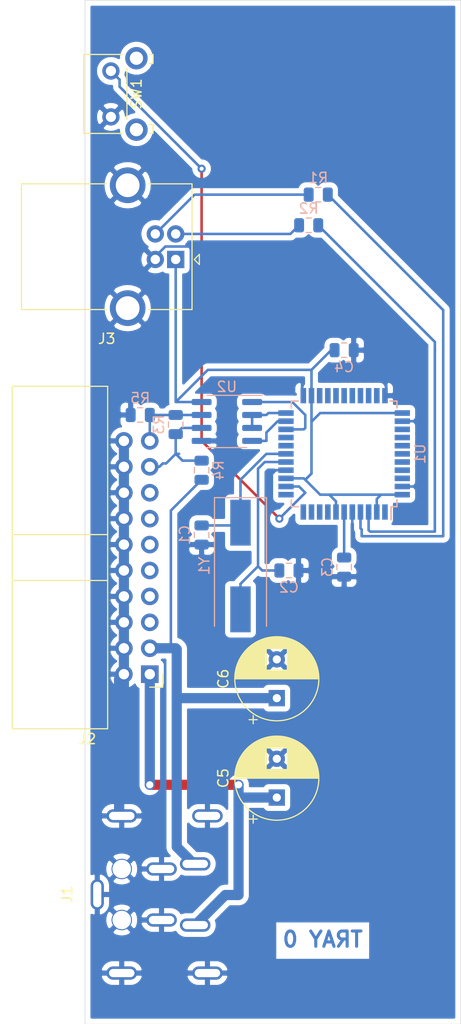
<source format=kicad_pcb>
(kicad_pcb (version 20171130) (host pcbnew 5.1.6)

  (general
    (thickness 1.6)
    (drawings 5)
    (tracks 132)
    (zones 0)
    (modules 18)
    (nets 47)
  )

  (page A4)
  (layers
    (0 F.Cu signal)
    (31 B.Cu signal)
    (32 B.Adhes user)
    (33 F.Adhes user)
    (34 B.Paste user)
    (35 F.Paste user)
    (36 B.SilkS user)
    (37 F.SilkS user)
    (38 B.Mask user)
    (39 F.Mask user)
    (40 Dwgs.User user)
    (41 Cmts.User user)
    (42 Eco1.User user)
    (43 Eco2.User user)
    (44 Edge.Cuts user)
    (45 Margin user)
    (46 B.CrtYd user)
    (47 F.CrtYd user)
    (48 B.Fab user)
    (49 F.Fab user)
  )

  (setup
    (last_trace_width 1)
    (user_trace_width 1)
    (trace_clearance 0.2)
    (zone_clearance 0.508)
    (zone_45_only no)
    (trace_min 0.2)
    (via_size 0.8)
    (via_drill 0.4)
    (via_min_size 0.4)
    (via_min_drill 0.3)
    (user_via 1 0.8)
    (uvia_size 0.3)
    (uvia_drill 0.1)
    (uvias_allowed no)
    (uvia_min_size 0.2)
    (uvia_min_drill 0.1)
    (edge_width 0.05)
    (segment_width 0.2)
    (pcb_text_width 0.3)
    (pcb_text_size 1.5 1.5)
    (mod_edge_width 0.12)
    (mod_text_size 1 1)
    (mod_text_width 0.15)
    (pad_size 0.975 1.4)
    (pad_drill 0)
    (pad_to_mask_clearance 0.051)
    (solder_mask_min_width 0.25)
    (aux_axis_origin 24.13 189.23)
    (grid_origin 24.13 189.23)
    (visible_elements FFFFFF7F)
    (pcbplotparams
      (layerselection 0x010fc_ffffffff)
      (usegerberextensions false)
      (usegerberattributes false)
      (usegerberadvancedattributes false)
      (creategerberjobfile false)
      (excludeedgelayer true)
      (linewidth 0.100000)
      (plotframeref false)
      (viasonmask false)
      (mode 1)
      (useauxorigin false)
      (hpglpennumber 1)
      (hpglpenspeed 20)
      (hpglpendiameter 15.000000)
      (psnegative false)
      (psa4output false)
      (plotreference true)
      (plotvalue true)
      (plotinvisibletext false)
      (padsonsilk false)
      (subtractmaskfromsilk false)
      (outputformat 1)
      (mirror false)
      (drillshape 0)
      (scaleselection 1)
      (outputdirectory "tray0.gbr/"))
  )

  (net 0 "")
  (net 1 GND)
  (net 2 "Net-(C1-Pad1)")
  (net 3 "Net-(C2-Pad1)")
  (net 4 "Net-(C3-Pad1)")
  (net 5 "Net-(C4-Pad1)")
  (net 6 "Net-(J2-Pad19)")
  (net 7 "Net-(J2-Pad17)")
  (net 8 "Net-(J2-Pad15)")
  (net 9 "Net-(J2-Pad13)")
  (net 10 "Net-(J2-Pad11)")
  (net 11 "Net-(J2-Pad9)")
  (net 12 "Net-(J2-Pad7)")
  (net 13 "Net-(J2-Pad5)")
  (net 14 +5V)
  (net 15 +12V)
  (net 16 "Net-(J3-Pad3)")
  (net 17 "Net-(J3-Pad2)")
  (net 18 "Net-(R1-Pad1)")
  (net 19 "Net-(R2-Pad1)")
  (net 20 "Net-(SW1-Pad2)")
  (net 21 "Net-(U1-Pad42)")
  (net 22 "Net-(U1-Pad41)")
  (net 23 "Net-(U1-Pad40)")
  (net 24 "Net-(U1-Pad39)")
  (net 25 "Net-(U1-Pad38)")
  (net 26 "Net-(U1-Pad37)")
  (net 27 "Net-(U1-Pad36)")
  (net 28 "Net-(U1-Pad32)")
  (net 29 "Net-(U1-Pad31)")
  (net 30 "Net-(U1-Pad30)")
  (net 31 "Net-(U1-Pad29)")
  (net 32 "Net-(U1-Pad28)")
  (net 33 "Net-(U1-Pad27)")
  (net 34 "Net-(U1-Pad26)")
  (net 35 "Net-(U1-Pad25)")
  (net 36 "Net-(U1-Pad22)")
  (net 37 "Net-(U1-Pad21)")
  (net 38 "Net-(U1-Pad20)")
  (net 39 "Net-(U1-Pad19)")
  (net 40 "Net-(U1-Pad18)")
  (net 41 "Net-(U1-Pad12)")
  (net 42 "Net-(U1-Pad11)")
  (net 43 "Net-(U1-Pad10)")
  (net 44 "Net-(U1-Pad9)")
  (net 45 "Net-(U1-Pad8)")
  (net 46 "Net-(U1-Pad1)")

  (net_class Default "This is the default net class."
    (clearance 0.2)
    (trace_width 0.25)
    (via_dia 0.8)
    (via_drill 0.4)
    (uvia_dia 0.3)
    (uvia_drill 0.1)
    (add_net +12V)
    (add_net +5V)
    (add_net GND)
    (add_net "Net-(C1-Pad1)")
    (add_net "Net-(C2-Pad1)")
    (add_net "Net-(C3-Pad1)")
    (add_net "Net-(C4-Pad1)")
    (add_net "Net-(J2-Pad11)")
    (add_net "Net-(J2-Pad13)")
    (add_net "Net-(J2-Pad15)")
    (add_net "Net-(J2-Pad17)")
    (add_net "Net-(J2-Pad19)")
    (add_net "Net-(J2-Pad5)")
    (add_net "Net-(J2-Pad7)")
    (add_net "Net-(J2-Pad9)")
    (add_net "Net-(J3-Pad2)")
    (add_net "Net-(J3-Pad3)")
    (add_net "Net-(R1-Pad1)")
    (add_net "Net-(R2-Pad1)")
    (add_net "Net-(SW1-Pad2)")
    (add_net "Net-(U1-Pad1)")
    (add_net "Net-(U1-Pad10)")
    (add_net "Net-(U1-Pad11)")
    (add_net "Net-(U1-Pad12)")
    (add_net "Net-(U1-Pad18)")
    (add_net "Net-(U1-Pad19)")
    (add_net "Net-(U1-Pad20)")
    (add_net "Net-(U1-Pad21)")
    (add_net "Net-(U1-Pad22)")
    (add_net "Net-(U1-Pad25)")
    (add_net "Net-(U1-Pad26)")
    (add_net "Net-(U1-Pad27)")
    (add_net "Net-(U1-Pad28)")
    (add_net "Net-(U1-Pad29)")
    (add_net "Net-(U1-Pad30)")
    (add_net "Net-(U1-Pad31)")
    (add_net "Net-(U1-Pad32)")
    (add_net "Net-(U1-Pad36)")
    (add_net "Net-(U1-Pad37)")
    (add_net "Net-(U1-Pad38)")
    (add_net "Net-(U1-Pad39)")
    (add_net "Net-(U1-Pad40)")
    (add_net "Net-(U1-Pad41)")
    (add_net "Net-(U1-Pad42)")
    (add_net "Net-(U1-Pad8)")
    (add_net "Net-(U1-Pad9)")
  )

  (module Capacitor_THT:CP_Radial_D8.0mm_P3.80mm (layer F.Cu) (tedit 5AE50EF0) (tstamp 5F8CAAFA)
    (at 42.93 157.29 90)
    (descr "CP, Radial series, Radial, pin pitch=3.80mm, , diameter=8mm, Electrolytic Capacitor")
    (tags "CP Radial series Radial pin pitch 3.80mm  diameter 8mm Electrolytic Capacitor")
    (path /5F964517)
    (fp_text reference C6 (at 1.9 -5.25 90) (layer F.SilkS)
      (effects (font (size 1 1) (thickness 0.15)))
    )
    (fp_text value 470uF/25V (at 1.9 5.25 90) (layer F.Fab)
      (effects (font (size 1 1) (thickness 0.15)))
    )
    (fp_text user %R (at 1.9 0 90) (layer F.Fab)
      (effects (font (size 1 1) (thickness 0.15)))
    )
    (fp_circle (center 1.9 0) (end 5.9 0) (layer F.Fab) (width 0.1))
    (fp_circle (center 1.9 0) (end 6.02 0) (layer F.SilkS) (width 0.12))
    (fp_circle (center 1.9 0) (end 6.15 0) (layer F.CrtYd) (width 0.05))
    (fp_line (start -1.526759 -1.7475) (end -0.726759 -1.7475) (layer F.Fab) (width 0.1))
    (fp_line (start -1.126759 -2.1475) (end -1.126759 -1.3475) (layer F.Fab) (width 0.1))
    (fp_line (start 1.9 -4.08) (end 1.9 4.08) (layer F.SilkS) (width 0.12))
    (fp_line (start 1.94 -4.08) (end 1.94 4.08) (layer F.SilkS) (width 0.12))
    (fp_line (start 1.98 -4.08) (end 1.98 4.08) (layer F.SilkS) (width 0.12))
    (fp_line (start 2.02 -4.079) (end 2.02 4.079) (layer F.SilkS) (width 0.12))
    (fp_line (start 2.06 -4.077) (end 2.06 4.077) (layer F.SilkS) (width 0.12))
    (fp_line (start 2.1 -4.076) (end 2.1 4.076) (layer F.SilkS) (width 0.12))
    (fp_line (start 2.14 -4.074) (end 2.14 4.074) (layer F.SilkS) (width 0.12))
    (fp_line (start 2.18 -4.071) (end 2.18 4.071) (layer F.SilkS) (width 0.12))
    (fp_line (start 2.22 -4.068) (end 2.22 4.068) (layer F.SilkS) (width 0.12))
    (fp_line (start 2.26 -4.065) (end 2.26 4.065) (layer F.SilkS) (width 0.12))
    (fp_line (start 2.3 -4.061) (end 2.3 4.061) (layer F.SilkS) (width 0.12))
    (fp_line (start 2.34 -4.057) (end 2.34 4.057) (layer F.SilkS) (width 0.12))
    (fp_line (start 2.38 -4.052) (end 2.38 4.052) (layer F.SilkS) (width 0.12))
    (fp_line (start 2.42 -4.048) (end 2.42 4.048) (layer F.SilkS) (width 0.12))
    (fp_line (start 2.46 -4.042) (end 2.46 4.042) (layer F.SilkS) (width 0.12))
    (fp_line (start 2.5 -4.037) (end 2.5 4.037) (layer F.SilkS) (width 0.12))
    (fp_line (start 2.54 -4.03) (end 2.54 4.03) (layer F.SilkS) (width 0.12))
    (fp_line (start 2.58 -4.024) (end 2.58 4.024) (layer F.SilkS) (width 0.12))
    (fp_line (start 2.621 -4.017) (end 2.621 4.017) (layer F.SilkS) (width 0.12))
    (fp_line (start 2.661 -4.01) (end 2.661 4.01) (layer F.SilkS) (width 0.12))
    (fp_line (start 2.701 -4.002) (end 2.701 4.002) (layer F.SilkS) (width 0.12))
    (fp_line (start 2.741 -3.994) (end 2.741 3.994) (layer F.SilkS) (width 0.12))
    (fp_line (start 2.781 -3.985) (end 2.781 -1.04) (layer F.SilkS) (width 0.12))
    (fp_line (start 2.781 1.04) (end 2.781 3.985) (layer F.SilkS) (width 0.12))
    (fp_line (start 2.821 -3.976) (end 2.821 -1.04) (layer F.SilkS) (width 0.12))
    (fp_line (start 2.821 1.04) (end 2.821 3.976) (layer F.SilkS) (width 0.12))
    (fp_line (start 2.861 -3.967) (end 2.861 -1.04) (layer F.SilkS) (width 0.12))
    (fp_line (start 2.861 1.04) (end 2.861 3.967) (layer F.SilkS) (width 0.12))
    (fp_line (start 2.901 -3.957) (end 2.901 -1.04) (layer F.SilkS) (width 0.12))
    (fp_line (start 2.901 1.04) (end 2.901 3.957) (layer F.SilkS) (width 0.12))
    (fp_line (start 2.941 -3.947) (end 2.941 -1.04) (layer F.SilkS) (width 0.12))
    (fp_line (start 2.941 1.04) (end 2.941 3.947) (layer F.SilkS) (width 0.12))
    (fp_line (start 2.981 -3.936) (end 2.981 -1.04) (layer F.SilkS) (width 0.12))
    (fp_line (start 2.981 1.04) (end 2.981 3.936) (layer F.SilkS) (width 0.12))
    (fp_line (start 3.021 -3.925) (end 3.021 -1.04) (layer F.SilkS) (width 0.12))
    (fp_line (start 3.021 1.04) (end 3.021 3.925) (layer F.SilkS) (width 0.12))
    (fp_line (start 3.061 -3.914) (end 3.061 -1.04) (layer F.SilkS) (width 0.12))
    (fp_line (start 3.061 1.04) (end 3.061 3.914) (layer F.SilkS) (width 0.12))
    (fp_line (start 3.101 -3.902) (end 3.101 -1.04) (layer F.SilkS) (width 0.12))
    (fp_line (start 3.101 1.04) (end 3.101 3.902) (layer F.SilkS) (width 0.12))
    (fp_line (start 3.141 -3.889) (end 3.141 -1.04) (layer F.SilkS) (width 0.12))
    (fp_line (start 3.141 1.04) (end 3.141 3.889) (layer F.SilkS) (width 0.12))
    (fp_line (start 3.181 -3.877) (end 3.181 -1.04) (layer F.SilkS) (width 0.12))
    (fp_line (start 3.181 1.04) (end 3.181 3.877) (layer F.SilkS) (width 0.12))
    (fp_line (start 3.221 -3.863) (end 3.221 -1.04) (layer F.SilkS) (width 0.12))
    (fp_line (start 3.221 1.04) (end 3.221 3.863) (layer F.SilkS) (width 0.12))
    (fp_line (start 3.261 -3.85) (end 3.261 -1.04) (layer F.SilkS) (width 0.12))
    (fp_line (start 3.261 1.04) (end 3.261 3.85) (layer F.SilkS) (width 0.12))
    (fp_line (start 3.301 -3.835) (end 3.301 -1.04) (layer F.SilkS) (width 0.12))
    (fp_line (start 3.301 1.04) (end 3.301 3.835) (layer F.SilkS) (width 0.12))
    (fp_line (start 3.341 -3.821) (end 3.341 -1.04) (layer F.SilkS) (width 0.12))
    (fp_line (start 3.341 1.04) (end 3.341 3.821) (layer F.SilkS) (width 0.12))
    (fp_line (start 3.381 -3.805) (end 3.381 -1.04) (layer F.SilkS) (width 0.12))
    (fp_line (start 3.381 1.04) (end 3.381 3.805) (layer F.SilkS) (width 0.12))
    (fp_line (start 3.421 -3.79) (end 3.421 -1.04) (layer F.SilkS) (width 0.12))
    (fp_line (start 3.421 1.04) (end 3.421 3.79) (layer F.SilkS) (width 0.12))
    (fp_line (start 3.461 -3.774) (end 3.461 -1.04) (layer F.SilkS) (width 0.12))
    (fp_line (start 3.461 1.04) (end 3.461 3.774) (layer F.SilkS) (width 0.12))
    (fp_line (start 3.501 -3.757) (end 3.501 -1.04) (layer F.SilkS) (width 0.12))
    (fp_line (start 3.501 1.04) (end 3.501 3.757) (layer F.SilkS) (width 0.12))
    (fp_line (start 3.541 -3.74) (end 3.541 -1.04) (layer F.SilkS) (width 0.12))
    (fp_line (start 3.541 1.04) (end 3.541 3.74) (layer F.SilkS) (width 0.12))
    (fp_line (start 3.581 -3.722) (end 3.581 -1.04) (layer F.SilkS) (width 0.12))
    (fp_line (start 3.581 1.04) (end 3.581 3.722) (layer F.SilkS) (width 0.12))
    (fp_line (start 3.621 -3.704) (end 3.621 -1.04) (layer F.SilkS) (width 0.12))
    (fp_line (start 3.621 1.04) (end 3.621 3.704) (layer F.SilkS) (width 0.12))
    (fp_line (start 3.661 -3.686) (end 3.661 -1.04) (layer F.SilkS) (width 0.12))
    (fp_line (start 3.661 1.04) (end 3.661 3.686) (layer F.SilkS) (width 0.12))
    (fp_line (start 3.701 -3.666) (end 3.701 -1.04) (layer F.SilkS) (width 0.12))
    (fp_line (start 3.701 1.04) (end 3.701 3.666) (layer F.SilkS) (width 0.12))
    (fp_line (start 3.741 -3.647) (end 3.741 -1.04) (layer F.SilkS) (width 0.12))
    (fp_line (start 3.741 1.04) (end 3.741 3.647) (layer F.SilkS) (width 0.12))
    (fp_line (start 3.781 -3.627) (end 3.781 -1.04) (layer F.SilkS) (width 0.12))
    (fp_line (start 3.781 1.04) (end 3.781 3.627) (layer F.SilkS) (width 0.12))
    (fp_line (start 3.821 -3.606) (end 3.821 -1.04) (layer F.SilkS) (width 0.12))
    (fp_line (start 3.821 1.04) (end 3.821 3.606) (layer F.SilkS) (width 0.12))
    (fp_line (start 3.861 -3.584) (end 3.861 -1.04) (layer F.SilkS) (width 0.12))
    (fp_line (start 3.861 1.04) (end 3.861 3.584) (layer F.SilkS) (width 0.12))
    (fp_line (start 3.901 -3.562) (end 3.901 -1.04) (layer F.SilkS) (width 0.12))
    (fp_line (start 3.901 1.04) (end 3.901 3.562) (layer F.SilkS) (width 0.12))
    (fp_line (start 3.941 -3.54) (end 3.941 -1.04) (layer F.SilkS) (width 0.12))
    (fp_line (start 3.941 1.04) (end 3.941 3.54) (layer F.SilkS) (width 0.12))
    (fp_line (start 3.981 -3.517) (end 3.981 -1.04) (layer F.SilkS) (width 0.12))
    (fp_line (start 3.981 1.04) (end 3.981 3.517) (layer F.SilkS) (width 0.12))
    (fp_line (start 4.021 -3.493) (end 4.021 -1.04) (layer F.SilkS) (width 0.12))
    (fp_line (start 4.021 1.04) (end 4.021 3.493) (layer F.SilkS) (width 0.12))
    (fp_line (start 4.061 -3.469) (end 4.061 -1.04) (layer F.SilkS) (width 0.12))
    (fp_line (start 4.061 1.04) (end 4.061 3.469) (layer F.SilkS) (width 0.12))
    (fp_line (start 4.101 -3.444) (end 4.101 -1.04) (layer F.SilkS) (width 0.12))
    (fp_line (start 4.101 1.04) (end 4.101 3.444) (layer F.SilkS) (width 0.12))
    (fp_line (start 4.141 -3.418) (end 4.141 -1.04) (layer F.SilkS) (width 0.12))
    (fp_line (start 4.141 1.04) (end 4.141 3.418) (layer F.SilkS) (width 0.12))
    (fp_line (start 4.181 -3.392) (end 4.181 -1.04) (layer F.SilkS) (width 0.12))
    (fp_line (start 4.181 1.04) (end 4.181 3.392) (layer F.SilkS) (width 0.12))
    (fp_line (start 4.221 -3.365) (end 4.221 -1.04) (layer F.SilkS) (width 0.12))
    (fp_line (start 4.221 1.04) (end 4.221 3.365) (layer F.SilkS) (width 0.12))
    (fp_line (start 4.261 -3.338) (end 4.261 -1.04) (layer F.SilkS) (width 0.12))
    (fp_line (start 4.261 1.04) (end 4.261 3.338) (layer F.SilkS) (width 0.12))
    (fp_line (start 4.301 -3.309) (end 4.301 -1.04) (layer F.SilkS) (width 0.12))
    (fp_line (start 4.301 1.04) (end 4.301 3.309) (layer F.SilkS) (width 0.12))
    (fp_line (start 4.341 -3.28) (end 4.341 -1.04) (layer F.SilkS) (width 0.12))
    (fp_line (start 4.341 1.04) (end 4.341 3.28) (layer F.SilkS) (width 0.12))
    (fp_line (start 4.381 -3.25) (end 4.381 -1.04) (layer F.SilkS) (width 0.12))
    (fp_line (start 4.381 1.04) (end 4.381 3.25) (layer F.SilkS) (width 0.12))
    (fp_line (start 4.421 -3.22) (end 4.421 -1.04) (layer F.SilkS) (width 0.12))
    (fp_line (start 4.421 1.04) (end 4.421 3.22) (layer F.SilkS) (width 0.12))
    (fp_line (start 4.461 -3.189) (end 4.461 -1.04) (layer F.SilkS) (width 0.12))
    (fp_line (start 4.461 1.04) (end 4.461 3.189) (layer F.SilkS) (width 0.12))
    (fp_line (start 4.501 -3.156) (end 4.501 -1.04) (layer F.SilkS) (width 0.12))
    (fp_line (start 4.501 1.04) (end 4.501 3.156) (layer F.SilkS) (width 0.12))
    (fp_line (start 4.541 -3.124) (end 4.541 -1.04) (layer F.SilkS) (width 0.12))
    (fp_line (start 4.541 1.04) (end 4.541 3.124) (layer F.SilkS) (width 0.12))
    (fp_line (start 4.581 -3.09) (end 4.581 -1.04) (layer F.SilkS) (width 0.12))
    (fp_line (start 4.581 1.04) (end 4.581 3.09) (layer F.SilkS) (width 0.12))
    (fp_line (start 4.621 -3.055) (end 4.621 -1.04) (layer F.SilkS) (width 0.12))
    (fp_line (start 4.621 1.04) (end 4.621 3.055) (layer F.SilkS) (width 0.12))
    (fp_line (start 4.661 -3.019) (end 4.661 -1.04) (layer F.SilkS) (width 0.12))
    (fp_line (start 4.661 1.04) (end 4.661 3.019) (layer F.SilkS) (width 0.12))
    (fp_line (start 4.701 -2.983) (end 4.701 -1.04) (layer F.SilkS) (width 0.12))
    (fp_line (start 4.701 1.04) (end 4.701 2.983) (layer F.SilkS) (width 0.12))
    (fp_line (start 4.741 -2.945) (end 4.741 -1.04) (layer F.SilkS) (width 0.12))
    (fp_line (start 4.741 1.04) (end 4.741 2.945) (layer F.SilkS) (width 0.12))
    (fp_line (start 4.781 -2.907) (end 4.781 -1.04) (layer F.SilkS) (width 0.12))
    (fp_line (start 4.781 1.04) (end 4.781 2.907) (layer F.SilkS) (width 0.12))
    (fp_line (start 4.821 -2.867) (end 4.821 -1.04) (layer F.SilkS) (width 0.12))
    (fp_line (start 4.821 1.04) (end 4.821 2.867) (layer F.SilkS) (width 0.12))
    (fp_line (start 4.861 -2.826) (end 4.861 2.826) (layer F.SilkS) (width 0.12))
    (fp_line (start 4.901 -2.784) (end 4.901 2.784) (layer F.SilkS) (width 0.12))
    (fp_line (start 4.941 -2.741) (end 4.941 2.741) (layer F.SilkS) (width 0.12))
    (fp_line (start 4.981 -2.697) (end 4.981 2.697) (layer F.SilkS) (width 0.12))
    (fp_line (start 5.021 -2.651) (end 5.021 2.651) (layer F.SilkS) (width 0.12))
    (fp_line (start 5.061 -2.604) (end 5.061 2.604) (layer F.SilkS) (width 0.12))
    (fp_line (start 5.101 -2.556) (end 5.101 2.556) (layer F.SilkS) (width 0.12))
    (fp_line (start 5.141 -2.505) (end 5.141 2.505) (layer F.SilkS) (width 0.12))
    (fp_line (start 5.181 -2.454) (end 5.181 2.454) (layer F.SilkS) (width 0.12))
    (fp_line (start 5.221 -2.4) (end 5.221 2.4) (layer F.SilkS) (width 0.12))
    (fp_line (start 5.261 -2.345) (end 5.261 2.345) (layer F.SilkS) (width 0.12))
    (fp_line (start 5.301 -2.287) (end 5.301 2.287) (layer F.SilkS) (width 0.12))
    (fp_line (start 5.341 -2.228) (end 5.341 2.228) (layer F.SilkS) (width 0.12))
    (fp_line (start 5.381 -2.166) (end 5.381 2.166) (layer F.SilkS) (width 0.12))
    (fp_line (start 5.421 -2.102) (end 5.421 2.102) (layer F.SilkS) (width 0.12))
    (fp_line (start 5.461 -2.034) (end 5.461 2.034) (layer F.SilkS) (width 0.12))
    (fp_line (start 5.501 -1.964) (end 5.501 1.964) (layer F.SilkS) (width 0.12))
    (fp_line (start 5.541 -1.89) (end 5.541 1.89) (layer F.SilkS) (width 0.12))
    (fp_line (start 5.581 -1.813) (end 5.581 1.813) (layer F.SilkS) (width 0.12))
    (fp_line (start 5.621 -1.731) (end 5.621 1.731) (layer F.SilkS) (width 0.12))
    (fp_line (start 5.661 -1.645) (end 5.661 1.645) (layer F.SilkS) (width 0.12))
    (fp_line (start 5.701 -1.552) (end 5.701 1.552) (layer F.SilkS) (width 0.12))
    (fp_line (start 5.741 -1.453) (end 5.741 1.453) (layer F.SilkS) (width 0.12))
    (fp_line (start 5.781 -1.346) (end 5.781 1.346) (layer F.SilkS) (width 0.12))
    (fp_line (start 5.821 -1.229) (end 5.821 1.229) (layer F.SilkS) (width 0.12))
    (fp_line (start 5.861 -1.098) (end 5.861 1.098) (layer F.SilkS) (width 0.12))
    (fp_line (start 5.901 -0.948) (end 5.901 0.948) (layer F.SilkS) (width 0.12))
    (fp_line (start 5.941 -0.768) (end 5.941 0.768) (layer F.SilkS) (width 0.12))
    (fp_line (start 5.981 -0.533) (end 5.981 0.533) (layer F.SilkS) (width 0.12))
    (fp_line (start -2.509698 -2.315) (end -1.709698 -2.315) (layer F.SilkS) (width 0.12))
    (fp_line (start -2.109698 -2.715) (end -2.109698 -1.915) (layer F.SilkS) (width 0.12))
    (pad 2 thru_hole circle (at 3.8 0 90) (size 1.6 1.6) (drill 0.8) (layers *.Cu *.Mask)
      (net 1 GND))
    (pad 1 thru_hole rect (at 0 0 90) (size 1.6 1.6) (drill 0.8) (layers *.Cu *.Mask)
      (net 14 +5V))
    (model ${KISYS3DMOD}/Capacitor_THT.3dshapes/CP_Radial_D8.0mm_P3.80mm.wrl
      (at (xyz 0 0 0))
      (scale (xyz 1 1 1))
      (rotate (xyz 0 0 0))
    )
  )

  (module Capacitor_THT:CP_Radial_D8.0mm_P3.80mm (layer F.Cu) (tedit 5AE50EF0) (tstamp 5F8CAA51)
    (at 42.93 167.03 90)
    (descr "CP, Radial series, Radial, pin pitch=3.80mm, , diameter=8mm, Electrolytic Capacitor")
    (tags "CP Radial series Radial pin pitch 3.80mm  diameter 8mm Electrolytic Capacitor")
    (path /5F963E4E)
    (fp_text reference C5 (at 1.9 -5.25 90) (layer F.SilkS)
      (effects (font (size 1 1) (thickness 0.15)))
    )
    (fp_text value 470uF/25 (at 1.9 5.25 90) (layer F.Fab)
      (effects (font (size 1 1) (thickness 0.15)))
    )
    (fp_text user %R (at 1.9 0 90) (layer F.Fab)
      (effects (font (size 1 1) (thickness 0.15)))
    )
    (fp_circle (center 1.9 0) (end 5.9 0) (layer F.Fab) (width 0.1))
    (fp_circle (center 1.9 0) (end 6.02 0) (layer F.SilkS) (width 0.12))
    (fp_circle (center 1.9 0) (end 6.15 0) (layer F.CrtYd) (width 0.05))
    (fp_line (start -1.526759 -1.7475) (end -0.726759 -1.7475) (layer F.Fab) (width 0.1))
    (fp_line (start -1.126759 -2.1475) (end -1.126759 -1.3475) (layer F.Fab) (width 0.1))
    (fp_line (start 1.9 -4.08) (end 1.9 4.08) (layer F.SilkS) (width 0.12))
    (fp_line (start 1.94 -4.08) (end 1.94 4.08) (layer F.SilkS) (width 0.12))
    (fp_line (start 1.98 -4.08) (end 1.98 4.08) (layer F.SilkS) (width 0.12))
    (fp_line (start 2.02 -4.079) (end 2.02 4.079) (layer F.SilkS) (width 0.12))
    (fp_line (start 2.06 -4.077) (end 2.06 4.077) (layer F.SilkS) (width 0.12))
    (fp_line (start 2.1 -4.076) (end 2.1 4.076) (layer F.SilkS) (width 0.12))
    (fp_line (start 2.14 -4.074) (end 2.14 4.074) (layer F.SilkS) (width 0.12))
    (fp_line (start 2.18 -4.071) (end 2.18 4.071) (layer F.SilkS) (width 0.12))
    (fp_line (start 2.22 -4.068) (end 2.22 4.068) (layer F.SilkS) (width 0.12))
    (fp_line (start 2.26 -4.065) (end 2.26 4.065) (layer F.SilkS) (width 0.12))
    (fp_line (start 2.3 -4.061) (end 2.3 4.061) (layer F.SilkS) (width 0.12))
    (fp_line (start 2.34 -4.057) (end 2.34 4.057) (layer F.SilkS) (width 0.12))
    (fp_line (start 2.38 -4.052) (end 2.38 4.052) (layer F.SilkS) (width 0.12))
    (fp_line (start 2.42 -4.048) (end 2.42 4.048) (layer F.SilkS) (width 0.12))
    (fp_line (start 2.46 -4.042) (end 2.46 4.042) (layer F.SilkS) (width 0.12))
    (fp_line (start 2.5 -4.037) (end 2.5 4.037) (layer F.SilkS) (width 0.12))
    (fp_line (start 2.54 -4.03) (end 2.54 4.03) (layer F.SilkS) (width 0.12))
    (fp_line (start 2.58 -4.024) (end 2.58 4.024) (layer F.SilkS) (width 0.12))
    (fp_line (start 2.621 -4.017) (end 2.621 4.017) (layer F.SilkS) (width 0.12))
    (fp_line (start 2.661 -4.01) (end 2.661 4.01) (layer F.SilkS) (width 0.12))
    (fp_line (start 2.701 -4.002) (end 2.701 4.002) (layer F.SilkS) (width 0.12))
    (fp_line (start 2.741 -3.994) (end 2.741 3.994) (layer F.SilkS) (width 0.12))
    (fp_line (start 2.781 -3.985) (end 2.781 -1.04) (layer F.SilkS) (width 0.12))
    (fp_line (start 2.781 1.04) (end 2.781 3.985) (layer F.SilkS) (width 0.12))
    (fp_line (start 2.821 -3.976) (end 2.821 -1.04) (layer F.SilkS) (width 0.12))
    (fp_line (start 2.821 1.04) (end 2.821 3.976) (layer F.SilkS) (width 0.12))
    (fp_line (start 2.861 -3.967) (end 2.861 -1.04) (layer F.SilkS) (width 0.12))
    (fp_line (start 2.861 1.04) (end 2.861 3.967) (layer F.SilkS) (width 0.12))
    (fp_line (start 2.901 -3.957) (end 2.901 -1.04) (layer F.SilkS) (width 0.12))
    (fp_line (start 2.901 1.04) (end 2.901 3.957) (layer F.SilkS) (width 0.12))
    (fp_line (start 2.941 -3.947) (end 2.941 -1.04) (layer F.SilkS) (width 0.12))
    (fp_line (start 2.941 1.04) (end 2.941 3.947) (layer F.SilkS) (width 0.12))
    (fp_line (start 2.981 -3.936) (end 2.981 -1.04) (layer F.SilkS) (width 0.12))
    (fp_line (start 2.981 1.04) (end 2.981 3.936) (layer F.SilkS) (width 0.12))
    (fp_line (start 3.021 -3.925) (end 3.021 -1.04) (layer F.SilkS) (width 0.12))
    (fp_line (start 3.021 1.04) (end 3.021 3.925) (layer F.SilkS) (width 0.12))
    (fp_line (start 3.061 -3.914) (end 3.061 -1.04) (layer F.SilkS) (width 0.12))
    (fp_line (start 3.061 1.04) (end 3.061 3.914) (layer F.SilkS) (width 0.12))
    (fp_line (start 3.101 -3.902) (end 3.101 -1.04) (layer F.SilkS) (width 0.12))
    (fp_line (start 3.101 1.04) (end 3.101 3.902) (layer F.SilkS) (width 0.12))
    (fp_line (start 3.141 -3.889) (end 3.141 -1.04) (layer F.SilkS) (width 0.12))
    (fp_line (start 3.141 1.04) (end 3.141 3.889) (layer F.SilkS) (width 0.12))
    (fp_line (start 3.181 -3.877) (end 3.181 -1.04) (layer F.SilkS) (width 0.12))
    (fp_line (start 3.181 1.04) (end 3.181 3.877) (layer F.SilkS) (width 0.12))
    (fp_line (start 3.221 -3.863) (end 3.221 -1.04) (layer F.SilkS) (width 0.12))
    (fp_line (start 3.221 1.04) (end 3.221 3.863) (layer F.SilkS) (width 0.12))
    (fp_line (start 3.261 -3.85) (end 3.261 -1.04) (layer F.SilkS) (width 0.12))
    (fp_line (start 3.261 1.04) (end 3.261 3.85) (layer F.SilkS) (width 0.12))
    (fp_line (start 3.301 -3.835) (end 3.301 -1.04) (layer F.SilkS) (width 0.12))
    (fp_line (start 3.301 1.04) (end 3.301 3.835) (layer F.SilkS) (width 0.12))
    (fp_line (start 3.341 -3.821) (end 3.341 -1.04) (layer F.SilkS) (width 0.12))
    (fp_line (start 3.341 1.04) (end 3.341 3.821) (layer F.SilkS) (width 0.12))
    (fp_line (start 3.381 -3.805) (end 3.381 -1.04) (layer F.SilkS) (width 0.12))
    (fp_line (start 3.381 1.04) (end 3.381 3.805) (layer F.SilkS) (width 0.12))
    (fp_line (start 3.421 -3.79) (end 3.421 -1.04) (layer F.SilkS) (width 0.12))
    (fp_line (start 3.421 1.04) (end 3.421 3.79) (layer F.SilkS) (width 0.12))
    (fp_line (start 3.461 -3.774) (end 3.461 -1.04) (layer F.SilkS) (width 0.12))
    (fp_line (start 3.461 1.04) (end 3.461 3.774) (layer F.SilkS) (width 0.12))
    (fp_line (start 3.501 -3.757) (end 3.501 -1.04) (layer F.SilkS) (width 0.12))
    (fp_line (start 3.501 1.04) (end 3.501 3.757) (layer F.SilkS) (width 0.12))
    (fp_line (start 3.541 -3.74) (end 3.541 -1.04) (layer F.SilkS) (width 0.12))
    (fp_line (start 3.541 1.04) (end 3.541 3.74) (layer F.SilkS) (width 0.12))
    (fp_line (start 3.581 -3.722) (end 3.581 -1.04) (layer F.SilkS) (width 0.12))
    (fp_line (start 3.581 1.04) (end 3.581 3.722) (layer F.SilkS) (width 0.12))
    (fp_line (start 3.621 -3.704) (end 3.621 -1.04) (layer F.SilkS) (width 0.12))
    (fp_line (start 3.621 1.04) (end 3.621 3.704) (layer F.SilkS) (width 0.12))
    (fp_line (start 3.661 -3.686) (end 3.661 -1.04) (layer F.SilkS) (width 0.12))
    (fp_line (start 3.661 1.04) (end 3.661 3.686) (layer F.SilkS) (width 0.12))
    (fp_line (start 3.701 -3.666) (end 3.701 -1.04) (layer F.SilkS) (width 0.12))
    (fp_line (start 3.701 1.04) (end 3.701 3.666) (layer F.SilkS) (width 0.12))
    (fp_line (start 3.741 -3.647) (end 3.741 -1.04) (layer F.SilkS) (width 0.12))
    (fp_line (start 3.741 1.04) (end 3.741 3.647) (layer F.SilkS) (width 0.12))
    (fp_line (start 3.781 -3.627) (end 3.781 -1.04) (layer F.SilkS) (width 0.12))
    (fp_line (start 3.781 1.04) (end 3.781 3.627) (layer F.SilkS) (width 0.12))
    (fp_line (start 3.821 -3.606) (end 3.821 -1.04) (layer F.SilkS) (width 0.12))
    (fp_line (start 3.821 1.04) (end 3.821 3.606) (layer F.SilkS) (width 0.12))
    (fp_line (start 3.861 -3.584) (end 3.861 -1.04) (layer F.SilkS) (width 0.12))
    (fp_line (start 3.861 1.04) (end 3.861 3.584) (layer F.SilkS) (width 0.12))
    (fp_line (start 3.901 -3.562) (end 3.901 -1.04) (layer F.SilkS) (width 0.12))
    (fp_line (start 3.901 1.04) (end 3.901 3.562) (layer F.SilkS) (width 0.12))
    (fp_line (start 3.941 -3.54) (end 3.941 -1.04) (layer F.SilkS) (width 0.12))
    (fp_line (start 3.941 1.04) (end 3.941 3.54) (layer F.SilkS) (width 0.12))
    (fp_line (start 3.981 -3.517) (end 3.981 -1.04) (layer F.SilkS) (width 0.12))
    (fp_line (start 3.981 1.04) (end 3.981 3.517) (layer F.SilkS) (width 0.12))
    (fp_line (start 4.021 -3.493) (end 4.021 -1.04) (layer F.SilkS) (width 0.12))
    (fp_line (start 4.021 1.04) (end 4.021 3.493) (layer F.SilkS) (width 0.12))
    (fp_line (start 4.061 -3.469) (end 4.061 -1.04) (layer F.SilkS) (width 0.12))
    (fp_line (start 4.061 1.04) (end 4.061 3.469) (layer F.SilkS) (width 0.12))
    (fp_line (start 4.101 -3.444) (end 4.101 -1.04) (layer F.SilkS) (width 0.12))
    (fp_line (start 4.101 1.04) (end 4.101 3.444) (layer F.SilkS) (width 0.12))
    (fp_line (start 4.141 -3.418) (end 4.141 -1.04) (layer F.SilkS) (width 0.12))
    (fp_line (start 4.141 1.04) (end 4.141 3.418) (layer F.SilkS) (width 0.12))
    (fp_line (start 4.181 -3.392) (end 4.181 -1.04) (layer F.SilkS) (width 0.12))
    (fp_line (start 4.181 1.04) (end 4.181 3.392) (layer F.SilkS) (width 0.12))
    (fp_line (start 4.221 -3.365) (end 4.221 -1.04) (layer F.SilkS) (width 0.12))
    (fp_line (start 4.221 1.04) (end 4.221 3.365) (layer F.SilkS) (width 0.12))
    (fp_line (start 4.261 -3.338) (end 4.261 -1.04) (layer F.SilkS) (width 0.12))
    (fp_line (start 4.261 1.04) (end 4.261 3.338) (layer F.SilkS) (width 0.12))
    (fp_line (start 4.301 -3.309) (end 4.301 -1.04) (layer F.SilkS) (width 0.12))
    (fp_line (start 4.301 1.04) (end 4.301 3.309) (layer F.SilkS) (width 0.12))
    (fp_line (start 4.341 -3.28) (end 4.341 -1.04) (layer F.SilkS) (width 0.12))
    (fp_line (start 4.341 1.04) (end 4.341 3.28) (layer F.SilkS) (width 0.12))
    (fp_line (start 4.381 -3.25) (end 4.381 -1.04) (layer F.SilkS) (width 0.12))
    (fp_line (start 4.381 1.04) (end 4.381 3.25) (layer F.SilkS) (width 0.12))
    (fp_line (start 4.421 -3.22) (end 4.421 -1.04) (layer F.SilkS) (width 0.12))
    (fp_line (start 4.421 1.04) (end 4.421 3.22) (layer F.SilkS) (width 0.12))
    (fp_line (start 4.461 -3.189) (end 4.461 -1.04) (layer F.SilkS) (width 0.12))
    (fp_line (start 4.461 1.04) (end 4.461 3.189) (layer F.SilkS) (width 0.12))
    (fp_line (start 4.501 -3.156) (end 4.501 -1.04) (layer F.SilkS) (width 0.12))
    (fp_line (start 4.501 1.04) (end 4.501 3.156) (layer F.SilkS) (width 0.12))
    (fp_line (start 4.541 -3.124) (end 4.541 -1.04) (layer F.SilkS) (width 0.12))
    (fp_line (start 4.541 1.04) (end 4.541 3.124) (layer F.SilkS) (width 0.12))
    (fp_line (start 4.581 -3.09) (end 4.581 -1.04) (layer F.SilkS) (width 0.12))
    (fp_line (start 4.581 1.04) (end 4.581 3.09) (layer F.SilkS) (width 0.12))
    (fp_line (start 4.621 -3.055) (end 4.621 -1.04) (layer F.SilkS) (width 0.12))
    (fp_line (start 4.621 1.04) (end 4.621 3.055) (layer F.SilkS) (width 0.12))
    (fp_line (start 4.661 -3.019) (end 4.661 -1.04) (layer F.SilkS) (width 0.12))
    (fp_line (start 4.661 1.04) (end 4.661 3.019) (layer F.SilkS) (width 0.12))
    (fp_line (start 4.701 -2.983) (end 4.701 -1.04) (layer F.SilkS) (width 0.12))
    (fp_line (start 4.701 1.04) (end 4.701 2.983) (layer F.SilkS) (width 0.12))
    (fp_line (start 4.741 -2.945) (end 4.741 -1.04) (layer F.SilkS) (width 0.12))
    (fp_line (start 4.741 1.04) (end 4.741 2.945) (layer F.SilkS) (width 0.12))
    (fp_line (start 4.781 -2.907) (end 4.781 -1.04) (layer F.SilkS) (width 0.12))
    (fp_line (start 4.781 1.04) (end 4.781 2.907) (layer F.SilkS) (width 0.12))
    (fp_line (start 4.821 -2.867) (end 4.821 -1.04) (layer F.SilkS) (width 0.12))
    (fp_line (start 4.821 1.04) (end 4.821 2.867) (layer F.SilkS) (width 0.12))
    (fp_line (start 4.861 -2.826) (end 4.861 2.826) (layer F.SilkS) (width 0.12))
    (fp_line (start 4.901 -2.784) (end 4.901 2.784) (layer F.SilkS) (width 0.12))
    (fp_line (start 4.941 -2.741) (end 4.941 2.741) (layer F.SilkS) (width 0.12))
    (fp_line (start 4.981 -2.697) (end 4.981 2.697) (layer F.SilkS) (width 0.12))
    (fp_line (start 5.021 -2.651) (end 5.021 2.651) (layer F.SilkS) (width 0.12))
    (fp_line (start 5.061 -2.604) (end 5.061 2.604) (layer F.SilkS) (width 0.12))
    (fp_line (start 5.101 -2.556) (end 5.101 2.556) (layer F.SilkS) (width 0.12))
    (fp_line (start 5.141 -2.505) (end 5.141 2.505) (layer F.SilkS) (width 0.12))
    (fp_line (start 5.181 -2.454) (end 5.181 2.454) (layer F.SilkS) (width 0.12))
    (fp_line (start 5.221 -2.4) (end 5.221 2.4) (layer F.SilkS) (width 0.12))
    (fp_line (start 5.261 -2.345) (end 5.261 2.345) (layer F.SilkS) (width 0.12))
    (fp_line (start 5.301 -2.287) (end 5.301 2.287) (layer F.SilkS) (width 0.12))
    (fp_line (start 5.341 -2.228) (end 5.341 2.228) (layer F.SilkS) (width 0.12))
    (fp_line (start 5.381 -2.166) (end 5.381 2.166) (layer F.SilkS) (width 0.12))
    (fp_line (start 5.421 -2.102) (end 5.421 2.102) (layer F.SilkS) (width 0.12))
    (fp_line (start 5.461 -2.034) (end 5.461 2.034) (layer F.SilkS) (width 0.12))
    (fp_line (start 5.501 -1.964) (end 5.501 1.964) (layer F.SilkS) (width 0.12))
    (fp_line (start 5.541 -1.89) (end 5.541 1.89) (layer F.SilkS) (width 0.12))
    (fp_line (start 5.581 -1.813) (end 5.581 1.813) (layer F.SilkS) (width 0.12))
    (fp_line (start 5.621 -1.731) (end 5.621 1.731) (layer F.SilkS) (width 0.12))
    (fp_line (start 5.661 -1.645) (end 5.661 1.645) (layer F.SilkS) (width 0.12))
    (fp_line (start 5.701 -1.552) (end 5.701 1.552) (layer F.SilkS) (width 0.12))
    (fp_line (start 5.741 -1.453) (end 5.741 1.453) (layer F.SilkS) (width 0.12))
    (fp_line (start 5.781 -1.346) (end 5.781 1.346) (layer F.SilkS) (width 0.12))
    (fp_line (start 5.821 -1.229) (end 5.821 1.229) (layer F.SilkS) (width 0.12))
    (fp_line (start 5.861 -1.098) (end 5.861 1.098) (layer F.SilkS) (width 0.12))
    (fp_line (start 5.901 -0.948) (end 5.901 0.948) (layer F.SilkS) (width 0.12))
    (fp_line (start 5.941 -0.768) (end 5.941 0.768) (layer F.SilkS) (width 0.12))
    (fp_line (start 5.981 -0.533) (end 5.981 0.533) (layer F.SilkS) (width 0.12))
    (fp_line (start -2.509698 -2.315) (end -1.709698 -2.315) (layer F.SilkS) (width 0.12))
    (fp_line (start -2.109698 -2.715) (end -2.109698 -1.915) (layer F.SilkS) (width 0.12))
    (pad 2 thru_hole circle (at 3.8 0 90) (size 1.6 1.6) (drill 0.8) (layers *.Cu *.Mask)
      (net 1 GND))
    (pad 1 thru_hole rect (at 0 0 90) (size 1.6 1.6) (drill 0.8) (layers *.Cu *.Mask)
      (net 15 +12V))
    (model ${KISYS3DMOD}/Capacitor_THT.3dshapes/CP_Radial_D8.0mm_P3.80mm.wrl
      (at (xyz 0 0 0))
      (scale (xyz 1 1 1))
      (rotate (xyz 0 0 0))
    )
  )

  (module tray0:PC-MDJ-402-4P (layer F.Cu) (tedit 5F8C2C8C) (tstamp 5F8C8972)
    (at 24.13 176.53 270)
    (path /5F954693)
    (fp_text reference J1 (at 0 1.77 90) (layer F.SilkS)
      (effects (font (size 1 1) (thickness 0.15)))
    )
    (fp_text value Conn_01x05 (at 0 0.77 90) (layer F.Fab)
      (effects (font (size 1 1) (thickness 0.15)))
    )
    (fp_line (start 7.7 0) (end -7.7 0) (layer Eco2.User) (width 0.12))
    (pad 5 thru_hole oval (at -7.7 -12) (size 3 1.3) (drill oval 2.5 0.8) (layers *.Cu *.Mask)
      (net 1 GND))
    (pad 5 thru_hole oval (at -7.7 -3.6) (size 3 1.3) (drill oval 2.5 0.8) (layers *.Cu *.Mask)
      (net 1 GND))
    (pad 5 thru_hole oval (at 7.7 -12) (size 3 1.3) (drill oval 2.5 0.8) (layers *.Cu *.Mask)
      (net 1 GND))
    (pad 5 thru_hole oval (at 7.7 -3.6) (size 3 1.3) (drill oval 2.5 0.8) (layers *.Cu *.Mask)
      (net 1 GND))
    (pad 1 thru_hole oval (at -3 -10.8) (size 3 1.3) (drill oval 2.5 0.8) (layers *.Cu *.Mask)
      (net 14 +5V))
    (pad 2 thru_hole oval (at 3 -10.8) (size 3 1.3) (drill oval 2.5 0.8) (layers *.Cu *.Mask)
      (net 15 +12V))
    (pad 3 thru_hole oval (at -2.5 -7.5) (size 3 1.3) (drill oval 2.5 0.8) (layers *.Cu *.Mask)
      (net 1 GND))
    (pad 4 thru_hole oval (at 2.5 -7.5) (size 3 1.3) (drill oval 2.5 0.8) (layers *.Cu *.Mask)
      (net 1 GND))
    (pad 5 thru_hole oval (at 0 -1.2 270) (size 3 1.3) (drill oval 2.5 0.8) (layers *.Cu *.Mask)
      (net 1 GND))
    (pad 5 thru_hole circle (at 2.5 -3.6 270) (size 2 2) (drill 1.8) (layers *.Cu *.Mask)
      (net 1 GND))
    (pad 5 thru_hole circle (at -2.5 -3.6 270) (size 2 2) (drill 1.8) (layers *.Cu *.Mask)
      (net 1 GND))
  )

  (module Resistor_SMD:R_0805_2012Metric (layer B.Cu) (tedit 5B36C52B) (tstamp 5DEEB0C6)
    (at 29.5425 129.54 180)
    (descr "Resistor SMD 0805 (2012 Metric), square (rectangular) end terminal, IPC_7351 nominal, (Body size source: https://docs.google.com/spreadsheets/d/1BsfQQcO9C6DZCsRaXUlFlo91Tg2WpOkGARC1WS5S8t0/edit?usp=sharing), generated with kicad-footprint-generator")
    (tags resistor)
    (path /5DEEC967)
    (attr smd)
    (fp_text reference R5 (at 0 1.65) (layer B.SilkS)
      (effects (font (size 1 1) (thickness 0.15)) (justify mirror))
    )
    (fp_text value 510 (at 0 -1.65) (layer B.Fab)
      (effects (font (size 1 1) (thickness 0.15)) (justify mirror))
    )
    (fp_line (start -1 -0.6) (end -1 0.6) (layer B.Fab) (width 0.1))
    (fp_line (start -1 0.6) (end 1 0.6) (layer B.Fab) (width 0.1))
    (fp_line (start 1 0.6) (end 1 -0.6) (layer B.Fab) (width 0.1))
    (fp_line (start 1 -0.6) (end -1 -0.6) (layer B.Fab) (width 0.1))
    (fp_line (start -0.258578 0.71) (end 0.258578 0.71) (layer B.SilkS) (width 0.12))
    (fp_line (start -0.258578 -0.71) (end 0.258578 -0.71) (layer B.SilkS) (width 0.12))
    (fp_line (start -1.68 -0.95) (end -1.68 0.95) (layer B.CrtYd) (width 0.05))
    (fp_line (start -1.68 0.95) (end 1.68 0.95) (layer B.CrtYd) (width 0.05))
    (fp_line (start 1.68 0.95) (end 1.68 -0.95) (layer B.CrtYd) (width 0.05))
    (fp_line (start 1.68 -0.95) (end -1.68 -0.95) (layer B.CrtYd) (width 0.05))
    (fp_text user %R (at 0 0) (layer B.Fab)
      (effects (font (size 0.5 0.5) (thickness 0.08)) (justify mirror))
    )
    (pad 2 smd roundrect (at 0.9375 0 180) (size 0.975 1.4) (layers B.Cu B.Paste B.Mask) (roundrect_rratio 0.25)
      (net 1 GND))
    (pad 1 smd roundrect (at -0.9375 0 180) (size 0.975 1.4) (layers B.Cu B.Paste B.Mask) (roundrect_rratio 0.25)
      (net 6 "Net-(J2-Pad19)"))
    (model ${KISYS3DMOD}/Resistor_SMD.3dshapes/R_0805_2012Metric.wrl
      (at (xyz 0 0 0))
      (scale (xyz 1 1 1))
      (rotate (xyz 0 0 0))
    )
  )

  (module Resistor_SMD:R_0805_2012Metric (layer B.Cu) (tedit 5B36C52B) (tstamp 5DEEB0B5)
    (at 35.56 134.9525 90)
    (descr "Resistor SMD 0805 (2012 Metric), square (rectangular) end terminal, IPC_7351 nominal, (Body size source: https://docs.google.com/spreadsheets/d/1BsfQQcO9C6DZCsRaXUlFlo91Tg2WpOkGARC1WS5S8t0/edit?usp=sharing), generated with kicad-footprint-generator")
    (tags resistor)
    (path /5DEEC3C7)
    (attr smd)
    (fp_text reference R4 (at 0 1.65 90) (layer B.SilkS)
      (effects (font (size 1 1) (thickness 0.15)) (justify mirror))
    )
    (fp_text value 510 (at 0 -1.65 90) (layer B.Fab)
      (effects (font (size 1 1) (thickness 0.15)) (justify mirror))
    )
    (fp_line (start -1 -0.6) (end -1 0.6) (layer B.Fab) (width 0.1))
    (fp_line (start -1 0.6) (end 1 0.6) (layer B.Fab) (width 0.1))
    (fp_line (start 1 0.6) (end 1 -0.6) (layer B.Fab) (width 0.1))
    (fp_line (start 1 -0.6) (end -1 -0.6) (layer B.Fab) (width 0.1))
    (fp_line (start -0.258578 0.71) (end 0.258578 0.71) (layer B.SilkS) (width 0.12))
    (fp_line (start -0.258578 -0.71) (end 0.258578 -0.71) (layer B.SilkS) (width 0.12))
    (fp_line (start -1.68 -0.95) (end -1.68 0.95) (layer B.CrtYd) (width 0.05))
    (fp_line (start -1.68 0.95) (end 1.68 0.95) (layer B.CrtYd) (width 0.05))
    (fp_line (start 1.68 0.95) (end 1.68 -0.95) (layer B.CrtYd) (width 0.05))
    (fp_line (start 1.68 -0.95) (end -1.68 -0.95) (layer B.CrtYd) (width 0.05))
    (fp_text user %R (at 0 0 90) (layer B.Fab)
      (effects (font (size 0.5 0.5) (thickness 0.08)) (justify mirror))
    )
    (pad 2 smd roundrect (at 0.9375 0 90) (size 0.975 1.4) (layers B.Cu B.Paste B.Mask) (roundrect_rratio 0.25)
      (net 7 "Net-(J2-Pad17)"))
    (pad 1 smd roundrect (at -0.9375 0 90) (size 0.975 1.4) (layers B.Cu B.Paste B.Mask) (roundrect_rratio 0.25)
      (net 14 +5V))
    (model ${KISYS3DMOD}/Resistor_SMD.3dshapes/R_0805_2012Metric.wrl
      (at (xyz 0 0 0))
      (scale (xyz 1 1 1))
      (rotate (xyz 0 0 0))
    )
  )

  (module Resistor_SMD:R_0805_2012Metric (layer B.Cu) (tedit 5B36C52B) (tstamp 5DEEB0A4)
    (at 33.02 130.4775 270)
    (descr "Resistor SMD 0805 (2012 Metric), square (rectangular) end terminal, IPC_7351 nominal, (Body size source: https://docs.google.com/spreadsheets/d/1BsfQQcO9C6DZCsRaXUlFlo91Tg2WpOkGARC1WS5S8t0/edit?usp=sharing), generated with kicad-footprint-generator")
    (tags resistor)
    (path /5DEECF0D)
    (attr smd)
    (fp_text reference R3 (at 0 1.65 90) (layer B.SilkS)
      (effects (font (size 1 1) (thickness 0.15)) (justify mirror))
    )
    (fp_text value 120 (at 0 -1.65 90) (layer B.Fab)
      (effects (font (size 1 1) (thickness 0.15)) (justify mirror))
    )
    (fp_line (start -1 -0.6) (end -1 0.6) (layer B.Fab) (width 0.1))
    (fp_line (start -1 0.6) (end 1 0.6) (layer B.Fab) (width 0.1))
    (fp_line (start 1 0.6) (end 1 -0.6) (layer B.Fab) (width 0.1))
    (fp_line (start 1 -0.6) (end -1 -0.6) (layer B.Fab) (width 0.1))
    (fp_line (start -0.258578 0.71) (end 0.258578 0.71) (layer B.SilkS) (width 0.12))
    (fp_line (start -0.258578 -0.71) (end 0.258578 -0.71) (layer B.SilkS) (width 0.12))
    (fp_line (start -1.68 -0.95) (end -1.68 0.95) (layer B.CrtYd) (width 0.05))
    (fp_line (start -1.68 0.95) (end 1.68 0.95) (layer B.CrtYd) (width 0.05))
    (fp_line (start 1.68 0.95) (end 1.68 -0.95) (layer B.CrtYd) (width 0.05))
    (fp_line (start 1.68 -0.95) (end -1.68 -0.95) (layer B.CrtYd) (width 0.05))
    (fp_text user %R (at 0 0 90) (layer B.Fab)
      (effects (font (size 0.5 0.5) (thickness 0.08)) (justify mirror))
    )
    (pad 2 smd roundrect (at 0.9375 0 270) (size 0.975 1.4) (layers B.Cu B.Paste B.Mask) (roundrect_rratio 0.25)
      (net 7 "Net-(J2-Pad17)"))
    (pad 1 smd roundrect (at -0.9375 0 270) (size 0.975 1.4) (layers B.Cu B.Paste B.Mask) (roundrect_rratio 0.25)
      (net 6 "Net-(J2-Pad19)"))
    (model ${KISYS3DMOD}/Resistor_SMD.3dshapes/R_0805_2012Metric.wrl
      (at (xyz 0 0 0))
      (scale (xyz 1 1 1))
      (rotate (xyz 0 0 0))
    )
  )

  (module Crystal:Crystal_SMD_HC49-SD (layer B.Cu) (tedit 5A1AD52C) (tstamp 5DEC5375)
    (at 39.37 144.34 270)
    (descr "SMD Crystal HC-49-SD http://cdn-reichelt.de/documents/datenblatt/B400/xxx-HC49-SMD.pdf, 11.4x4.7mm^2 package")
    (tags "SMD SMT crystal")
    (path /5DEC5D22)
    (attr smd)
    (fp_text reference Y1 (at 0 3.55 90) (layer B.SilkS)
      (effects (font (size 1 1) (thickness 0.15)) (justify mirror))
    )
    (fp_text value 16MHz (at 0 -3.55 90) (layer B.Fab)
      (effects (font (size 1 1) (thickness 0.15)) (justify mirror))
    )
    (fp_line (start -5.7 2.35) (end -5.7 -2.35) (layer B.Fab) (width 0.1))
    (fp_line (start -5.7 -2.35) (end 5.7 -2.35) (layer B.Fab) (width 0.1))
    (fp_line (start 5.7 -2.35) (end 5.7 2.35) (layer B.Fab) (width 0.1))
    (fp_line (start 5.7 2.35) (end -5.7 2.35) (layer B.Fab) (width 0.1))
    (fp_line (start -3.015 2.115) (end 3.015 2.115) (layer B.Fab) (width 0.1))
    (fp_line (start -3.015 -2.115) (end 3.015 -2.115) (layer B.Fab) (width 0.1))
    (fp_line (start 5.9 2.55) (end -6.7 2.55) (layer B.SilkS) (width 0.12))
    (fp_line (start -6.7 2.55) (end -6.7 -2.55) (layer B.SilkS) (width 0.12))
    (fp_line (start -6.7 -2.55) (end 5.9 -2.55) (layer B.SilkS) (width 0.12))
    (fp_line (start -6.8 2.6) (end -6.8 -2.6) (layer B.CrtYd) (width 0.05))
    (fp_line (start -6.8 -2.6) (end 6.8 -2.6) (layer B.CrtYd) (width 0.05))
    (fp_line (start 6.8 -2.6) (end 6.8 2.6) (layer B.CrtYd) (width 0.05))
    (fp_line (start 6.8 2.6) (end -6.8 2.6) (layer B.CrtYd) (width 0.05))
    (fp_arc (start 3.015 0) (end 3.015 2.115) (angle -180) (layer B.Fab) (width 0.1))
    (fp_arc (start -3.015 0) (end -3.015 2.115) (angle 180) (layer B.Fab) (width 0.1))
    (fp_text user %R (at 0 0 90) (layer B.Fab)
      (effects (font (size 1 1) (thickness 0.15)) (justify mirror))
    )
    (pad 2 smd rect (at 4.25 0 270) (size 4.5 2) (layers B.Cu B.Paste B.Mask)
      (net 3 "Net-(C2-Pad1)"))
    (pad 1 smd rect (at -4.25 0 270) (size 4.5 2) (layers B.Cu B.Paste B.Mask)
      (net 2 "Net-(C1-Pad1)"))
    (model ${KISYS3DMOD}/Crystal.3dshapes/Crystal_SMD_HC49-SD.wrl
      (at (xyz 0 0 0))
      (scale (xyz 1 1 1))
      (rotate (xyz 0 0 0))
    )
  )

  (module Package_SO:SOIC-8_3.9x4.9mm_P1.27mm (layer B.Cu) (tedit 5D9F72B1) (tstamp 5DEC535F)
    (at 38.035 130.175 180)
    (descr "SOIC, 8 Pin (JEDEC MS-012AA, https://www.analog.com/media/en/package-pcb-resources/package/pkg_pdf/soic_narrow-r/r_8.pdf), generated with kicad-footprint-generator ipc_gullwing_generator.py")
    (tags "SOIC SO")
    (path /5DEF2EC3)
    (attr smd)
    (fp_text reference U2 (at 0 3.4) (layer B.SilkS)
      (effects (font (size 1 1) (thickness 0.15)) (justify mirror))
    )
    (fp_text value ST485EBDR (at 0 -3.4) (layer B.Fab)
      (effects (font (size 1 1) (thickness 0.15)) (justify mirror))
    )
    (fp_line (start 0 -2.56) (end 1.95 -2.56) (layer B.SilkS) (width 0.12))
    (fp_line (start 0 -2.56) (end -1.95 -2.56) (layer B.SilkS) (width 0.12))
    (fp_line (start 0 2.56) (end 1.95 2.56) (layer B.SilkS) (width 0.12))
    (fp_line (start 0 2.56) (end -3.45 2.56) (layer B.SilkS) (width 0.12))
    (fp_line (start -0.975 2.45) (end 1.95 2.45) (layer B.Fab) (width 0.1))
    (fp_line (start 1.95 2.45) (end 1.95 -2.45) (layer B.Fab) (width 0.1))
    (fp_line (start 1.95 -2.45) (end -1.95 -2.45) (layer B.Fab) (width 0.1))
    (fp_line (start -1.95 -2.45) (end -1.95 1.475) (layer B.Fab) (width 0.1))
    (fp_line (start -1.95 1.475) (end -0.975 2.45) (layer B.Fab) (width 0.1))
    (fp_line (start -3.7 2.7) (end -3.7 -2.7) (layer B.CrtYd) (width 0.05))
    (fp_line (start -3.7 -2.7) (end 3.7 -2.7) (layer B.CrtYd) (width 0.05))
    (fp_line (start 3.7 -2.7) (end 3.7 2.7) (layer B.CrtYd) (width 0.05))
    (fp_line (start 3.7 2.7) (end -3.7 2.7) (layer B.CrtYd) (width 0.05))
    (fp_text user %R (at 0 -0.08) (layer B.Fab)
      (effects (font (size 0.98 0.98) (thickness 0.15)) (justify mirror))
    )
    (pad 8 smd roundrect (at 2.475 1.905 180) (size 1.95 0.6) (layers B.Cu B.Paste B.Mask) (roundrect_rratio 0.25)
      (net 5 "Net-(C4-Pad1)"))
    (pad 7 smd roundrect (at 2.475 0.635 180) (size 1.95 0.6) (layers B.Cu B.Paste B.Mask) (roundrect_rratio 0.25)
      (net 6 "Net-(J2-Pad19)"))
    (pad 6 smd roundrect (at 2.475 -0.635 180) (size 1.95 0.6) (layers B.Cu B.Paste B.Mask) (roundrect_rratio 0.25)
      (net 7 "Net-(J2-Pad17)"))
    (pad 5 smd roundrect (at 2.475 -1.905 180) (size 1.95 0.6) (layers B.Cu B.Paste B.Mask) (roundrect_rratio 0.25)
      (net 1 GND))
    (pad 4 smd roundrect (at -2.475 -1.905 180) (size 1.95 0.6) (layers B.Cu B.Paste B.Mask) (roundrect_rratio 0.25)
      (net 37 "Net-(U1-Pad21)"))
    (pad 3 smd roundrect (at -2.475 -0.635 180) (size 1.95 0.6) (layers B.Cu B.Paste B.Mask) (roundrect_rratio 0.25)
      (net 36 "Net-(U1-Pad22)"))
    (pad 2 smd roundrect (at -2.475 0.635 180) (size 1.95 0.6) (layers B.Cu B.Paste B.Mask) (roundrect_rratio 0.25)
      (net 36 "Net-(U1-Pad22)"))
    (pad 1 smd roundrect (at -2.475 1.905 180) (size 1.95 0.6) (layers B.Cu B.Paste B.Mask) (roundrect_rratio 0.25)
      (net 38 "Net-(U1-Pad20)"))
    (model ${KISYS3DMOD}/Package_SO.3dshapes/SOIC-8_3.9x4.9mm_P1.27mm.wrl
      (at (xyz 0 0 0))
      (scale (xyz 1 1 1))
      (rotate (xyz 0 0 0))
    )
  )

  (module Package_QFP:TQFP-44_10x10mm_P0.8mm (layer B.Cu) (tedit 5A02F146) (tstamp 5DEC5345)
    (at 49.53 133.35 90)
    (descr "44-Lead Plastic Thin Quad Flatpack (PT) - 10x10x1.0 mm Body [TQFP] (see Microchip Packaging Specification 00000049BS.pdf)")
    (tags "QFP 0.8")
    (path /5DEC2675)
    (attr smd)
    (fp_text reference U1 (at 0 7.45 90) (layer B.SilkS)
      (effects (font (size 1 1) (thickness 0.15)) (justify mirror))
    )
    (fp_text value ATmega32U4-AU (at 0 -7.45 90) (layer B.Fab)
      (effects (font (size 1 1) (thickness 0.15)) (justify mirror))
    )
    (fp_line (start -4 5) (end 5 5) (layer B.Fab) (width 0.15))
    (fp_line (start 5 5) (end 5 -5) (layer B.Fab) (width 0.15))
    (fp_line (start 5 -5) (end -5 -5) (layer B.Fab) (width 0.15))
    (fp_line (start -5 -5) (end -5 4) (layer B.Fab) (width 0.15))
    (fp_line (start -5 4) (end -4 5) (layer B.Fab) (width 0.15))
    (fp_line (start -6.7 6.7) (end -6.7 -6.7) (layer B.CrtYd) (width 0.05))
    (fp_line (start 6.7 6.7) (end 6.7 -6.7) (layer B.CrtYd) (width 0.05))
    (fp_line (start -6.7 6.7) (end 6.7 6.7) (layer B.CrtYd) (width 0.05))
    (fp_line (start -6.7 -6.7) (end 6.7 -6.7) (layer B.CrtYd) (width 0.05))
    (fp_line (start -5.175 5.175) (end -5.175 4.6) (layer B.SilkS) (width 0.15))
    (fp_line (start 5.175 5.175) (end 5.175 4.5) (layer B.SilkS) (width 0.15))
    (fp_line (start 5.175 -5.175) (end 5.175 -4.5) (layer B.SilkS) (width 0.15))
    (fp_line (start -5.175 -5.175) (end -5.175 -4.5) (layer B.SilkS) (width 0.15))
    (fp_line (start -5.175 5.175) (end -4.5 5.175) (layer B.SilkS) (width 0.15))
    (fp_line (start -5.175 -5.175) (end -4.5 -5.175) (layer B.SilkS) (width 0.15))
    (fp_line (start 5.175 -5.175) (end 4.5 -5.175) (layer B.SilkS) (width 0.15))
    (fp_line (start 5.175 5.175) (end 4.5 5.175) (layer B.SilkS) (width 0.15))
    (fp_line (start -5.175 4.6) (end -6.45 4.6) (layer B.SilkS) (width 0.15))
    (fp_text user %R (at 0 0 90) (layer B.Fab)
      (effects (font (size 1 1) (thickness 0.15)) (justify mirror))
    )
    (pad 44 smd rect (at -4 5.7) (size 1.5 0.55) (layers B.Cu B.Paste B.Mask)
      (net 5 "Net-(C4-Pad1)"))
    (pad 43 smd rect (at -3.2 5.7) (size 1.5 0.55) (layers B.Cu B.Paste B.Mask)
      (net 1 GND))
    (pad 42 smd rect (at -2.4 5.7) (size 1.5 0.55) (layers B.Cu B.Paste B.Mask)
      (net 21 "Net-(U1-Pad42)"))
    (pad 41 smd rect (at -1.6 5.7) (size 1.5 0.55) (layers B.Cu B.Paste B.Mask)
      (net 22 "Net-(U1-Pad41)"))
    (pad 40 smd rect (at -0.8 5.7) (size 1.5 0.55) (layers B.Cu B.Paste B.Mask)
      (net 23 "Net-(U1-Pad40)"))
    (pad 39 smd rect (at 0 5.7) (size 1.5 0.55) (layers B.Cu B.Paste B.Mask)
      (net 24 "Net-(U1-Pad39)"))
    (pad 38 smd rect (at 0.8 5.7) (size 1.5 0.55) (layers B.Cu B.Paste B.Mask)
      (net 25 "Net-(U1-Pad38)"))
    (pad 37 smd rect (at 1.6 5.7) (size 1.5 0.55) (layers B.Cu B.Paste B.Mask)
      (net 26 "Net-(U1-Pad37)"))
    (pad 36 smd rect (at 2.4 5.7) (size 1.5 0.55) (layers B.Cu B.Paste B.Mask)
      (net 27 "Net-(U1-Pad36)"))
    (pad 35 smd rect (at 3.2 5.7) (size 1.5 0.55) (layers B.Cu B.Paste B.Mask)
      (net 1 GND))
    (pad 34 smd rect (at 4 5.7) (size 1.5 0.55) (layers B.Cu B.Paste B.Mask)
      (net 5 "Net-(C4-Pad1)"))
    (pad 33 smd rect (at 5.7 4 90) (size 1.5 0.55) (layers B.Cu B.Paste B.Mask)
      (net 1 GND))
    (pad 32 smd rect (at 5.7 3.2 90) (size 1.5 0.55) (layers B.Cu B.Paste B.Mask)
      (net 28 "Net-(U1-Pad32)"))
    (pad 31 smd rect (at 5.7 2.4 90) (size 1.5 0.55) (layers B.Cu B.Paste B.Mask)
      (net 29 "Net-(U1-Pad31)"))
    (pad 30 smd rect (at 5.7 1.6 90) (size 1.5 0.55) (layers B.Cu B.Paste B.Mask)
      (net 30 "Net-(U1-Pad30)"))
    (pad 29 smd rect (at 5.7 0.8 90) (size 1.5 0.55) (layers B.Cu B.Paste B.Mask)
      (net 31 "Net-(U1-Pad29)"))
    (pad 28 smd rect (at 5.7 0 90) (size 1.5 0.55) (layers B.Cu B.Paste B.Mask)
      (net 32 "Net-(U1-Pad28)"))
    (pad 27 smd rect (at 5.7 -0.8 90) (size 1.5 0.55) (layers B.Cu B.Paste B.Mask)
      (net 33 "Net-(U1-Pad27)"))
    (pad 26 smd rect (at 5.7 -1.6 90) (size 1.5 0.55) (layers B.Cu B.Paste B.Mask)
      (net 34 "Net-(U1-Pad26)"))
    (pad 25 smd rect (at 5.7 -2.4 90) (size 1.5 0.55) (layers B.Cu B.Paste B.Mask)
      (net 35 "Net-(U1-Pad25)"))
    (pad 24 smd rect (at 5.7 -3.2 90) (size 1.5 0.55) (layers B.Cu B.Paste B.Mask)
      (net 5 "Net-(C4-Pad1)"))
    (pad 23 smd rect (at 5.7 -4 90) (size 1.5 0.55) (layers B.Cu B.Paste B.Mask)
      (net 1 GND))
    (pad 22 smd rect (at 4 -5.7) (size 1.5 0.55) (layers B.Cu B.Paste B.Mask)
      (net 36 "Net-(U1-Pad22)"))
    (pad 21 smd rect (at 3.2 -5.7) (size 1.5 0.55) (layers B.Cu B.Paste B.Mask)
      (net 37 "Net-(U1-Pad21)"))
    (pad 20 smd rect (at 2.4 -5.7) (size 1.5 0.55) (layers B.Cu B.Paste B.Mask)
      (net 38 "Net-(U1-Pad20)"))
    (pad 19 smd rect (at 1.6 -5.7) (size 1.5 0.55) (layers B.Cu B.Paste B.Mask)
      (net 39 "Net-(U1-Pad19)"))
    (pad 18 smd rect (at 0.8 -5.7) (size 1.5 0.55) (layers B.Cu B.Paste B.Mask)
      (net 40 "Net-(U1-Pad18)"))
    (pad 17 smd rect (at 0 -5.7) (size 1.5 0.55) (layers B.Cu B.Paste B.Mask)
      (net 2 "Net-(C1-Pad1)"))
    (pad 16 smd rect (at -0.8 -5.7) (size 1.5 0.55) (layers B.Cu B.Paste B.Mask)
      (net 3 "Net-(C2-Pad1)"))
    (pad 15 smd rect (at -1.6 -5.7) (size 1.5 0.55) (layers B.Cu B.Paste B.Mask)
      (net 1 GND))
    (pad 14 smd rect (at -2.4 -5.7) (size 1.5 0.55) (layers B.Cu B.Paste B.Mask)
      (net 5 "Net-(C4-Pad1)"))
    (pad 13 smd rect (at -3.2 -5.7) (size 1.5 0.55) (layers B.Cu B.Paste B.Mask)
      (net 20 "Net-(SW1-Pad2)"))
    (pad 12 smd rect (at -4 -5.7) (size 1.5 0.55) (layers B.Cu B.Paste B.Mask)
      (net 41 "Net-(U1-Pad12)"))
    (pad 11 smd rect (at -5.7 -4 90) (size 1.5 0.55) (layers B.Cu B.Paste B.Mask)
      (net 42 "Net-(U1-Pad11)"))
    (pad 10 smd rect (at -5.7 -3.2 90) (size 1.5 0.55) (layers B.Cu B.Paste B.Mask)
      (net 43 "Net-(U1-Pad10)"))
    (pad 9 smd rect (at -5.7 -2.4 90) (size 1.5 0.55) (layers B.Cu B.Paste B.Mask)
      (net 44 "Net-(U1-Pad9)"))
    (pad 8 smd rect (at -5.7 -1.6 90) (size 1.5 0.55) (layers B.Cu B.Paste B.Mask)
      (net 45 "Net-(U1-Pad8)"))
    (pad 7 smd rect (at -5.7 -0.8 90) (size 1.5 0.55) (layers B.Cu B.Paste B.Mask)
      (net 5 "Net-(C4-Pad1)"))
    (pad 6 smd rect (at -5.7 0 90) (size 1.5 0.55) (layers B.Cu B.Paste B.Mask)
      (net 4 "Net-(C3-Pad1)"))
    (pad 5 smd rect (at -5.7 0.8 90) (size 1.5 0.55) (layers B.Cu B.Paste B.Mask)
      (net 1 GND))
    (pad 4 smd rect (at -5.7 1.6 90) (size 1.5 0.55) (layers B.Cu B.Paste B.Mask)
      (net 18 "Net-(R1-Pad1)"))
    (pad 3 smd rect (at -5.7 2.4 90) (size 1.5 0.55) (layers B.Cu B.Paste B.Mask)
      (net 19 "Net-(R2-Pad1)"))
    (pad 2 smd rect (at -5.7 3.2 90) (size 1.5 0.55) (layers B.Cu B.Paste B.Mask)
      (net 5 "Net-(C4-Pad1)"))
    (pad 1 smd rect (at -5.7 4 90) (size 1.5 0.55) (layers B.Cu B.Paste B.Mask)
      (net 46 "Net-(U1-Pad1)"))
    (model ${KISYS3DMOD}/Package_QFP.3dshapes/TQFP-44_10x10mm_P0.8mm.wrl
      (at (xyz 0 0 0))
      (scale (xyz 1 1 1))
      (rotate (xyz 0 0 0))
    )
  )

  (module Button_Switch_THT:SW_Tactile_SKHH_Angled (layer F.Cu) (tedit 5DD687FE) (tstamp 5DEC5302)
    (at 26.67 100.33 90)
    (descr "tactile switch 6mm ALPS SKHH right angle http://www.alps.com/prod/info/E/HTML/Tact/SnapIn/SKHH/SKHHLUA010.html")
    (tags "tactile switch 6mm ALPS SKHH right angle")
    (path /5DEFCC14)
    (fp_text reference SW1 (at 2.25 2.5 90) (layer F.SilkS)
      (effects (font (size 1 1) (thickness 0.15)))
    )
    (fp_text value SW_SPST (at 2.25 5.09 90) (layer F.Fab)
      (effects (font (size 1 1) (thickness 0.15)))
    )
    (fp_line (start 5.23 4.12) (end 5.23 3.77) (layer F.SilkS) (width 0.12))
    (fp_line (start 6.12 4.12) (end 5.23 4.12) (layer F.SilkS) (width 0.12))
    (fp_line (start 6.12 3.82) (end 6.12 4.12) (layer F.SilkS) (width 0.12))
    (fp_line (start 0.1 4.25) (end -2.6 4.25) (layer F.CrtYd) (width 0.05))
    (fp_line (start -2.6 4.25) (end -2.6 1.15) (layer F.CrtYd) (width 0.05))
    (fp_line (start -2.6 1.15) (end -1.75 1.15) (layer F.CrtYd) (width 0.05))
    (fp_line (start -1.75 1.15) (end -1.75 -2.8) (layer F.CrtYd) (width 0.05))
    (fp_line (start 4.4 4.25) (end 7.1 4.25) (layer F.CrtYd) (width 0.05))
    (fp_line (start 7.1 4.25) (end 7.1 1.1) (layer F.CrtYd) (width 0.05))
    (fp_line (start 7.1 1.1) (end 6.25 1.1) (layer F.CrtYd) (width 0.05))
    (fp_line (start 6.25 1.1) (end 6.25 -2.8) (layer F.CrtYd) (width 0.05))
    (fp_line (start 0.1 1.7) (end 4.4 1.7) (layer F.CrtYd) (width 0.05))
    (fp_line (start 6.25 -2.8) (end 4.15 -2.8) (layer F.CrtYd) (width 0.05))
    (fp_line (start 4.15 -2.8) (end 4.15 -6.1) (layer F.CrtYd) (width 0.05))
    (fp_line (start 4.15 -6.1) (end 0.35 -6.1) (layer F.CrtYd) (width 0.05))
    (fp_line (start 0.35 -6.1) (end 0.35 -2.8) (layer F.CrtYd) (width 0.05))
    (fp_line (start 0.35 -2.8) (end -1.75 -2.8) (layer F.CrtYd) (width 0.05))
    (fp_line (start 0.1 4.25) (end 0.1 1.7) (layer F.CrtYd) (width 0.05))
    (fp_line (start 4.4 1.7) (end 4.4 4.25) (layer F.CrtYd) (width 0.05))
    (fp_line (start 0.6 -5.85) (end 3.9 -5.85) (layer F.Fab) (width 0.1))
    (fp_line (start 6 -2.55) (end 6 4) (layer F.Fab) (width 0.1))
    (fp_line (start 6 4) (end 5.35 4) (layer F.Fab) (width 0.1))
    (fp_line (start -0.85 4) (end -1.5 4) (layer F.Fab) (width 0.1))
    (fp_line (start -1.5 4) (end -1.5 -2.55) (layer F.Fab) (width 0.1))
    (fp_line (start 5.35 1.45) (end -0.85 1.45) (layer F.Fab) (width 0.1))
    (fp_line (start 5.35 1.45) (end 5.35 4) (layer F.Fab) (width 0.1))
    (fp_line (start -0.85 1.45) (end -0.85 4) (layer F.Fab) (width 0.1))
    (fp_line (start 6 -2.55) (end -1.5 -2.55) (layer F.Fab) (width 0.1))
    (fp_line (start 0.6 -2.55) (end 0.6 -5.85) (layer F.Fab) (width 0.1))
    (fp_line (start 3.9 -2.55) (end 3.9 -5.85) (layer F.Fab) (width 0.1))
    (fp_line (start 6.12 1.18) (end 6.12 -2.67) (layer F.SilkS) (width 0.12))
    (fp_line (start 6.12 -2.67) (end -1.62 -2.67) (layer F.SilkS) (width 0.12))
    (fp_line (start -1.62 -2.67) (end -1.62 1.18) (layer F.SilkS) (width 0.12))
    (fp_line (start -0.24 1.57) (end 4.74 1.57) (layer F.SilkS) (width 0.12))
    (fp_line (start -0.73 4.12) (end -1.62 4.12) (layer F.SilkS) (width 0.12))
    (fp_line (start -0.73 4.12) (end -0.73 3.77) (layer F.SilkS) (width 0.12))
    (fp_line (start -1.62 3.82) (end -1.62 4.12) (layer F.SilkS) (width 0.12))
    (fp_text user %R (at 2.25 -1.5 90) (layer F.Fab)
      (effects (font (size 1 1) (thickness 0.15)))
    )
    (pad 1 thru_hole circle (at 0 0 270) (size 1.7 1.7) (drill 1) (layers *.Cu *.Mask)
      (net 1 GND))
    (pad 2 thru_hole circle (at 4.5 0 270) (size 1.7 1.7) (drill 1) (layers *.Cu *.Mask)
      (net 20 "Net-(SW1-Pad2)"))
    (pad "" thru_hole circle (at -1.25 2.5 270) (size 2.2 2.2) (drill 1.3) (layers *.Cu *.Mask))
    (pad "" thru_hole circle (at 5.75 2.5 270) (size 2.2 2.2) (drill 1.3) (layers *.Cu *.Mask))
    (model ${KISYS3DMOD}/Button_Switch_THT.3dshapes/SW_Tactile_SKHH_Angled.wrl
      (at (xyz 0 0 0))
      (scale (xyz 1 1 1))
      (rotate (xyz 0 0 0))
    )
  )

  (module Resistor_SMD:R_0805_2012Metric (layer B.Cu) (tedit 5B36C52B) (tstamp 5DEC52D4)
    (at 46.0525 110.95 180)
    (descr "Resistor SMD 0805 (2012 Metric), square (rectangular) end terminal, IPC_7351 nominal, (Body size source: https://docs.google.com/spreadsheets/d/1BsfQQcO9C6DZCsRaXUlFlo91Tg2WpOkGARC1WS5S8t0/edit?usp=sharing), generated with kicad-footprint-generator")
    (tags resistor)
    (path /5DED61D2)
    (attr smd)
    (fp_text reference R2 (at 0 1.65) (layer B.SilkS)
      (effects (font (size 1 1) (thickness 0.15)) (justify mirror))
    )
    (fp_text value 22 (at 0 -1.65) (layer B.Fab)
      (effects (font (size 1 1) (thickness 0.15)) (justify mirror))
    )
    (fp_line (start -1 -0.6) (end -1 0.6) (layer B.Fab) (width 0.1))
    (fp_line (start -1 0.6) (end 1 0.6) (layer B.Fab) (width 0.1))
    (fp_line (start 1 0.6) (end 1 -0.6) (layer B.Fab) (width 0.1))
    (fp_line (start 1 -0.6) (end -1 -0.6) (layer B.Fab) (width 0.1))
    (fp_line (start -0.258578 0.71) (end 0.258578 0.71) (layer B.SilkS) (width 0.12))
    (fp_line (start -0.258578 -0.71) (end 0.258578 -0.71) (layer B.SilkS) (width 0.12))
    (fp_line (start -1.68 -0.95) (end -1.68 0.95) (layer B.CrtYd) (width 0.05))
    (fp_line (start -1.68 0.95) (end 1.68 0.95) (layer B.CrtYd) (width 0.05))
    (fp_line (start 1.68 0.95) (end 1.68 -0.95) (layer B.CrtYd) (width 0.05))
    (fp_line (start 1.68 -0.95) (end -1.68 -0.95) (layer B.CrtYd) (width 0.05))
    (fp_text user %R (at 0 0) (layer B.Fab)
      (effects (font (size 0.5 0.5) (thickness 0.08)) (justify mirror))
    )
    (pad 2 smd roundrect (at 0.9375 0 180) (size 0.975 1.4) (layers B.Cu B.Paste B.Mask) (roundrect_rratio 0.25)
      (net 17 "Net-(J3-Pad2)"))
    (pad 1 smd roundrect (at -0.9375 0 180) (size 0.975 1.4) (layers B.Cu B.Paste B.Mask) (roundrect_rratio 0.25)
      (net 19 "Net-(R2-Pad1)"))
    (model ${KISYS3DMOD}/Resistor_SMD.3dshapes/R_0805_2012Metric.wrl
      (at (xyz 0 0 0))
      (scale (xyz 1 1 1))
      (rotate (xyz 0 0 0))
    )
  )

  (module Resistor_SMD:R_0805_2012Metric (layer B.Cu) (tedit 5B36C52B) (tstamp 5DEC52C3)
    (at 46.99 107.95 180)
    (descr "Resistor SMD 0805 (2012 Metric), square (rectangular) end terminal, IPC_7351 nominal, (Body size source: https://docs.google.com/spreadsheets/d/1BsfQQcO9C6DZCsRaXUlFlo91Tg2WpOkGARC1WS5S8t0/edit?usp=sharing), generated with kicad-footprint-generator")
    (tags resistor)
    (path /5DED5964)
    (attr smd)
    (fp_text reference R1 (at 0 1.65) (layer B.SilkS)
      (effects (font (size 1 1) (thickness 0.15)) (justify mirror))
    )
    (fp_text value 22 (at 0 -1.65) (layer B.Fab)
      (effects (font (size 1 1) (thickness 0.15)) (justify mirror))
    )
    (fp_line (start -1 -0.6) (end -1 0.6) (layer B.Fab) (width 0.1))
    (fp_line (start -1 0.6) (end 1 0.6) (layer B.Fab) (width 0.1))
    (fp_line (start 1 0.6) (end 1 -0.6) (layer B.Fab) (width 0.1))
    (fp_line (start 1 -0.6) (end -1 -0.6) (layer B.Fab) (width 0.1))
    (fp_line (start -0.258578 0.71) (end 0.258578 0.71) (layer B.SilkS) (width 0.12))
    (fp_line (start -0.258578 -0.71) (end 0.258578 -0.71) (layer B.SilkS) (width 0.12))
    (fp_line (start -1.68 -0.95) (end -1.68 0.95) (layer B.CrtYd) (width 0.05))
    (fp_line (start -1.68 0.95) (end 1.68 0.95) (layer B.CrtYd) (width 0.05))
    (fp_line (start 1.68 0.95) (end 1.68 -0.95) (layer B.CrtYd) (width 0.05))
    (fp_line (start 1.68 -0.95) (end -1.68 -0.95) (layer B.CrtYd) (width 0.05))
    (fp_text user %R (at 0 0) (layer B.Fab)
      (effects (font (size 0.5 0.5) (thickness 0.08)) (justify mirror))
    )
    (pad 2 smd roundrect (at 0.9375 0 180) (size 0.975 1.4) (layers B.Cu B.Paste B.Mask) (roundrect_rratio 0.25)
      (net 16 "Net-(J3-Pad3)"))
    (pad 1 smd roundrect (at -0.9375 0 180) (size 0.975 1.4) (layers B.Cu B.Paste B.Mask) (roundrect_rratio 0.25)
      (net 18 "Net-(R1-Pad1)"))
    (model ${KISYS3DMOD}/Resistor_SMD.3dshapes/R_0805_2012Metric.wrl
      (at (xyz 0 0 0))
      (scale (xyz 1 1 1))
      (rotate (xyz 0 0 0))
    )
  )

  (module Connector_USB:USB_B_OST_USB-B1HSxx_Horizontal (layer F.Cu) (tedit 5AFE01FF) (tstamp 5DEC5298)
    (at 33.02 114.3 180)
    (descr "USB B receptacle, Horizontal, through-hole, http://www.on-shore.com/wp-content/uploads/2015/09/usb-b1hsxx.pdf")
    (tags "USB-B receptacle horizontal through-hole")
    (path /5DEC4A9C)
    (fp_text reference J3 (at 6.76 -7.77) (layer F.SilkS)
      (effects (font (size 1 1) (thickness 0.15)))
    )
    (fp_text value USB_B (at 6.76 10.27) (layer F.Fab)
      (effects (font (size 1 1) (thickness 0.15)))
    )
    (fp_line (start -0.49 -4.8) (end 15.01 -4.8) (layer F.Fab) (width 0.1))
    (fp_line (start 15.01 -4.8) (end 15.01 7.3) (layer F.Fab) (width 0.1))
    (fp_line (start 15.01 7.3) (end -1.49 7.3) (layer F.Fab) (width 0.1))
    (fp_line (start -1.49 7.3) (end -1.49 -3.8) (layer F.Fab) (width 0.1))
    (fp_line (start -1.49 -3.8) (end -0.49 -4.8) (layer F.Fab) (width 0.1))
    (fp_line (start 2.66 -4.91) (end -1.6 -4.91) (layer F.SilkS) (width 0.12))
    (fp_line (start -1.6 -4.91) (end -1.6 7.41) (layer F.SilkS) (width 0.12))
    (fp_line (start -1.6 7.41) (end 2.66 7.41) (layer F.SilkS) (width 0.12))
    (fp_line (start 6.76 -4.91) (end 15.12 -4.91) (layer F.SilkS) (width 0.12))
    (fp_line (start 15.12 -4.91) (end 15.12 7.41) (layer F.SilkS) (width 0.12))
    (fp_line (start 15.12 7.41) (end 6.76 7.41) (layer F.SilkS) (width 0.12))
    (fp_line (start -1.82 0) (end -2.32 -0.5) (layer F.SilkS) (width 0.12))
    (fp_line (start -2.32 -0.5) (end -2.32 0.5) (layer F.SilkS) (width 0.12))
    (fp_line (start -2.32 0.5) (end -1.82 0) (layer F.SilkS) (width 0.12))
    (fp_line (start -1.99 -7.02) (end -1.99 9.52) (layer F.CrtYd) (width 0.05))
    (fp_line (start -1.99 9.52) (end 15.51 9.52) (layer F.CrtYd) (width 0.05))
    (fp_line (start 15.51 9.52) (end 15.51 -7.02) (layer F.CrtYd) (width 0.05))
    (fp_line (start 15.51 -7.02) (end -1.99 -7.02) (layer F.CrtYd) (width 0.05))
    (fp_text user %R (at 6.76 1.25) (layer F.Fab)
      (effects (font (size 1 1) (thickness 0.15)))
    )
    (pad 5 thru_hole circle (at 4.71 7.27 180) (size 3.5 3.5) (drill 2.33) (layers *.Cu *.Mask)
      (net 1 GND))
    (pad 5 thru_hole circle (at 4.71 -4.77 180) (size 3.5 3.5) (drill 2.33) (layers *.Cu *.Mask)
      (net 1 GND))
    (pad 4 thru_hole circle (at 2 0 180) (size 1.7 1.7) (drill 0.92) (layers *.Cu *.Mask)
      (net 1 GND))
    (pad 3 thru_hole circle (at 2 2.5 180) (size 1.7 1.7) (drill 0.92) (layers *.Cu *.Mask)
      (net 16 "Net-(J3-Pad3)"))
    (pad 2 thru_hole circle (at 0 2.5 180) (size 1.7 1.7) (drill 0.92) (layers *.Cu *.Mask)
      (net 17 "Net-(J3-Pad2)"))
    (pad 1 thru_hole rect (at 0 0 180) (size 1.7 1.7) (drill 0.92) (layers *.Cu *.Mask)
      (net 5 "Net-(C4-Pad1)"))
    (model ${KISYS3DMOD}/Connector_USB.3dshapes/USB_B_OST_USB-B1HSxx_Horizontal.wrl
      (at (xyz 0 0 0))
      (scale (xyz 1 1 1))
      (rotate (xyz 0 0 0))
    )
  )

  (module Connector_IDC:IDC-Header_2x10_P2.54mm_Horizontal (layer F.Cu) (tedit 59DE217B) (tstamp 5DEC527B)
    (at 30.48 154.94 180)
    (descr "Through hole angled IDC box header, 2x10, 2.54mm pitch, double rows")
    (tags "Through hole IDC box header THT 2x10 2.54mm double row")
    (path /5DEBE2ED)
    (fp_text reference J2 (at 6.105 -6.35) (layer F.SilkS)
      (effects (font (size 1 1) (thickness 0.15)))
    )
    (fp_text value Conn_02x10_Odd_Even (at 6.105 29.464) (layer F.Fab)
      (effects (font (size 1 1) (thickness 0.15)))
    )
    (fp_line (start -0.32 -0.32) (end -0.32 0.32) (layer F.Fab) (width 0.1))
    (fp_line (start -0.32 0.32) (end 4.38 0.32) (layer F.Fab) (width 0.1))
    (fp_line (start -0.32 10.48) (end 4.38 10.48) (layer F.Fab) (width 0.1))
    (fp_line (start -0.32 12.38) (end -0.32 13.02) (layer F.Fab) (width 0.1))
    (fp_line (start -0.32 13.02) (end 4.38 13.02) (layer F.Fab) (width 0.1))
    (fp_line (start -0.32 14.92) (end -0.32 15.56) (layer F.Fab) (width 0.1))
    (fp_line (start -0.32 15.56) (end 4.38 15.56) (layer F.Fab) (width 0.1))
    (fp_line (start -0.32 17.46) (end -0.32 18.1) (layer F.Fab) (width 0.1))
    (fp_line (start -0.32 18.1) (end 4.38 18.1) (layer F.Fab) (width 0.1))
    (fp_line (start -0.32 2.22) (end -0.32 2.86) (layer F.Fab) (width 0.1))
    (fp_line (start -0.32 2.86) (end 4.38 2.86) (layer F.Fab) (width 0.1))
    (fp_line (start -0.32 20) (end -0.32 20.64) (layer F.Fab) (width 0.1))
    (fp_line (start -0.32 20.64) (end 4.38 20.64) (layer F.Fab) (width 0.1))
    (fp_line (start -0.32 22.54) (end -0.32 23.18) (layer F.Fab) (width 0.1))
    (fp_line (start -0.32 23.18) (end 4.38 23.18) (layer F.Fab) (width 0.1))
    (fp_line (start -0.32 4.76) (end -0.32 5.4) (layer F.Fab) (width 0.1))
    (fp_line (start -0.32 5.4) (end 4.38 5.4) (layer F.Fab) (width 0.1))
    (fp_line (start -0.32 7.3) (end -0.32 7.94) (layer F.Fab) (width 0.1))
    (fp_line (start -0.32 7.94) (end 4.38 7.94) (layer F.Fab) (width 0.1))
    (fp_line (start -0.32 9.84) (end -0.32 10.48) (layer F.Fab) (width 0.1))
    (fp_line (start 13.23 27.96) (end 13.23 -5.1) (layer F.Fab) (width 0.1))
    (fp_line (start 4.38 -0.32) (end -0.32 -0.32) (layer F.Fab) (width 0.1))
    (fp_line (start 4.38 -4.1) (end 5.38 -5.1) (layer F.Fab) (width 0.1))
    (fp_line (start 4.38 12.38) (end -0.32 12.38) (layer F.Fab) (width 0.1))
    (fp_line (start 4.38 13.68) (end 13.23 13.68) (layer F.Fab) (width 0.1))
    (fp_line (start 4.38 14.92) (end -0.32 14.92) (layer F.Fab) (width 0.1))
    (fp_line (start 4.38 17.46) (end -0.32 17.46) (layer F.Fab) (width 0.1))
    (fp_line (start 4.38 2.22) (end -0.32 2.22) (layer F.Fab) (width 0.1))
    (fp_line (start 4.38 20) (end -0.32 20) (layer F.Fab) (width 0.1))
    (fp_line (start 4.38 22.54) (end -0.32 22.54) (layer F.Fab) (width 0.1))
    (fp_line (start 4.38 27.96) (end 13.23 27.96) (layer F.Fab) (width 0.1))
    (fp_line (start 4.38 27.96) (end 4.38 -4.1) (layer F.Fab) (width 0.1))
    (fp_line (start 4.38 4.76) (end -0.32 4.76) (layer F.Fab) (width 0.1))
    (fp_line (start 4.38 7.3) (end -0.32 7.3) (layer F.Fab) (width 0.1))
    (fp_line (start 4.38 9.18) (end 13.23 9.18) (layer F.Fab) (width 0.1))
    (fp_line (start 4.38 9.84) (end -0.32 9.84) (layer F.Fab) (width 0.1))
    (fp_line (start 5.38 -5.1) (end 13.23 -5.1) (layer F.Fab) (width 0.1))
    (fp_line (start -1.27 -1.27) (end -1.27 0) (layer F.SilkS) (width 0.12))
    (fp_line (start 0 -1.27) (end -1.27 -1.27) (layer F.SilkS) (width 0.12))
    (fp_line (start 13.48 -5.35) (end 13.48 28.21) (layer F.SilkS) (width 0.12))
    (fp_line (start 4.13 -5.35) (end 13.48 -5.35) (layer F.SilkS) (width 0.12))
    (fp_line (start 4.13 13.68) (end 13.48 13.68) (layer F.SilkS) (width 0.12))
    (fp_line (start 4.13 28.21) (end 13.48 28.21) (layer F.SilkS) (width 0.12))
    (fp_line (start 4.13 28.21) (end 4.13 -5.35) (layer F.SilkS) (width 0.12))
    (fp_line (start 4.13 9.18) (end 13.48 9.18) (layer F.SilkS) (width 0.12))
    (fp_line (start -1.12 -5.35) (end 13.48 -5.35) (layer F.CrtYd) (width 0.05))
    (fp_line (start -1.12 28.21) (end -1.12 -5.35) (layer F.CrtYd) (width 0.05))
    (fp_line (start 13.48 -5.35) (end 13.48 28.21) (layer F.CrtYd) (width 0.05))
    (fp_line (start 13.48 28.21) (end -1.12 28.21) (layer F.CrtYd) (width 0.05))
    (fp_text user %R (at 8.805 11.43 90) (layer F.Fab)
      (effects (font (size 1 1) (thickness 0.15)))
    )
    (pad 20 thru_hole oval (at 2.54 22.86 180) (size 1.7272 1.7272) (drill 1.016) (layers *.Cu *.Mask)
      (net 1 GND))
    (pad 19 thru_hole oval (at 0 22.86 180) (size 1.7272 1.7272) (drill 1.016) (layers *.Cu *.Mask)
      (net 6 "Net-(J2-Pad19)"))
    (pad 18 thru_hole oval (at 2.54 20.32 180) (size 1.7272 1.7272) (drill 1.016) (layers *.Cu *.Mask)
      (net 1 GND))
    (pad 17 thru_hole oval (at 0 20.32 180) (size 1.7272 1.7272) (drill 1.016) (layers *.Cu *.Mask)
      (net 7 "Net-(J2-Pad17)"))
    (pad 16 thru_hole oval (at 2.54 17.78 180) (size 1.7272 1.7272) (drill 1.016) (layers *.Cu *.Mask)
      (net 1 GND))
    (pad 15 thru_hole oval (at 0 17.78 180) (size 1.7272 1.7272) (drill 1.016) (layers *.Cu *.Mask)
      (net 8 "Net-(J2-Pad15)"))
    (pad 14 thru_hole oval (at 2.54 15.24 180) (size 1.7272 1.7272) (drill 1.016) (layers *.Cu *.Mask)
      (net 1 GND))
    (pad 13 thru_hole oval (at 0 15.24 180) (size 1.7272 1.7272) (drill 1.016) (layers *.Cu *.Mask)
      (net 9 "Net-(J2-Pad13)"))
    (pad 12 thru_hole oval (at 2.54 12.7 180) (size 1.7272 1.7272) (drill 1.016) (layers *.Cu *.Mask)
      (net 1 GND))
    (pad 11 thru_hole oval (at 0 12.7 180) (size 1.7272 1.7272) (drill 1.016) (layers *.Cu *.Mask)
      (net 10 "Net-(J2-Pad11)"))
    (pad 10 thru_hole oval (at 2.54 10.16 180) (size 1.7272 1.7272) (drill 1.016) (layers *.Cu *.Mask)
      (net 1 GND))
    (pad 9 thru_hole oval (at 0 10.16 180) (size 1.7272 1.7272) (drill 1.016) (layers *.Cu *.Mask)
      (net 11 "Net-(J2-Pad9)"))
    (pad 8 thru_hole oval (at 2.54 7.62 180) (size 1.7272 1.7272) (drill 1.016) (layers *.Cu *.Mask)
      (net 1 GND))
    (pad 7 thru_hole oval (at 0 7.62 180) (size 1.7272 1.7272) (drill 1.016) (layers *.Cu *.Mask)
      (net 12 "Net-(J2-Pad7)"))
    (pad 6 thru_hole oval (at 2.54 5.08 180) (size 1.7272 1.7272) (drill 1.016) (layers *.Cu *.Mask)
      (net 1 GND))
    (pad 5 thru_hole oval (at 0 5.08 180) (size 1.7272 1.7272) (drill 1.016) (layers *.Cu *.Mask)
      (net 13 "Net-(J2-Pad5)"))
    (pad 4 thru_hole oval (at 2.54 2.54 180) (size 1.7272 1.7272) (drill 1.016) (layers *.Cu *.Mask)
      (net 1 GND))
    (pad 3 thru_hole oval (at 0 2.54 180) (size 1.7272 1.7272) (drill 1.016) (layers *.Cu *.Mask)
      (net 14 +5V))
    (pad 2 thru_hole oval (at 2.54 0 180) (size 1.7272 1.7272) (drill 1.016) (layers *.Cu *.Mask)
      (net 1 GND))
    (pad 1 thru_hole rect (at 0 0 180) (size 1.7272 1.7272) (drill 1.016) (layers *.Cu *.Mask)
      (net 15 +12V))
    (model ${KISYS3DMOD}/Connector_IDC.3dshapes/IDC-Header_2x10_P2.54mm_Horizontal.wrl
      (at (xyz 0 0 0))
      (scale (xyz 1 1 1))
      (rotate (xyz 0 0 0))
    )
  )

  (module Capacitor_SMD:C_0805_2012Metric (layer B.Cu) (tedit 5B36C52B) (tstamp 5DEC5231)
    (at 49.53 123.19)
    (descr "Capacitor SMD 0805 (2012 Metric), square (rectangular) end terminal, IPC_7351 nominal, (Body size source: https://docs.google.com/spreadsheets/d/1BsfQQcO9C6DZCsRaXUlFlo91Tg2WpOkGARC1WS5S8t0/edit?usp=sharing), generated with kicad-footprint-generator")
    (tags capacitor)
    (path /5DF07E74)
    (attr smd)
    (fp_text reference C4 (at 0 1.65) (layer B.SilkS)
      (effects (font (size 1 1) (thickness 0.15)) (justify mirror))
    )
    (fp_text value 10u (at 0 -1.65) (layer B.Fab)
      (effects (font (size 1 1) (thickness 0.15)) (justify mirror))
    )
    (fp_line (start -1 -0.6) (end -1 0.6) (layer B.Fab) (width 0.1))
    (fp_line (start -1 0.6) (end 1 0.6) (layer B.Fab) (width 0.1))
    (fp_line (start 1 0.6) (end 1 -0.6) (layer B.Fab) (width 0.1))
    (fp_line (start 1 -0.6) (end -1 -0.6) (layer B.Fab) (width 0.1))
    (fp_line (start -0.258578 0.71) (end 0.258578 0.71) (layer B.SilkS) (width 0.12))
    (fp_line (start -0.258578 -0.71) (end 0.258578 -0.71) (layer B.SilkS) (width 0.12))
    (fp_line (start -1.68 -0.95) (end -1.68 0.95) (layer B.CrtYd) (width 0.05))
    (fp_line (start -1.68 0.95) (end 1.68 0.95) (layer B.CrtYd) (width 0.05))
    (fp_line (start 1.68 0.95) (end 1.68 -0.95) (layer B.CrtYd) (width 0.05))
    (fp_line (start 1.68 -0.95) (end -1.68 -0.95) (layer B.CrtYd) (width 0.05))
    (fp_text user %R (at 0 0) (layer B.Fab)
      (effects (font (size 0.5 0.5) (thickness 0.08)) (justify mirror))
    )
    (pad 2 smd roundrect (at 0.9375 0) (size 0.975 1.4) (layers B.Cu B.Paste B.Mask) (roundrect_rratio 0.25)
      (net 1 GND))
    (pad 1 smd roundrect (at -0.9375 0) (size 0.975 1.4) (layers B.Cu B.Paste B.Mask) (roundrect_rratio 0.25)
      (net 5 "Net-(C4-Pad1)"))
    (model ${KISYS3DMOD}/Capacitor_SMD.3dshapes/C_0805_2012Metric.wrl
      (at (xyz 0 0 0))
      (scale (xyz 1 1 1))
      (rotate (xyz 0 0 0))
    )
  )

  (module Capacitor_SMD:C_0805_2012Metric (layer B.Cu) (tedit 5DED1E9E) (tstamp 5DEC5220)
    (at 49.53 144.4475 270)
    (descr "Capacitor SMD 0805 (2012 Metric), square (rectangular) end terminal, IPC_7351 nominal, (Body size source: https://docs.google.com/spreadsheets/d/1BsfQQcO9C6DZCsRaXUlFlo91Tg2WpOkGARC1WS5S8t0/edit?usp=sharing), generated with kicad-footprint-generator")
    (tags capacitor)
    (path /5DEE44D3)
    (attr smd)
    (fp_text reference C3 (at 0 1.65 90) (layer B.SilkS)
      (effects (font (size 1 1) (thickness 0.15)) (justify mirror))
    )
    (fp_text value 1u (at 0 -1.65 90) (layer B.Fab)
      (effects (font (size 1 1) (thickness 0.15)) (justify mirror))
    )
    (fp_line (start -1 -0.6) (end -1 0.6) (layer B.Fab) (width 0.1))
    (fp_line (start -1 0.6) (end 1 0.6) (layer B.Fab) (width 0.1))
    (fp_line (start 1 0.6) (end 1 -0.6) (layer B.Fab) (width 0.1))
    (fp_line (start 1 -0.6) (end -1 -0.6) (layer B.Fab) (width 0.1))
    (fp_line (start -0.258578 0.71) (end 0.258578 0.71) (layer B.SilkS) (width 0.12))
    (fp_line (start -0.258578 -0.71) (end 0.258578 -0.71) (layer B.SilkS) (width 0.12))
    (fp_line (start -1.68 -0.95) (end -1.68 0.95) (layer B.CrtYd) (width 0.05))
    (fp_line (start -1.68 0.95) (end 1.68 0.95) (layer B.CrtYd) (width 0.05))
    (fp_line (start 1.68 0.95) (end 1.68 -0.95) (layer B.CrtYd) (width 0.05))
    (fp_line (start 1.68 -0.95) (end -1.68 -0.95) (layer B.CrtYd) (width 0.05))
    (fp_text user %R (at 0 0 90) (layer B.Fab)
      (effects (font (size 0.5 0.5) (thickness 0.08)) (justify mirror))
    )
    (pad 2 smd roundrect (at 0.9375 0 270) (size 0.975 1.4) (layers B.Cu B.Paste B.Mask) (roundrect_rratio 0.25)
      (net 1 GND))
    (pad 1 smd roundrect (at -0.9375 0 270) (size 0.975 1.4) (layers B.Cu B.Paste B.Mask) (roundrect_rratio 0.25)
      (net 4 "Net-(C3-Pad1)"))
    (model ${KISYS3DMOD}/Capacitor_SMD.3dshapes/C_0805_2012Metric.wrl
      (at (xyz 0 0 0))
      (scale (xyz 1 1 1))
      (rotate (xyz 0 0 0))
    )
  )

  (module Capacitor_SMD:C_0805_2012Metric (layer B.Cu) (tedit 5B36C52B) (tstamp 5DEC520F)
    (at 44.1175 144.78)
    (descr "Capacitor SMD 0805 (2012 Metric), square (rectangular) end terminal, IPC_7351 nominal, (Body size source: https://docs.google.com/spreadsheets/d/1BsfQQcO9C6DZCsRaXUlFlo91Tg2WpOkGARC1WS5S8t0/edit?usp=sharing), generated with kicad-footprint-generator")
    (tags capacitor)
    (path /5DED74E7)
    (attr smd)
    (fp_text reference C2 (at 0 1.65) (layer B.SilkS)
      (effects (font (size 1 1) (thickness 0.15)) (justify mirror))
    )
    (fp_text value 22p (at 0 -1.65) (layer B.Fab)
      (effects (font (size 1 1) (thickness 0.15)) (justify mirror))
    )
    (fp_line (start -1 -0.6) (end -1 0.6) (layer B.Fab) (width 0.1))
    (fp_line (start -1 0.6) (end 1 0.6) (layer B.Fab) (width 0.1))
    (fp_line (start 1 0.6) (end 1 -0.6) (layer B.Fab) (width 0.1))
    (fp_line (start 1 -0.6) (end -1 -0.6) (layer B.Fab) (width 0.1))
    (fp_line (start -0.258578 0.71) (end 0.258578 0.71) (layer B.SilkS) (width 0.12))
    (fp_line (start -0.258578 -0.71) (end 0.258578 -0.71) (layer B.SilkS) (width 0.12))
    (fp_line (start -1.68 -0.95) (end -1.68 0.95) (layer B.CrtYd) (width 0.05))
    (fp_line (start -1.68 0.95) (end 1.68 0.95) (layer B.CrtYd) (width 0.05))
    (fp_line (start 1.68 0.95) (end 1.68 -0.95) (layer B.CrtYd) (width 0.05))
    (fp_line (start 1.68 -0.95) (end -1.68 -0.95) (layer B.CrtYd) (width 0.05))
    (fp_text user %R (at 0 0) (layer B.Fab)
      (effects (font (size 0.5 0.5) (thickness 0.08)) (justify mirror))
    )
    (pad 2 smd roundrect (at 0.9375 0) (size 0.975 1.4) (layers B.Cu B.Paste B.Mask) (roundrect_rratio 0.25)
      (net 1 GND))
    (pad 1 smd roundrect (at -0.9375 0) (size 0.975 1.4) (layers B.Cu B.Paste B.Mask) (roundrect_rratio 0.25)
      (net 3 "Net-(C2-Pad1)"))
    (model ${KISYS3DMOD}/Capacitor_SMD.3dshapes/C_0805_2012Metric.wrl
      (at (xyz 0 0 0))
      (scale (xyz 1 1 1))
      (rotate (xyz 0 0 0))
    )
  )

  (module Capacitor_SMD:C_0805_2012Metric (layer B.Cu) (tedit 5B36C52B) (tstamp 5DEC51FE)
    (at 35.56 141.3025 270)
    (descr "Capacitor SMD 0805 (2012 Metric), square (rectangular) end terminal, IPC_7351 nominal, (Body size source: https://docs.google.com/spreadsheets/d/1BsfQQcO9C6DZCsRaXUlFlo91Tg2WpOkGARC1WS5S8t0/edit?usp=sharing), generated with kicad-footprint-generator")
    (tags capacitor)
    (path /5DED6A93)
    (attr smd)
    (fp_text reference C1 (at 0 1.65 90) (layer B.SilkS)
      (effects (font (size 1 1) (thickness 0.15)) (justify mirror))
    )
    (fp_text value 22p (at 0 -1.65 90) (layer B.Fab)
      (effects (font (size 1 1) (thickness 0.15)) (justify mirror))
    )
    (fp_line (start -1 -0.6) (end -1 0.6) (layer B.Fab) (width 0.1))
    (fp_line (start -1 0.6) (end 1 0.6) (layer B.Fab) (width 0.1))
    (fp_line (start 1 0.6) (end 1 -0.6) (layer B.Fab) (width 0.1))
    (fp_line (start 1 -0.6) (end -1 -0.6) (layer B.Fab) (width 0.1))
    (fp_line (start -0.258578 0.71) (end 0.258578 0.71) (layer B.SilkS) (width 0.12))
    (fp_line (start -0.258578 -0.71) (end 0.258578 -0.71) (layer B.SilkS) (width 0.12))
    (fp_line (start -1.68 -0.95) (end -1.68 0.95) (layer B.CrtYd) (width 0.05))
    (fp_line (start -1.68 0.95) (end 1.68 0.95) (layer B.CrtYd) (width 0.05))
    (fp_line (start 1.68 0.95) (end 1.68 -0.95) (layer B.CrtYd) (width 0.05))
    (fp_line (start 1.68 -0.95) (end -1.68 -0.95) (layer B.CrtYd) (width 0.05))
    (fp_text user %R (at 0 0 90) (layer B.Fab)
      (effects (font (size 0.5 0.5) (thickness 0.08)) (justify mirror))
    )
    (pad 2 smd roundrect (at 0.9375 0 270) (size 0.975 1.4) (layers B.Cu B.Paste B.Mask) (roundrect_rratio 0.25)
      (net 1 GND))
    (pad 1 smd roundrect (at -0.9375 0 270) (size 0.975 1.4) (layers B.Cu B.Paste B.Mask) (roundrect_rratio 0.25)
      (net 2 "Net-(C1-Pad1)"))
    (model ${KISYS3DMOD}/Capacitor_SMD.3dshapes/C_0805_2012Metric.wrl
      (at (xyz 0 0 0))
      (scale (xyz 1 1 1))
      (rotate (xyz 0 0 0))
    )
  )

  (gr_text "TRAY 0" (at 47.43 180.93) (layer B.Cu)
    (effects (font (size 1.5 1.5) (thickness 0.3)) (justify mirror))
  )
  (gr_line (start 60.96 88.9) (end 24.13 88.9) (layer Edge.Cuts) (width 0.05) (tstamp 5DEC55CC))
  (gr_line (start 60.96 88.9) (end 60.96 189.23) (layer Edge.Cuts) (width 0.05))
  (gr_line (start 24.13 189.23) (end 60.96 189.23) (layer Edge.Cuts) (width 0.05))
  (gr_line (start 24.13 88.9) (end 24.13 189.23) (layer Edge.Cuts) (width 0.05))

  (segment (start 27.47 155.41) (end 27.94 154.94) (width 1) (layer B.Cu) (net 1))
  (segment (start 27.47 156.68) (end 27.94 156.21) (width 1) (layer B.Cu) (net 1))
  (segment (start 27.47 156.68) (end 27.47 155.41) (width 1) (layer B.Cu) (net 1))
  (segment (start 27.47 168.41) (end 27.47 156.68) (width 1) (layer B.Cu) (net 1))
  (segment (start 27.94 156.21) (end 27.94 135.89) (width 1) (layer B.Cu) (net 1))
  (segment (start 27.94 135.89) (end 27.94 132.08) (width 1) (layer B.Cu) (net 1))
  (segment (start 55.23 136.55) (end 56.49 136.55) (width 0.25) (layer B.Cu) (net 1))
  (segment (start 55.23 130.15) (end 56.54 130.15) (width 0.25) (layer B.Cu) (net 1))
  (segment (start 42.83 134.95) (end 41.91 135.87) (width 0.25) (layer B.Cu) (net 1))
  (segment (start 43.83 134.95) (end 42.83 134.95) (width 0.25) (layer B.Cu) (net 1))
  (segment (start 50.33 139.05) (end 50.33 140.5) (width 0.25) (layer B.Cu) (net 1))
  (segment (start 50.33 141.77) (end 50.8 142.24) (width 0.25) (layer B.Cu) (net 1))
  (segment (start 36.83 132.08) (end 35.56 132.08) (width 0.25) (layer B.Cu) (net 1))
  (segment (start 38.1 133.35) (end 36.83 132.08) (width 0.25) (layer B.Cu) (net 1))
  (segment (start 31.02 114.014998) (end 32.004998 113.03) (width 0.25) (layer B.Cu) (net 1))
  (segment (start 31.02 114.3) (end 31.02 114.014998) (width 0.25) (layer B.Cu) (net 1))
  (segment (start 32.004998 113.03) (end 35.56 113.03) (width 0.25) (layer B.Cu) (net 1))
  (segment (start 38.1 133.35) (end 38.1 134.62) (width 0.25) (layer B.Cu) (net 1))
  (segment (start 39.37 135.89) (end 39.37 140.09) (width 0.25) (layer B.Cu) (net 2))
  (segment (start 43.83 133.35) (end 41.91 133.35) (width 0.25) (layer B.Cu) (net 2))
  (segment (start 41.91 133.35) (end 39.37 135.89) (width 0.25) (layer B.Cu) (net 2))
  (segment (start 39.095 140.365) (end 39.37 140.09) (width 0.25) (layer B.Cu) (net 2))
  (segment (start 35.56 140.365) (end 39.095 140.365) (width 0.25) (layer B.Cu) (net 2))
  (segment (start 43.83 134.15) (end 41.74641 134.15) (width 0.25) (layer B.Cu) (net 3))
  (segment (start 41.74641 134.15) (end 41.09001 134.8064) (width 0.25) (layer B.Cu) (net 3))
  (segment (start 39.37 146.09) (end 39.37 148.59) (width 0.25) (layer B.Cu) (net 3))
  (segment (start 41.09001 144.36999) (end 39.37 146.09) (width 0.25) (layer B.Cu) (net 3))
  (segment (start 41.09001 134.8064) (end 41.09001 144.36999) (width 0.25) (layer B.Cu) (net 3))
  (segment (start 41.50002 144.78) (end 41.09001 144.36999) (width 0.25) (layer B.Cu) (net 3))
  (segment (start 43.18 144.78) (end 41.50002 144.78) (width 0.25) (layer B.Cu) (net 3))
  (segment (start 49.53 143.51) (end 49.53 139.05) (width 0.25) (layer B.Cu) (net 4))
  (segment (start 43.83 135.75) (end 45.58 135.75) (width 0.25) (layer B.Cu) (net 5))
  (segment (start 48.73 139.05) (end 48.73 138.01) (width 0.25) (layer B.Cu) (net 5))
  (segment (start 48.73 138.01) (end 48.07 137.35) (width 0.25) (layer B.Cu) (net 5))
  (segment (start 47.18 137.35) (end 48.07 137.35) (width 0.25) (layer B.Cu) (net 5))
  (segment (start 46.33 135.28) (end 45.72 135.89) (width 0.25) (layer B.Cu) (net 5))
  (segment (start 45.58 135.75) (end 45.72 135.89) (width 0.25) (layer B.Cu) (net 5))
  (segment (start 45.72 135.89) (end 47.18 137.35) (width 0.25) (layer B.Cu) (net 5))
  (segment (start 46.33 127.65) (end 46.33 130.2) (width 0.25) (layer B.Cu) (net 5))
  (segment (start 47.18 129.35) (end 46.33 130.2) (width 0.25) (layer B.Cu) (net 5))
  (segment (start 55.23 129.35) (end 47.18 129.35) (width 0.25) (layer B.Cu) (net 5))
  (segment (start 46.33 130.2) (end 46.33 135.28) (width 0.25) (layer B.Cu) (net 5))
  (segment (start 46.33 127.65) (end 46.33 125.12) (width 0.25) (layer B.Cu) (net 5))
  (segment (start 46.33 125.12) (end 48.26 123.19) (width 0.25) (layer B.Cu) (net 5))
  (segment (start 48.26 123.19) (end 48.5925 123.19) (width 0.25) (layer B.Cu) (net 5))
  (segment (start 33.02 114.3) (end 33.02 128.27) (width 0.25) (layer B.Cu) (net 5))
  (segment (start 36.17 125.12) (end 46.33 125.12) (width 0.25) (layer B.Cu) (net 5))
  (segment (start 34.29 127) (end 36.17 125.12) (width 0.25) (layer B.Cu) (net 5))
  (segment (start 52.73 137.77) (end 53.15 137.35) (width 0.25) (layer B.Cu) (net 5))
  (segment (start 48.07 137.35) (end 53.15 137.35) (width 0.25) (layer B.Cu) (net 5))
  (segment (start 52.73 139.05) (end 52.73 137.77) (width 0.25) (layer B.Cu) (net 5))
  (segment (start 53.15 137.35) (end 55.23 137.35) (width 0.25) (layer B.Cu) (net 5))
  (segment (start 35.56 128.27) (end 33.02 128.27) (width 0.25) (layer B.Cu) (net 5))
  (segment (start 33.02 128.27) (end 34.29 127) (width 0.25) (layer B.Cu) (net 5))
  (segment (start 30.48 132.08) (end 30.48 129.54) (width 0.25) (layer B.Cu) (net 6))
  (segment (start 30.48 129.54) (end 35.56 129.54) (width 0.25) (layer B.Cu) (net 6))
  (segment (start 31.4175 134.62) (end 31.75 134.2875) (width 0.25) (layer B.Cu) (net 7))
  (segment (start 30.48 134.62) (end 31.4175 134.62) (width 0.25) (layer B.Cu) (net 7))
  (segment (start 31.75 134.2875) (end 32.0825 134.2875) (width 0.25) (layer B.Cu) (net 7))
  (segment (start 32.0825 134.2875) (end 33.02 133.35) (width 0.25) (layer B.Cu) (net 7))
  (segment (start 33.02 133.35) (end 33.02 131.415) (width 0.25) (layer B.Cu) (net 7))
  (segment (start 33.625 130.81) (end 33.02 131.415) (width 0.25) (layer B.Cu) (net 7))
  (segment (start 35.56 130.81) (end 33.625 130.81) (width 0.25) (layer B.Cu) (net 7))
  (segment (start 33.3525 133.35) (end 33.02 133.35) (width 0.25) (layer B.Cu) (net 7))
  (segment (start 35.56 134.015) (end 33.685 134.015) (width 0.25) (layer B.Cu) (net 7))
  (segment (start 33.685 134.015) (end 33.02 133.35) (width 0.25) (layer B.Cu) (net 7))
  (segment (start 33.02 152.4) (end 30.48 152.4) (width 1) (layer B.Cu) (net 14))
  (segment (start 33.12 152.5) (end 33.02 152.4) (width 1) (layer B.Cu) (net 14))
  (segment (start 32.544999 151.924999) (end 33.12 152.5) (width 0.25) (layer B.Cu) (net 14))
  (segment (start 32.544999 138.905001) (end 32.544999 151.924999) (width 0.25) (layer B.Cu) (net 14))
  (segment (start 35.56 135.89) (end 32.544999 138.905001) (width 0.25) (layer B.Cu) (net 14))
  (segment (start 34.79 173.53) (end 33.12 171.86) (width 1) (layer B.Cu) (net 14))
  (segment (start 34.93 173.53) (end 34.79 173.53) (width 1) (layer B.Cu) (net 14))
  (segment (start 42.93 157.29) (end 33.15 157.29) (width 1) (layer B.Cu) (net 14))
  (segment (start 33.12 171.86) (end 33.12 157.32) (width 1) (layer B.Cu) (net 14))
  (segment (start 33.15 157.29) (end 33.12 157.32) (width 1) (layer B.Cu) (net 14))
  (segment (start 33.12 157.32) (end 33.12 152.5) (width 1) (layer B.Cu) (net 14))
  (segment (start 30.48 154.94) (end 30.48 165.78) (width 1) (layer B.Cu) (net 15))
  (segment (start 30.48 165.78) (end 30.48 165.78) (width 1) (layer B.Cu) (net 15) (tstamp 5F8C9093))
  (via (at 30.48 165.78) (size 1) (drill 0.7) (layers F.Cu B.Cu) (net 15))
  (segment (start 30.48 165.78) (end 39.18 165.78) (width 1) (layer F.Cu) (net 15))
  (via (at 39.18 165.78) (size 1) (drill 0.7) (layers F.Cu B.Cu) (net 15))
  (segment (start 37.88 176.58) (end 34.93 179.53) (width 1) (layer B.Cu) (net 15))
  (segment (start 39.18 176.58) (end 37.88 176.58) (width 1) (layer B.Cu) (net 15))
  (segment (start 42.93 167.03) (end 39.33 167.03) (width 1) (layer B.Cu) (net 15))
  (segment (start 39.18 165.78) (end 39.18 167.18) (width 1) (layer B.Cu) (net 15))
  (segment (start 39.33 167.03) (end 39.18 167.18) (width 1) (layer B.Cu) (net 15))
  (segment (start 39.18 167.18) (end 39.18 176.58) (width 1) (layer B.Cu) (net 15))
  (segment (start 34.87 107.95) (end 31.02 111.8) (width 0.25) (layer B.Cu) (net 16))
  (segment (start 46.0525 107.95) (end 34.87 107.95) (width 0.25) (layer B.Cu) (net 16))
  (segment (start 44.265 111.8) (end 45.115 110.95) (width 0.25) (layer B.Cu) (net 17))
  (segment (start 33.02 111.8) (end 44.265 111.8) (width 0.25) (layer B.Cu) (net 17))
  (segment (start 51.13 139.05) (end 51.13 140.64) (width 0.25) (layer B.Cu) (net 18))
  (segment (start 51.250009 140.760009) (end 51.250009 141.420009) (width 0.25) (layer B.Cu) (net 18))
  (segment (start 51.13 140.64) (end 51.250009 140.760009) (width 0.25) (layer B.Cu) (net 18))
  (segment (start 51.250009 141.420009) (end 59.239991 141.420009) (width 0.25) (layer B.Cu) (net 18))
  (segment (start 59.239991 119.262491) (end 47.9275 107.95) (width 0.25) (layer B.Cu) (net 18))
  (segment (start 59.239991 141.420009) (end 59.239991 119.262491) (width 0.25) (layer B.Cu) (net 18))
  (segment (start 51.93 139.05) (end 51.93 140.83) (width 0.25) (layer B.Cu) (net 19))
  (segment (start 51.93 140.83) (end 52.07 140.97) (width 0.25) (layer B.Cu) (net 19))
  (segment (start 58.42 122.38) (end 46.99 110.95) (width 0.25) (layer B.Cu) (net 19))
  (segment (start 58.42 123.19) (end 58.42 122.38) (width 0.25) (layer B.Cu) (net 19))
  (segment (start 58.42 123.19) (end 58.42 123.01359) (width 0.25) (layer B.Cu) (net 19))
  (segment (start 58.42 140.97) (end 58.42 123.19) (width 0.25) (layer B.Cu) (net 19))
  (segment (start 58.42 140.97) (end 52.07 140.97) (width 0.25) (layer B.Cu) (net 19))
  (segment (start 43.83 136.55) (end 45.11 136.55) (width 0.25) (layer B.Cu) (net 20))
  (segment (start 45.11 136.55) (end 45.72 137.16) (width 0.25) (layer B.Cu) (net 20))
  (segment (start 45.72 137.16) (end 43.18 139.7) (width 0.25) (layer B.Cu) (net 20))
  (via (at 43.18 139.7) (size 0.8) (drill 0.4) (layers F.Cu B.Cu) (net 20))
  (segment (start 27.519999 96.679999) (end 27.519999 97.369999) (width 0.25) (layer B.Cu) (net 20))
  (segment (start 26.67 95.83) (end 27.519999 96.679999) (width 0.25) (layer B.Cu) (net 20))
  (segment (start 27.519999 97.369999) (end 35.56 105.41) (width 0.25) (layer B.Cu) (net 20))
  (via (at 35.56 105.41) (size 0.8) (drill 0.4) (layers F.Cu B.Cu) (net 20))
  (segment (start 35.56 132.08) (end 43.18 139.7) (width 0.25) (layer F.Cu) (net 20))
  (segment (start 35.56 105.41) (end 35.56 132.08) (width 0.25) (layer F.Cu) (net 20))
  (segment (start 41.585 129.54) (end 40.51 129.54) (width 0.25) (layer B.Cu) (net 36))
  (segment (start 41.37 130.81) (end 40.315 130.81) (width 0.25) (layer B.Cu) (net 36))
  (segment (start 43.83 129.35) (end 42.83 129.35) (width 0.25) (layer B.Cu) (net 36))
  (segment (start 40.51 130.81) (end 40.51 129.54) (width 0.25) (layer B.Cu) (net 36))
  (segment (start 43.83 129.35) (end 42.1 129.35) (width 0.25) (layer B.Cu) (net 36))
  (segment (start 41.91 129.54) (end 40.51 129.54) (width 0.25) (layer B.Cu) (net 36))
  (segment (start 42.1 129.35) (end 41.91 129.54) (width 0.25) (layer B.Cu) (net 36))
  (segment (start 43.83 130.15) (end 43.019998 130.15) (width 0.25) (layer B.Cu) (net 37))
  (segment (start 43.019998 130.15) (end 41.91 131.259998) (width 0.25) (layer B.Cu) (net 37))
  (segment (start 41.91 131.259998) (end 41.91 132.08) (width 0.25) (layer B.Cu) (net 37))
  (segment (start 41.91 132.08) (end 40.51 132.08) (width 0.25) (layer B.Cu) (net 37))
  (segment (start 45.72 129.54) (end 44.45 128.27) (width 0.25) (layer B.Cu) (net 38))
  (segment (start 43.83 130.95) (end 45.58 130.95) (width 0.25) (layer B.Cu) (net 38))
  (segment (start 45.72 130.81) (end 45.72 129.54) (width 0.25) (layer B.Cu) (net 38))
  (segment (start 45.58 130.95) (end 45.72 130.81) (width 0.25) (layer B.Cu) (net 38))
  (segment (start 44.45 128.27) (end 40.64 128.27) (width 0.25) (layer B.Cu) (net 38))
  (segment (start 40.64 128.27) (end 40.51 128.27) (width 0.25) (layer B.Cu) (net 38))

  (zone (net 1) (net_name GND) (layer B.Cu) (tstamp 5F8CB0C2) (hatch edge 0.508)
    (connect_pads (clearance 0.508))
    (min_thickness 0.254)
    (fill yes (arc_segments 32) (thermal_gap 0.508) (thermal_bridge_width 0.508))
    (polygon
      (pts
        (xy 24.13 88.9) (xy 60.96 88.9) (xy 60.96 189.23) (xy 24.13 189.23)
      )
    )
    (filled_polygon
      (pts
        (xy 60.300001 188.57) (xy 24.79 188.57) (xy 24.79 184.555471) (xy 25.636901 184.555471) (xy 25.644213 184.604415)
        (xy 25.741003 184.838311) (xy 25.881564 185.04883) (xy 26.060495 185.227882) (xy 26.270919 185.368585) (xy 26.504749 185.465533)
        (xy 26.753 185.515) (xy 27.603 185.515) (xy 27.603 184.357) (xy 27.857 184.357) (xy 27.857 185.515)
        (xy 28.707 185.515) (xy 28.955251 185.465533) (xy 29.189081 185.368585) (xy 29.399505 185.227882) (xy 29.578436 185.04883)
        (xy 29.718997 184.838311) (xy 29.815787 184.604415) (xy 29.823099 184.555471) (xy 34.036901 184.555471) (xy 34.044213 184.604415)
        (xy 34.141003 184.838311) (xy 34.281564 185.04883) (xy 34.460495 185.227882) (xy 34.670919 185.368585) (xy 34.904749 185.465533)
        (xy 35.153 185.515) (xy 36.003 185.515) (xy 36.003 184.357) (xy 36.257 184.357) (xy 36.257 185.515)
        (xy 37.107 185.515) (xy 37.355251 185.465533) (xy 37.589081 185.368585) (xy 37.799505 185.227882) (xy 37.978436 185.04883)
        (xy 38.118997 184.838311) (xy 38.215787 184.604415) (xy 38.223099 184.555471) (xy 38.099067 184.357) (xy 36.257 184.357)
        (xy 36.003 184.357) (xy 34.160933 184.357) (xy 34.036901 184.555471) (xy 29.823099 184.555471) (xy 29.699067 184.357)
        (xy 27.857 184.357) (xy 27.603 184.357) (xy 25.760933 184.357) (xy 25.636901 184.555471) (xy 24.79 184.555471)
        (xy 24.79 183.904529) (xy 25.636901 183.904529) (xy 25.760933 184.103) (xy 27.603 184.103) (xy 27.603 182.945)
        (xy 27.857 182.945) (xy 27.857 184.103) (xy 29.699067 184.103) (xy 29.823099 183.904529) (xy 34.036901 183.904529)
        (xy 34.160933 184.103) (xy 36.003 184.103) (xy 36.003 182.945) (xy 36.257 182.945) (xy 36.257 184.103)
        (xy 38.099067 184.103) (xy 38.223099 183.904529) (xy 38.215787 183.855585) (xy 38.118997 183.621689) (xy 37.978436 183.41117)
        (xy 37.799505 183.232118) (xy 37.589081 183.091415) (xy 37.355251 182.994467) (xy 37.107 182.945) (xy 36.257 182.945)
        (xy 36.003 182.945) (xy 35.153 182.945) (xy 34.904749 182.994467) (xy 34.670919 183.091415) (xy 34.460495 183.232118)
        (xy 34.281564 183.41117) (xy 34.141003 183.621689) (xy 34.044213 183.855585) (xy 34.036901 183.904529) (xy 29.823099 183.904529)
        (xy 29.815787 183.855585) (xy 29.718997 183.621689) (xy 29.578436 183.41117) (xy 29.399505 183.232118) (xy 29.189081 183.091415)
        (xy 28.955251 182.994467) (xy 28.707 182.945) (xy 27.857 182.945) (xy 27.603 182.945) (xy 26.753 182.945)
        (xy 26.504749 182.994467) (xy 26.270919 183.091415) (xy 26.060495 183.232118) (xy 25.881564 183.41117) (xy 25.741003 183.621689)
        (xy 25.644213 183.855585) (xy 25.636901 183.904529) (xy 24.79 183.904529) (xy 24.79 180.165413) (xy 26.774192 180.165413)
        (xy 26.869956 180.429814) (xy 27.159571 180.570704) (xy 27.471108 180.652384) (xy 27.792595 180.671718) (xy 28.111675 180.627961)
        (xy 28.416088 180.522795) (xy 28.590044 180.429814) (xy 28.685808 180.165413) (xy 27.73 179.209605) (xy 26.774192 180.165413)
        (xy 24.79 180.165413) (xy 24.79 178.547265) (xy 24.955585 178.615787) (xy 25.004529 178.623099) (xy 25.203 178.499067)
        (xy 25.203 176.657) (xy 25.457 176.657) (xy 25.457 178.499067) (xy 25.655471 178.623099) (xy 25.704415 178.615787)
        (xy 25.938311 178.518997) (xy 26.14883 178.378436) (xy 26.304391 178.22298) (xy 26.189296 178.459571) (xy 26.107616 178.771108)
        (xy 26.088282 179.092595) (xy 26.132039 179.411675) (xy 26.237205 179.716088) (xy 26.330186 179.890044) (xy 26.594587 179.985808)
        (xy 27.550395 179.03) (xy 27.909605 179.03) (xy 28.865413 179.985808) (xy 29.129814 179.890044) (xy 29.270704 179.600429)
        (xy 29.334928 179.355471) (xy 29.536901 179.355471) (xy 29.544213 179.404415) (xy 29.641003 179.638311) (xy 29.781564 179.84883)
        (xy 29.960495 180.027882) (xy 30.170919 180.168585) (xy 30.404749 180.265533) (xy 30.653 180.315) (xy 31.503 180.315)
        (xy 31.503 179.157) (xy 29.660933 179.157) (xy 29.536901 179.355471) (xy 29.334928 179.355471) (xy 29.352384 179.288892)
        (xy 29.371718 178.967405) (xy 29.335669 178.704529) (xy 29.536901 178.704529) (xy 29.660933 178.903) (xy 31.503 178.903)
        (xy 31.503 177.745) (xy 31.757 177.745) (xy 31.757 178.903) (xy 31.777 178.903) (xy 31.777 179.157)
        (xy 31.757 179.157) (xy 31.757 180.315) (xy 32.607 180.315) (xy 32.855251 180.265533) (xy 32.986924 180.21094)
        (xy 33.006392 180.247362) (xy 33.166972 180.443028) (xy 33.362638 180.603608) (xy 33.585873 180.722929) (xy 33.828096 180.796407)
        (xy 34.016877 180.815) (xy 35.843123 180.815) (xy 36.031904 180.796407) (xy 36.274127 180.722929) (xy 36.497362 180.603608)
        (xy 36.693028 180.443028) (xy 36.853608 180.247362) (xy 36.972929 180.024127) (xy 37.046407 179.781904) (xy 37.071217 179.53)
        (xy 37.046407 179.278096) (xy 37.004516 179.14) (xy 42.752143 179.14) (xy 42.752143 182.96) (xy 52.107857 182.96)
        (xy 52.107857 179.14) (xy 42.752143 179.14) (xy 37.004516 179.14) (xy 36.986039 179.079092) (xy 38.350132 177.715)
        (xy 39.124249 177.715) (xy 39.18 177.720491) (xy 39.402499 177.698577) (xy 39.616447 177.633676) (xy 39.813623 177.528284)
        (xy 39.986449 177.386449) (xy 40.128284 177.213623) (xy 40.233676 177.016447) (xy 40.298577 176.802499) (xy 40.315 176.635752)
        (xy 40.320491 176.58) (xy 40.315 176.524248) (xy 40.315 168.165) (xy 41.589043 168.165) (xy 41.599463 168.184494)
        (xy 41.678815 168.281185) (xy 41.775506 168.360537) (xy 41.88582 168.419502) (xy 42.005518 168.455812) (xy 42.13 168.468072)
        (xy 43.73 168.468072) (xy 43.854482 168.455812) (xy 43.97418 168.419502) (xy 44.084494 168.360537) (xy 44.181185 168.281185)
        (xy 44.260537 168.184494) (xy 44.319502 168.07418) (xy 44.355812 167.954482) (xy 44.368072 167.83) (xy 44.368072 166.23)
        (xy 44.355812 166.105518) (xy 44.319502 165.98582) (xy 44.260537 165.875506) (xy 44.181185 165.778815) (xy 44.084494 165.699463)
        (xy 43.97418 165.640498) (xy 43.854482 165.604188) (xy 43.73 165.591928) (xy 42.13 165.591928) (xy 42.005518 165.604188)
        (xy 41.88582 165.640498) (xy 41.775506 165.699463) (xy 41.678815 165.778815) (xy 41.599463 165.875506) (xy 41.589043 165.895)
        (xy 40.315 165.895) (xy 40.315 165.668212) (xy 40.304068 165.613253) (xy 40.298577 165.557501) (xy 40.282315 165.503894)
        (xy 40.271383 165.448933) (xy 40.249937 165.397158) (xy 40.233676 165.343553) (xy 40.207269 165.294149) (xy 40.185824 165.242376)
        (xy 40.154693 165.195786) (xy 40.128284 165.146377) (xy 40.092741 165.103068) (xy 40.061612 165.05648) (xy 40.021991 165.016859)
        (xy 39.986449 164.973551) (xy 39.943141 164.938009) (xy 39.90352 164.898388) (xy 39.856932 164.867259) (xy 39.813623 164.831716)
        (xy 39.764215 164.805307) (xy 39.717624 164.774176) (xy 39.665848 164.75273) (xy 39.616446 164.726324) (xy 39.562845 164.710064)
        (xy 39.511067 164.688617) (xy 39.456103 164.677684) (xy 39.402498 164.661423) (xy 39.346748 164.655932) (xy 39.291788 164.645)
        (xy 39.235751 164.645) (xy 39.18 164.639509) (xy 39.124248 164.645) (xy 39.068212 164.645) (xy 39.013253 164.655932)
        (xy 38.957501 164.661423) (xy 38.903894 164.677685) (xy 38.848933 164.688617) (xy 38.797158 164.710063) (xy 38.743553 164.726324)
        (xy 38.694149 164.752731) (xy 38.642376 164.774176) (xy 38.595786 164.805307) (xy 38.546377 164.831716) (xy 38.503068 164.867259)
        (xy 38.45648 164.898388) (xy 38.416859 164.938009) (xy 38.373551 164.973551) (xy 38.338009 165.016859) (xy 38.298388 165.05648)
        (xy 38.267259 165.103068) (xy 38.231716 165.146377) (xy 38.205307 165.195785) (xy 38.174176 165.242376) (xy 38.15273 165.294152)
        (xy 38.126324 165.343554) (xy 38.110064 165.397155) (xy 38.088617 165.448933) (xy 38.077684 165.503897) (xy 38.061423 165.557502)
        (xy 38.055932 165.613252) (xy 38.045 165.668212) (xy 38.045 167.124248) (xy 38.039509 167.18) (xy 38.045 167.235752)
        (xy 38.045 168.110863) (xy 37.978436 168.01117) (xy 37.799505 167.832118) (xy 37.589081 167.691415) (xy 37.355251 167.594467)
        (xy 37.107 167.545) (xy 36.257 167.545) (xy 36.257 168.703) (xy 36.277 168.703) (xy 36.277 168.957)
        (xy 36.257 168.957) (xy 36.257 170.115) (xy 37.107 170.115) (xy 37.355251 170.065533) (xy 37.589081 169.968585)
        (xy 37.799505 169.827882) (xy 37.978436 169.64883) (xy 38.045 169.549136) (xy 38.045001 175.445) (xy 37.935751 175.445)
        (xy 37.879999 175.439509) (xy 37.824248 175.445) (xy 37.657501 175.461423) (xy 37.443553 175.526324) (xy 37.246377 175.631716)
        (xy 37.073551 175.773551) (xy 37.038009 175.816859) (xy 34.609869 178.245) (xy 34.016877 178.245) (xy 33.828096 178.263593)
        (xy 33.585873 178.337071) (xy 33.568646 178.346279) (xy 33.478436 178.21117) (xy 33.299505 178.032118) (xy 33.089081 177.891415)
        (xy 32.855251 177.794467) (xy 32.607 177.745) (xy 31.757 177.745) (xy 31.503 177.745) (xy 30.653 177.745)
        (xy 30.404749 177.794467) (xy 30.170919 177.891415) (xy 29.960495 178.032118) (xy 29.781564 178.21117) (xy 29.641003 178.421689)
        (xy 29.544213 178.655585) (xy 29.536901 178.704529) (xy 29.335669 178.704529) (xy 29.327961 178.648325) (xy 29.222795 178.343912)
        (xy 29.129814 178.169956) (xy 28.865413 178.074192) (xy 27.909605 179.03) (xy 27.550395 179.03) (xy 26.594587 178.074192)
        (xy 26.353218 178.161614) (xy 26.468585 177.989081) (xy 26.507763 177.894587) (xy 26.774192 177.894587) (xy 27.73 178.850395)
        (xy 28.685808 177.894587) (xy 28.590044 177.630186) (xy 28.300429 177.489296) (xy 27.988892 177.407616) (xy 27.667405 177.388282)
        (xy 27.348325 177.432039) (xy 27.043912 177.537205) (xy 26.869956 177.630186) (xy 26.774192 177.894587) (xy 26.507763 177.894587)
        (xy 26.565533 177.755251) (xy 26.615 177.507) (xy 26.615 176.657) (xy 25.457 176.657) (xy 25.203 176.657)
        (xy 25.183 176.657) (xy 25.183 176.403) (xy 25.203 176.403) (xy 25.203 174.560933) (xy 25.457 174.560933)
        (xy 25.457 176.403) (xy 26.615 176.403) (xy 26.615 175.553) (xy 26.565533 175.304749) (xy 26.507764 175.165413)
        (xy 26.774192 175.165413) (xy 26.869956 175.429814) (xy 27.159571 175.570704) (xy 27.471108 175.652384) (xy 27.792595 175.671718)
        (xy 28.111675 175.627961) (xy 28.416088 175.522795) (xy 28.590044 175.429814) (xy 28.685808 175.165413) (xy 27.73 174.209605)
        (xy 26.774192 175.165413) (xy 26.507764 175.165413) (xy 26.468585 175.070919) (xy 26.353218 174.898386) (xy 26.594587 174.985808)
        (xy 27.550395 174.03) (xy 27.909605 174.03) (xy 28.865413 174.985808) (xy 29.129814 174.890044) (xy 29.270704 174.600429)
        (xy 29.334928 174.355471) (xy 29.536901 174.355471) (xy 29.544213 174.404415) (xy 29.641003 174.638311) (xy 29.781564 174.84883)
        (xy 29.960495 175.027882) (xy 30.170919 175.168585) (xy 30.404749 175.265533) (xy 30.653 175.315) (xy 31.503 175.315)
        (xy 31.503 174.157) (xy 29.660933 174.157) (xy 29.536901 174.355471) (xy 29.334928 174.355471) (xy 29.352384 174.288892)
        (xy 29.371718 173.967405) (xy 29.335669 173.704529) (xy 29.536901 173.704529) (xy 29.660933 173.903) (xy 31.503 173.903)
        (xy 31.503 172.745) (xy 30.653 172.745) (xy 30.404749 172.794467) (xy 30.170919 172.891415) (xy 29.960495 173.032118)
        (xy 29.781564 173.21117) (xy 29.641003 173.421689) (xy 29.544213 173.655585) (xy 29.536901 173.704529) (xy 29.335669 173.704529)
        (xy 29.327961 173.648325) (xy 29.222795 173.343912) (xy 29.129814 173.169956) (xy 28.865413 173.074192) (xy 27.909605 174.03)
        (xy 27.550395 174.03) (xy 26.594587 173.074192) (xy 26.330186 173.169956) (xy 26.189296 173.459571) (xy 26.107616 173.771108)
        (xy 26.088282 174.092595) (xy 26.132039 174.411675) (xy 26.237205 174.716088) (xy 26.298924 174.831556) (xy 26.14883 174.681564)
        (xy 25.938311 174.541003) (xy 25.704415 174.444213) (xy 25.655471 174.436901) (xy 25.457 174.560933) (xy 25.203 174.560933)
        (xy 25.004529 174.436901) (xy 24.955585 174.444213) (xy 24.79 174.512735) (xy 24.79 172.894587) (xy 26.774192 172.894587)
        (xy 27.73 173.850395) (xy 28.685808 172.894587) (xy 28.590044 172.630186) (xy 28.300429 172.489296) (xy 27.988892 172.407616)
        (xy 27.667405 172.388282) (xy 27.348325 172.432039) (xy 27.043912 172.537205) (xy 26.869956 172.630186) (xy 26.774192 172.894587)
        (xy 24.79 172.894587) (xy 24.79 169.155471) (xy 25.636901 169.155471) (xy 25.644213 169.204415) (xy 25.741003 169.438311)
        (xy 25.881564 169.64883) (xy 26.060495 169.827882) (xy 26.270919 169.968585) (xy 26.504749 170.065533) (xy 26.753 170.115)
        (xy 27.603 170.115) (xy 27.603 168.957) (xy 27.857 168.957) (xy 27.857 170.115) (xy 28.707 170.115)
        (xy 28.955251 170.065533) (xy 29.189081 169.968585) (xy 29.399505 169.827882) (xy 29.578436 169.64883) (xy 29.718997 169.438311)
        (xy 29.815787 169.204415) (xy 29.823099 169.155471) (xy 29.699067 168.957) (xy 27.857 168.957) (xy 27.603 168.957)
        (xy 25.760933 168.957) (xy 25.636901 169.155471) (xy 24.79 169.155471) (xy 24.79 168.504529) (xy 25.636901 168.504529)
        (xy 25.760933 168.703) (xy 27.603 168.703) (xy 27.603 167.545) (xy 27.857 167.545) (xy 27.857 168.703)
        (xy 29.699067 168.703) (xy 29.823099 168.504529) (xy 29.815787 168.455585) (xy 29.718997 168.221689) (xy 29.578436 168.01117)
        (xy 29.399505 167.832118) (xy 29.189081 167.691415) (xy 28.955251 167.594467) (xy 28.707 167.545) (xy 27.857 167.545)
        (xy 27.603 167.545) (xy 26.753 167.545) (xy 26.504749 167.594467) (xy 26.270919 167.691415) (xy 26.060495 167.832118)
        (xy 25.881564 168.01117) (xy 25.741003 168.221689) (xy 25.644213 168.455585) (xy 25.636901 168.504529) (xy 24.79 168.504529)
        (xy 24.79 155.299026) (xy 26.485042 155.299026) (xy 26.530778 155.449814) (xy 26.657316 155.714944) (xy 26.833146 155.950293)
        (xy 27.051512 156.146817) (xy 27.304022 156.296964) (xy 27.580973 156.394963) (xy 27.813 156.274464) (xy 27.813 155.067)
        (xy 26.606183 155.067) (xy 26.485042 155.299026) (xy 24.79 155.299026) (xy 24.79 152.759026) (xy 26.485042 152.759026)
        (xy 26.530778 152.909814) (xy 26.657316 153.174944) (xy 26.833146 153.410293) (xy 27.051512 153.606817) (xy 27.15777 153.67)
        (xy 27.051512 153.733183) (xy 26.833146 153.929707) (xy 26.657316 154.165056) (xy 26.530778 154.430186) (xy 26.485042 154.580974)
        (xy 26.606183 154.813) (xy 27.813 154.813) (xy 27.813 152.527) (xy 26.606183 152.527) (xy 26.485042 152.759026)
        (xy 24.79 152.759026) (xy 24.79 150.219026) (xy 26.485042 150.219026) (xy 26.530778 150.369814) (xy 26.657316 150.634944)
        (xy 26.833146 150.870293) (xy 27.051512 151.066817) (xy 27.15777 151.13) (xy 27.051512 151.193183) (xy 26.833146 151.389707)
        (xy 26.657316 151.625056) (xy 26.530778 151.890186) (xy 26.485042 152.040974) (xy 26.606183 152.273) (xy 27.813 152.273)
        (xy 27.813 149.987) (xy 26.606183 149.987) (xy 26.485042 150.219026) (xy 24.79 150.219026) (xy 24.79 147.679026)
        (xy 26.485042 147.679026) (xy 26.530778 147.829814) (xy 26.657316 148.094944) (xy 26.833146 148.330293) (xy 27.051512 148.526817)
        (xy 27.15777 148.59) (xy 27.051512 148.653183) (xy 26.833146 148.849707) (xy 26.657316 149.085056) (xy 26.530778 149.350186)
        (xy 26.485042 149.500974) (xy 26.606183 149.733) (xy 27.813 149.733) (xy 27.813 147.447) (xy 26.606183 147.447)
        (xy 26.485042 147.679026) (xy 24.79 147.679026) (xy 24.79 145.139026) (xy 26.485042 145.139026) (xy 26.530778 145.289814)
        (xy 26.657316 145.554944) (xy 26.833146 145.790293) (xy 27.051512 145.986817) (xy 27.15777 146.05) (xy 27.051512 146.113183)
        (xy 26.833146 146.309707) (xy 26.657316 146.545056) (xy 26.530778 146.810186) (xy 26.485042 146.960974) (xy 26.606183 147.193)
        (xy 27.813 147.193) (xy 27.813 144.907) (xy 26.606183 144.907) (xy 26.485042 145.139026) (xy 24.79 145.139026)
        (xy 24.79 142.599026) (xy 26.485042 142.599026) (xy 26.530778 142.749814) (xy 26.657316 143.014944) (xy 26.833146 143.250293)
        (xy 27.051512 143.446817) (xy 27.15777 143.51) (xy 27.051512 143.573183) (xy 26.833146 143.769707) (xy 26.657316 144.005056)
        (xy 26.530778 144.270186) (xy 26.485042 144.420974) (xy 26.606183 144.653) (xy 27.813 144.653) (xy 27.813 142.367)
        (xy 26.606183 142.367) (xy 26.485042 142.599026) (xy 24.79 142.599026) (xy 24.79 140.059026) (xy 26.485042 140.059026)
        (xy 26.530778 140.209814) (xy 26.657316 140.474944) (xy 26.833146 140.710293) (xy 27.051512 140.906817) (xy 27.15777 140.97)
        (xy 27.051512 141.033183) (xy 26.833146 141.229707) (xy 26.657316 141.465056) (xy 26.530778 141.730186) (xy 26.485042 141.880974)
        (xy 26.606183 142.113) (xy 27.813 142.113) (xy 27.813 139.827) (xy 26.606183 139.827) (xy 26.485042 140.059026)
        (xy 24.79 140.059026) (xy 24.79 137.519026) (xy 26.485042 137.519026) (xy 26.530778 137.669814) (xy 26.657316 137.934944)
        (xy 26.833146 138.170293) (xy 27.051512 138.366817) (xy 27.15777 138.43) (xy 27.051512 138.493183) (xy 26.833146 138.689707)
        (xy 26.657316 138.925056) (xy 26.530778 139.190186) (xy 26.485042 139.340974) (xy 26.606183 139.573) (xy 27.813 139.573)
        (xy 27.813 137.287) (xy 26.606183 137.287) (xy 26.485042 137.519026) (xy 24.79 137.519026) (xy 24.79 134.979026)
        (xy 26.485042 134.979026) (xy 26.530778 135.129814) (xy 26.657316 135.394944) (xy 26.833146 135.630293) (xy 27.051512 135.826817)
        (xy 27.15777 135.89) (xy 27.051512 135.953183) (xy 26.833146 136.149707) (xy 26.657316 136.385056) (xy 26.530778 136.650186)
        (xy 26.485042 136.800974) (xy 26.606183 137.033) (xy 27.813 137.033) (xy 27.813 134.747) (xy 26.606183 134.747)
        (xy 26.485042 134.979026) (xy 24.79 134.979026) (xy 24.79 132.439026) (xy 26.485042 132.439026) (xy 26.530778 132.589814)
        (xy 26.657316 132.854944) (xy 26.833146 133.090293) (xy 27.051512 133.286817) (xy 27.15777 133.35) (xy 27.051512 133.413183)
        (xy 26.833146 133.609707) (xy 26.657316 133.845056) (xy 26.530778 134.110186) (xy 26.485042 134.260974) (xy 26.606183 134.493)
        (xy 27.813 134.493) (xy 27.813 132.207) (xy 26.606183 132.207) (xy 26.485042 132.439026) (xy 24.79 132.439026)
        (xy 24.79 131.720974) (xy 26.485042 131.720974) (xy 26.606183 131.953) (xy 27.813 131.953) (xy 27.813 131.933)
        (xy 28.067 131.933) (xy 28.067 131.953) (xy 28.087 131.953) (xy 28.087 132.207) (xy 28.067 132.207)
        (xy 28.067 134.493) (xy 28.087 134.493) (xy 28.087 134.747) (xy 28.067 134.747) (xy 28.067 137.033)
        (xy 28.087 137.033) (xy 28.087 137.287) (xy 28.067 137.287) (xy 28.067 139.573) (xy 28.087 139.573)
        (xy 28.087 139.827) (xy 28.067 139.827) (xy 28.067 142.113) (xy 28.087 142.113) (xy 28.087 142.367)
        (xy 28.067 142.367) (xy 28.067 144.653) (xy 28.087 144.653) (xy 28.087 144.907) (xy 28.067 144.907)
        (xy 28.067 147.193) (xy 28.087 147.193) (xy 28.087 147.447) (xy 28.067 147.447) (xy 28.067 149.733)
        (xy 28.087 149.733) (xy 28.087 149.987) (xy 28.067 149.987) (xy 28.067 152.273) (xy 28.087 152.273)
        (xy 28.087 152.527) (xy 28.067 152.527) (xy 28.067 154.813) (xy 28.087 154.813) (xy 28.087 155.067)
        (xy 28.067 155.067) (xy 28.067 156.274464) (xy 28.299027 156.394963) (xy 28.575978 156.296964) (xy 28.828488 156.146817)
        (xy 29.007947 155.985308) (xy 29.026898 156.04778) (xy 29.085863 156.158094) (xy 29.165215 156.254785) (xy 29.261906 156.334137)
        (xy 29.345 156.378552) (xy 29.345001 165.668207) (xy 29.345 165.668212) (xy 29.345 165.724248) (xy 29.339509 165.78)
        (xy 29.345 165.835752) (xy 29.345 165.891788) (xy 29.355932 165.946747) (xy 29.361423 166.002499) (xy 29.377685 166.056106)
        (xy 29.388617 166.111067) (xy 29.410063 166.162842) (xy 29.426324 166.216447) (xy 29.452731 166.265851) (xy 29.474176 166.317624)
        (xy 29.505307 166.364214) (xy 29.531716 166.413623) (xy 29.567259 166.456932) (xy 29.598388 166.50352) (xy 29.638009 166.543141)
        (xy 29.673551 166.586449) (xy 29.716859 166.621991) (xy 29.75648 166.661612) (xy 29.803068 166.692741) (xy 29.846377 166.728284)
        (xy 29.895786 166.754693) (xy 29.942376 166.785824) (xy 29.994149 166.807269) (xy 30.043553 166.833676) (xy 30.097158 166.849937)
        (xy 30.148933 166.871383) (xy 30.203894 166.882315) (xy 30.257501 166.898577) (xy 30.313253 166.904068) (xy 30.368212 166.915)
        (xy 30.424249 166.915) (xy 30.48 166.920491) (xy 30.535752 166.915) (xy 30.591788 166.915) (xy 30.646747 166.904068)
        (xy 30.702499 166.898577) (xy 30.756106 166.882315) (xy 30.811067 166.871383) (xy 30.862842 166.849937) (xy 30.916447 166.833676)
        (xy 30.965851 166.807269) (xy 31.017624 166.785824) (xy 31.064214 166.754693) (xy 31.113623 166.728284) (xy 31.156932 166.692741)
        (xy 31.20352 166.661612) (xy 31.243141 166.621991) (xy 31.286449 166.586449) (xy 31.321991 166.543141) (xy 31.361612 166.50352)
        (xy 31.392741 166.456932) (xy 31.428284 166.413623) (xy 31.454693 166.364214) (xy 31.485824 166.317624) (xy 31.507269 166.265851)
        (xy 31.533676 166.216447) (xy 31.549937 166.162842) (xy 31.571383 166.111067) (xy 31.582315 166.056106) (xy 31.598577 166.002499)
        (xy 31.604068 165.946747) (xy 31.615 165.891788) (xy 31.615 165.835752) (xy 31.620491 165.78) (xy 31.615 165.724248)
        (xy 31.615 156.378552) (xy 31.698094 156.334137) (xy 31.794785 156.254785) (xy 31.874137 156.158094) (xy 31.933102 156.04778)
        (xy 31.969412 155.928082) (xy 31.981672 155.8036) (xy 31.981672 154.0764) (xy 31.969412 153.951918) (xy 31.933102 153.83222)
        (xy 31.874137 153.721906) (xy 31.794785 153.625215) (xy 31.698094 153.545863) (xy 31.677771 153.535) (xy 31.985001 153.535)
        (xy 31.985 157.264248) (xy 31.979509 157.32) (xy 31.985 157.375751) (xy 31.985001 157.375761) (xy 31.985 171.804249)
        (xy 31.979509 171.86) (xy 31.985 171.915751) (xy 32.001423 172.082498) (xy 32.066324 172.296446) (xy 32.171716 172.493623)
        (xy 32.313551 172.666449) (xy 32.356864 172.701995) (xy 32.399869 172.745) (xy 31.757 172.745) (xy 31.757 173.903)
        (xy 31.777 173.903) (xy 31.777 174.157) (xy 31.757 174.157) (xy 31.757 175.315) (xy 32.607 175.315)
        (xy 32.855251 175.265533) (xy 33.089081 175.168585) (xy 33.299505 175.027882) (xy 33.478436 174.84883) (xy 33.568646 174.713721)
        (xy 33.585873 174.722929) (xy 33.828096 174.796407) (xy 34.016877 174.815) (xy 35.843123 174.815) (xy 36.031904 174.796407)
        (xy 36.274127 174.722929) (xy 36.497362 174.603608) (xy 36.693028 174.443028) (xy 36.853608 174.247362) (xy 36.972929 174.024127)
        (xy 37.046407 173.781904) (xy 37.071217 173.53) (xy 37.046407 173.278096) (xy 36.972929 173.035873) (xy 36.853608 172.812638)
        (xy 36.693028 172.616972) (xy 36.497362 172.456392) (xy 36.274127 172.337071) (xy 36.031904 172.263593) (xy 35.843123 172.245)
        (xy 35.110132 172.245) (xy 34.255 171.389869) (xy 34.255 169.609045) (xy 34.281564 169.64883) (xy 34.460495 169.827882)
        (xy 34.670919 169.968585) (xy 34.904749 170.065533) (xy 35.153 170.115) (xy 36.003 170.115) (xy 36.003 168.957)
        (xy 35.983 168.957) (xy 35.983 168.703) (xy 36.003 168.703) (xy 36.003 167.545) (xy 35.153 167.545)
        (xy 34.904749 167.594467) (xy 34.670919 167.691415) (xy 34.460495 167.832118) (xy 34.281564 168.01117) (xy 34.255 168.050955)
        (xy 34.255 164.222702) (xy 42.116903 164.222702) (xy 42.188486 164.466671) (xy 42.443996 164.587571) (xy 42.718184 164.6563)
        (xy 43.000512 164.670217) (xy 43.28013 164.628787) (xy 43.546292 164.533603) (xy 43.671514 164.466671) (xy 43.743097 164.222702)
        (xy 42.93 163.409605) (xy 42.116903 164.222702) (xy 34.255 164.222702) (xy 34.255 163.300512) (xy 41.489783 163.300512)
        (xy 41.531213 163.58013) (xy 41.626397 163.846292) (xy 41.693329 163.971514) (xy 41.937298 164.043097) (xy 42.750395 163.23)
        (xy 43.109605 163.23) (xy 43.922702 164.043097) (xy 44.166671 163.971514) (xy 44.287571 163.716004) (xy 44.3563 163.441816)
        (xy 44.370217 163.159488) (xy 44.328787 162.87987) (xy 44.233603 162.613708) (xy 44.166671 162.488486) (xy 43.922702 162.416903)
        (xy 43.109605 163.23) (xy 42.750395 163.23) (xy 41.937298 162.416903) (xy 41.693329 162.488486) (xy 41.572429 162.743996)
        (xy 41.5037 163.018184) (xy 41.489783 163.300512) (xy 34.255 163.300512) (xy 34.255 162.237298) (xy 42.116903 162.237298)
        (xy 42.93 163.050395) (xy 43.743097 162.237298) (xy 43.671514 161.993329) (xy 43.416004 161.872429) (xy 43.141816 161.8037)
        (xy 42.859488 161.789783) (xy 42.57987 161.831213) (xy 42.313708 161.926397) (xy 42.188486 161.993329) (xy 42.116903 162.237298)
        (xy 34.255 162.237298) (xy 34.255 158.425) (xy 41.589043 158.425) (xy 41.599463 158.444494) (xy 41.678815 158.541185)
        (xy 41.775506 158.620537) (xy 41.88582 158.679502) (xy 42.005518 158.715812) (xy 42.13 158.728072) (xy 43.73 158.728072)
        (xy 43.854482 158.715812) (xy 43.97418 158.679502) (xy 44.084494 158.620537) (xy 44.181185 158.541185) (xy 44.260537 158.444494)
        (xy 44.319502 158.33418) (xy 44.355812 158.214482) (xy 44.368072 158.09) (xy 44.368072 156.49) (xy 44.355812 156.365518)
        (xy 44.319502 156.24582) (xy 44.260537 156.135506) (xy 44.181185 156.038815) (xy 44.084494 155.959463) (xy 43.97418 155.900498)
        (xy 43.854482 155.864188) (xy 43.73 155.851928) (xy 42.13 155.851928) (xy 42.005518 155.864188) (xy 41.88582 155.900498)
        (xy 41.775506 155.959463) (xy 41.678815 156.038815) (xy 41.599463 156.135506) (xy 41.589043 156.155) (xy 34.255 156.155)
        (xy 34.255 154.482702) (xy 42.116903 154.482702) (xy 42.188486 154.726671) (xy 42.443996 154.847571) (xy 42.718184 154.9163)
        (xy 43.000512 154.930217) (xy 43.28013 154.888787) (xy 43.546292 154.793603) (xy 43.671514 154.726671) (xy 43.743097 154.482702)
        (xy 42.93 153.669605) (xy 42.116903 154.482702) (xy 34.255 154.482702) (xy 34.255 153.560512) (xy 41.489783 153.560512)
        (xy 41.531213 153.84013) (xy 41.626397 154.106292) (xy 41.693329 154.231514) (xy 41.937298 154.303097) (xy 42.750395 153.49)
        (xy 43.109605 153.49) (xy 43.922702 154.303097) (xy 44.166671 154.231514) (xy 44.287571 153.976004) (xy 44.3563 153.701816)
        (xy 44.370217 153.419488) (xy 44.328787 153.13987) (xy 44.233603 152.873708) (xy 44.166671 152.748486) (xy 43.922702 152.676903)
        (xy 43.109605 153.49) (xy 42.750395 153.49) (xy 41.937298 152.676903) (xy 41.693329 152.748486) (xy 41.572429 153.003996)
        (xy 41.5037 153.278184) (xy 41.489783 153.560512) (xy 34.255 153.560512) (xy 34.255 152.555741) (xy 34.26049 152.499999)
        (xy 34.260224 152.497298) (xy 42.116903 152.497298) (xy 42.93 153.310395) (xy 43.743097 152.497298) (xy 43.671514 152.253329)
        (xy 43.416004 152.132429) (xy 43.141816 152.0637) (xy 42.859488 152.049783) (xy 42.57987 152.091213) (xy 42.313708 152.186397)
        (xy 42.188486 152.253329) (xy 42.116903 152.497298) (xy 34.260224 152.497298) (xy 34.255 152.444258) (xy 34.255 152.444248)
        (xy 34.238577 152.277501) (xy 34.173676 152.063553) (xy 34.068284 151.866377) (xy 33.926449 151.693551) (xy 33.883135 151.658004)
        (xy 33.861996 151.636865) (xy 33.826449 151.593551) (xy 33.653623 151.451716) (xy 33.456447 151.346324) (xy 33.304999 151.300382)
        (xy 33.304999 142.7275) (xy 34.221928 142.7275) (xy 34.234188 142.851982) (xy 34.270498 142.97168) (xy 34.329463 143.081994)
        (xy 34.408815 143.178685) (xy 34.505506 143.258037) (xy 34.61582 143.317002) (xy 34.735518 143.353312) (xy 34.86 143.365572)
        (xy 35.27425 143.3625) (xy 35.433 143.20375) (xy 35.433 142.367) (xy 35.687 142.367) (xy 35.687 143.20375)
        (xy 35.84575 143.3625) (xy 36.26 143.365572) (xy 36.384482 143.353312) (xy 36.50418 143.317002) (xy 36.614494 143.258037)
        (xy 36.711185 143.178685) (xy 36.790537 143.081994) (xy 36.849502 142.97168) (xy 36.885812 142.851982) (xy 36.898072 142.7275)
        (xy 36.895 142.52575) (xy 36.73625 142.367) (xy 35.687 142.367) (xy 35.433 142.367) (xy 34.38375 142.367)
        (xy 34.225 142.52575) (xy 34.221928 142.7275) (xy 33.304999 142.7275) (xy 33.304999 139.219802) (xy 35.50923 137.015572)
        (xy 36.01625 137.015572) (xy 36.188285 136.998628) (xy 36.353709 136.948447) (xy 36.506164 136.866958) (xy 36.639792 136.757292)
        (xy 36.749458 136.623664) (xy 36.830947 136.471209) (xy 36.881128 136.305785) (xy 36.898072 136.13375) (xy 36.898072 135.64625)
        (xy 36.881128 135.474215) (xy 36.830947 135.308791) (xy 36.749458 135.156336) (xy 36.639792 135.022708) (xy 36.554244 134.9525)
        (xy 36.639792 134.882292) (xy 36.749458 134.748664) (xy 36.830947 134.596209) (xy 36.881128 134.430785) (xy 36.898072 134.25875)
        (xy 36.898072 133.77125) (xy 36.881128 133.599215) (xy 36.830947 133.433791) (xy 36.749458 133.281336) (xy 36.639792 133.147708)
        (xy 36.506164 133.038042) (xy 36.468246 133.017774) (xy 36.535 133.018072) (xy 36.659482 133.005812) (xy 36.77918 132.969502)
        (xy 36.889494 132.910537) (xy 36.986185 132.831185) (xy 37.065537 132.734494) (xy 37.124502 132.62418) (xy 37.160812 132.504482)
        (xy 37.173072 132.38) (xy 37.17 132.36575) (xy 37.01125 132.207) (xy 35.687 132.207) (xy 35.687 132.227)
        (xy 35.433 132.227) (xy 35.433 132.207) (xy 35.413 132.207) (xy 35.413 131.953) (xy 35.433 131.953)
        (xy 35.433 131.933) (xy 35.687 131.933) (xy 35.687 131.953) (xy 37.01125 131.953) (xy 37.17 131.79425)
        (xy 37.173072 131.78) (xy 37.160812 131.655518) (xy 37.124502 131.53582) (xy 37.065537 131.425506) (xy 37.04127 131.395936)
        (xy 37.113084 131.261582) (xy 37.157929 131.113745) (xy 37.173072 130.96) (xy 37.173072 130.66) (xy 37.157929 130.506255)
        (xy 37.113084 130.358418) (xy 37.040258 130.222171) (xy 37.001546 130.175) (xy 37.040258 130.127829) (xy 37.113084 129.991582)
        (xy 37.157929 129.843745) (xy 37.173072 129.69) (xy 37.173072 129.39) (xy 37.157929 129.236255) (xy 37.113084 129.088418)
        (xy 37.040258 128.952171) (xy 37.001546 128.905) (xy 37.040258 128.857829) (xy 37.113084 128.721582) (xy 37.157929 128.573745)
        (xy 37.173072 128.42) (xy 37.173072 128.12) (xy 37.157929 127.966255) (xy 37.113084 127.818418) (xy 37.040258 127.682171)
        (xy 36.942251 127.562749) (xy 36.822829 127.464742) (xy 36.686582 127.391916) (xy 36.538745 127.347071) (xy 36.385 127.331928)
        (xy 35.032873 127.331928) (xy 36.484803 125.88) (xy 45.570001 125.88) (xy 45.57 126.490018) (xy 45.524463 126.545506)
        (xy 45.465498 126.65582) (xy 45.429188 126.775518) (xy 45.416928 126.9) (xy 45.416928 127.797) (xy 45.403 127.797)
        (xy 45.403 127.777) (xy 45.383 127.777) (xy 45.383 127.523) (xy 45.403 127.523) (xy 45.403 126.42375)
        (xy 45.24425 126.265) (xy 45.127369 126.274823) (xy 45.007855 126.311735) (xy 44.897839 126.371254) (xy 44.801549 126.451092)
        (xy 44.722684 126.548182) (xy 44.664276 126.658792) (xy 44.62857 126.778671) (xy 44.616936 126.903213) (xy 44.62 127.36425)
        (xy 44.778748 127.522998) (xy 44.62 127.522998) (xy 44.62 127.527371) (xy 44.598986 127.520997) (xy 44.487333 127.51)
        (xy 44.487322 127.51) (xy 44.45 127.506324) (xy 44.412678 127.51) (xy 41.827976 127.51) (xy 41.772829 127.464742)
        (xy 41.636582 127.391916) (xy 41.488745 127.347071) (xy 41.335 127.331928) (xy 39.685 127.331928) (xy 39.531255 127.347071)
        (xy 39.383418 127.391916) (xy 39.247171 127.464742) (xy 39.127749 127.562749) (xy 39.029742 127.682171) (xy 38.956916 127.818418)
        (xy 38.912071 127.966255) (xy 38.896928 128.12) (xy 38.896928 128.42) (xy 38.912071 128.573745) (xy 38.956916 128.721582)
        (xy 39.029742 128.857829) (xy 39.068454 128.905) (xy 39.029742 128.952171) (xy 38.956916 129.088418) (xy 38.912071 129.236255)
        (xy 38.896928 129.39) (xy 38.896928 129.69) (xy 38.912071 129.843745) (xy 38.956916 129.991582) (xy 39.029742 130.127829)
        (xy 39.068454 130.175) (xy 39.029742 130.222171) (xy 38.956916 130.358418) (xy 38.912071 130.506255) (xy 38.896928 130.66)
        (xy 38.896928 130.96) (xy 38.912071 131.113745) (xy 38.956916 131.261582) (xy 39.029742 131.397829) (xy 39.068454 131.445)
        (xy 39.029742 131.492171) (xy 38.956916 131.628418) (xy 38.912071 131.776255) (xy 38.896928 131.93) (xy 38.896928 132.23)
        (xy 38.912071 132.383745) (xy 38.956916 132.531582) (xy 39.029742 132.667829) (xy 39.127749 132.787251) (xy 39.247171 132.885258)
        (xy 39.383418 132.958084) (xy 39.531255 133.002929) (xy 39.685 133.018072) (xy 41.167125 133.018072) (xy 38.859003 135.326196)
        (xy 38.829999 135.349999) (xy 38.793114 135.394944) (xy 38.735026 135.465724) (xy 38.730068 135.475) (xy 38.664454 135.597754)
        (xy 38.620997 135.741015) (xy 38.61 135.852668) (xy 38.61 135.852678) (xy 38.606324 135.89) (xy 38.61 135.927323)
        (xy 38.61 137.201928) (xy 38.37 137.201928) (xy 38.245518 137.214188) (xy 38.12582 137.250498) (xy 38.015506 137.309463)
        (xy 37.918815 137.388815) (xy 37.839463 137.485506) (xy 37.780498 137.59582) (xy 37.744188 137.715518) (xy 37.731928 137.84)
        (xy 37.731928 139.605) (xy 36.727845 139.605) (xy 36.639792 139.497708) (xy 36.506164 139.388042) (xy 36.353709 139.306553)
        (xy 36.188285 139.256372) (xy 36.01625 139.239428) (xy 35.10375 139.239428) (xy 34.931715 139.256372) (xy 34.766291 139.306553)
        (xy 34.613836 139.388042) (xy 34.480208 139.497708) (xy 34.370542 139.631336) (xy 34.289053 139.783791) (xy 34.238872 139.949215)
        (xy 34.221928 140.12125) (xy 34.221928 140.60875) (xy 34.238872 140.780785) (xy 34.289053 140.946209) (xy 34.370542 141.098664)
        (xy 34.480208 141.232292) (xy 34.486564 141.237508) (xy 34.408815 141.301315) (xy 34.329463 141.398006) (xy 34.270498 141.50832)
        (xy 34.234188 141.628018) (xy 34.221928 141.7525) (xy 34.225 141.95425) (xy 34.38375 142.113) (xy 35.433 142.113)
        (xy 35.433 142.093) (xy 35.687 142.093) (xy 35.687 142.113) (xy 36.73625 142.113) (xy 36.895 141.95425)
        (xy 36.898072 141.7525) (xy 36.885812 141.628018) (xy 36.849502 141.50832) (xy 36.790537 141.398006) (xy 36.711185 141.301315)
        (xy 36.633436 141.237508) (xy 36.639792 141.232292) (xy 36.727845 141.125) (xy 37.731928 141.125) (xy 37.731928 142.34)
        (xy 37.744188 142.464482) (xy 37.780498 142.58418) (xy 37.839463 142.694494) (xy 37.918815 142.791185) (xy 38.015506 142.870537)
        (xy 38.12582 142.929502) (xy 38.245518 142.965812) (xy 38.37 142.978072) (xy 40.330011 142.978072) (xy 40.330011 144.055186)
        (xy 38.859002 145.526197) (xy 38.829999 145.549999) (xy 38.774871 145.617174) (xy 38.735026 145.665724) (xy 38.715674 145.701928)
        (xy 38.37 145.701928) (xy 38.245518 145.714188) (xy 38.12582 145.750498) (xy 38.015506 145.809463) (xy 37.918815 145.888815)
        (xy 37.839463 145.985506) (xy 37.780498 146.09582) (xy 37.744188 146.215518) (xy 37.731928 146.34) (xy 37.731928 150.84)
        (xy 37.744188 150.964482) (xy 37.780498 151.08418) (xy 37.839463 151.194494) (xy 37.918815 151.291185) (xy 38.015506 151.370537)
        (xy 38.12582 151.429502) (xy 38.245518 151.465812) (xy 38.37 151.478072) (xy 40.37 151.478072) (xy 40.494482 151.465812)
        (xy 40.61418 151.429502) (xy 40.724494 151.370537) (xy 40.821185 151.291185) (xy 40.900537 151.194494) (xy 40.959502 151.08418)
        (xy 40.995812 150.964482) (xy 41.008072 150.84) (xy 41.008072 146.34) (xy 40.995812 146.215518) (xy 40.959502 146.09582)
        (xy 40.900537 145.985506) (xy 40.821185 145.888815) (xy 40.724958 145.809844) (xy 41.104472 145.43033) (xy 41.207773 145.485546)
        (xy 41.351034 145.529003) (xy 41.462687 145.54) (xy 41.462695 145.54) (xy 41.50002 145.543676) (xy 41.537345 145.54)
        (xy 42.111327 145.54) (xy 42.121553 145.573709) (xy 42.203042 145.726164) (xy 42.312708 145.859792) (xy 42.446336 145.969458)
        (xy 42.598791 146.050947) (xy 42.764215 146.101128) (xy 42.93625 146.118072) (xy 43.42375 146.118072) (xy 43.595785 146.101128)
        (xy 43.761209 146.050947) (xy 43.913664 145.969458) (xy 44.047292 145.859792) (xy 44.052508 145.853436) (xy 44.116315 145.931185)
        (xy 44.213006 146.010537) (xy 44.32332 146.069502) (xy 44.443018 146.105812) (xy 44.5675 146.118072) (xy 44.76925 146.115)
        (xy 44.928 145.95625) (xy 44.928 144.907) (xy 45.182 144.907) (xy 45.182 145.95625) (xy 45.34075 146.115)
        (xy 45.5425 146.118072) (xy 45.666982 146.105812) (xy 45.78668 146.069502) (xy 45.896994 146.010537) (xy 45.993685 145.931185)
        (xy 46.041846 145.8725) (xy 48.191928 145.8725) (xy 48.204188 145.996982) (xy 48.240498 146.11668) (xy 48.299463 146.226994)
        (xy 48.378815 146.323685) (xy 48.475506 146.403037) (xy 48.58582 146.462002) (xy 48.705518 146.498312) (xy 48.83 146.510572)
        (xy 49.24425 146.5075) (xy 49.403 146.34875) (xy 49.403 145.512) (xy 49.657 145.512) (xy 49.657 146.34875)
        (xy 49.81575 146.5075) (xy 50.23 146.510572) (xy 50.354482 146.498312) (xy 50.47418 146.462002) (xy 50.584494 146.403037)
        (xy 50.681185 146.323685) (xy 50.760537 146.226994) (xy 50.819502 146.11668) (xy 50.855812 145.996982) (xy 50.868072 145.8725)
        (xy 50.865 145.67075) (xy 50.70625 145.512) (xy 49.657 145.512) (xy 49.403 145.512) (xy 48.35375 145.512)
        (xy 48.195 145.67075) (xy 48.191928 145.8725) (xy 46.041846 145.8725) (xy 46.073037 145.834494) (xy 46.132002 145.72418)
        (xy 46.168312 145.604482) (xy 46.180572 145.48) (xy 46.1775 145.06575) (xy 46.01875 144.907) (xy 45.182 144.907)
        (xy 44.928 144.907) (xy 44.908 144.907) (xy 44.908 144.653) (xy 44.928 144.653) (xy 44.928 143.60375)
        (xy 45.182 143.60375) (xy 45.182 144.653) (xy 46.01875 144.653) (xy 46.1775 144.49425) (xy 46.180572 144.08)
        (xy 46.168312 143.955518) (xy 46.132002 143.83582) (xy 46.073037 143.725506) (xy 45.993685 143.628815) (xy 45.896994 143.549463)
        (xy 45.78668 143.490498) (xy 45.666982 143.454188) (xy 45.5425 143.441928) (xy 45.34075 143.445) (xy 45.182 143.60375)
        (xy 44.928 143.60375) (xy 44.76925 143.445) (xy 44.5675 143.441928) (xy 44.443018 143.454188) (xy 44.32332 143.490498)
        (xy 44.213006 143.549463) (xy 44.116315 143.628815) (xy 44.052508 143.706564) (xy 44.047292 143.700208) (xy 43.913664 143.590542)
        (xy 43.761209 143.509053) (xy 43.595785 143.458872) (xy 43.42375 143.441928) (xy 42.93625 143.441928) (xy 42.764215 143.458872)
        (xy 42.598791 143.509053) (xy 42.446336 143.590542) (xy 42.312708 143.700208) (xy 42.203042 143.833836) (xy 42.121553 143.986291)
        (xy 42.111327 144.02) (xy 41.85001 144.02) (xy 41.85001 135.121201) (xy 42.061212 134.91) (xy 42.670019 134.91)
        (xy 42.718759 134.95) (xy 42.628815 135.023815) (xy 42.549463 135.120506) (xy 42.537083 135.143667) (xy 42.445 135.23575)
        (xy 42.454546 135.349337) (xy 42.454188 135.350518) (xy 42.441928 135.475) (xy 42.441928 136.025) (xy 42.454188 136.149482)
        (xy 42.454345 136.15) (xy 42.454188 136.150518) (xy 42.441928 136.275) (xy 42.441928 136.825) (xy 42.454188 136.949482)
        (xy 42.454345 136.95) (xy 42.454188 136.950518) (xy 42.441928 137.075) (xy 42.441928 137.625) (xy 42.454188 137.749482)
        (xy 42.490498 137.86918) (xy 42.549463 137.979494) (xy 42.628815 138.076185) (xy 42.725506 138.155537) (xy 42.83582 138.214502)
        (xy 42.955518 138.250812) (xy 43.08 138.263072) (xy 43.542126 138.263072) (xy 43.140199 138.665) (xy 43.078061 138.665)
        (xy 42.878102 138.704774) (xy 42.689744 138.782795) (xy 42.520226 138.896063) (xy 42.376063 139.040226) (xy 42.262795 139.209744)
        (xy 42.184774 139.398102) (xy 42.145 139.598061) (xy 42.145 139.801939) (xy 42.184774 140.001898) (xy 42.262795 140.190256)
        (xy 42.376063 140.359774) (xy 42.520226 140.503937) (xy 42.689744 140.617205) (xy 42.878102 140.695226) (xy 43.078061 140.735)
        (xy 43.281939 140.735) (xy 43.481898 140.695226) (xy 43.670256 140.617205) (xy 43.839774 140.503937) (xy 43.983937 140.359774)
        (xy 44.097205 140.190256) (xy 44.175226 140.001898) (xy 44.215 139.801939) (xy 44.215 139.739801) (xy 44.616928 139.337874)
        (xy 44.616928 139.8) (xy 44.629188 139.924482) (xy 44.665498 140.04418) (xy 44.724463 140.154494) (xy 44.803815 140.251185)
        (xy 44.900506 140.330537) (xy 45.01082 140.389502) (xy 45.130518 140.425812) (xy 45.255 140.438072) (xy 45.805 140.438072)
        (xy 45.929482 140.425812) (xy 45.93 140.425655) (xy 45.930518 140.425812) (xy 46.055 140.438072) (xy 46.605 140.438072)
        (xy 46.729482 140.425812) (xy 46.73 140.425655) (xy 46.730518 140.425812) (xy 46.855 140.438072) (xy 47.405 140.438072)
        (xy 47.529482 140.425812) (xy 47.53 140.425655) (xy 47.530518 140.425812) (xy 47.655 140.438072) (xy 48.205 140.438072)
        (xy 48.329482 140.425812) (xy 48.33 140.425655) (xy 48.330518 140.425812) (xy 48.455 140.438072) (xy 48.770001 140.438072)
        (xy 48.77 142.441327) (xy 48.736291 142.451553) (xy 48.583836 142.533042) (xy 48.450208 142.642708) (xy 48.340542 142.776336)
        (xy 48.259053 142.928791) (xy 48.208872 143.094215) (xy 48.191928 143.26625) (xy 48.191928 143.75375) (xy 48.208872 143.925785)
        (xy 48.259053 144.091209) (xy 48.340542 144.243664) (xy 48.450208 144.377292) (xy 48.456564 144.382508) (xy 48.378815 144.446315)
        (xy 48.299463 144.543006) (xy 48.240498 144.65332) (xy 48.204188 144.773018) (xy 48.191928 144.8975) (xy 48.195 145.09925)
        (xy 48.35375 145.258) (xy 49.403 145.258) (xy 49.403 145.238) (xy 49.657 145.238) (xy 49.657 145.258)
        (xy 50.70625 145.258) (xy 50.865 145.09925) (xy 50.868072 144.8975) (xy 50.855812 144.773018) (xy 50.819502 144.65332)
        (xy 50.760537 144.543006) (xy 50.681185 144.446315) (xy 50.603436 144.382508) (xy 50.609792 144.377292) (xy 50.719458 144.243664)
        (xy 50.800947 144.091209) (xy 50.851128 143.925785) (xy 50.868072 143.75375) (xy 50.868072 143.26625) (xy 50.851128 143.094215)
        (xy 50.800947 142.928791) (xy 50.719458 142.776336) (xy 50.609792 142.642708) (xy 50.476164 142.533042) (xy 50.323709 142.451553)
        (xy 50.29 142.441327) (xy 50.29 140.209981) (xy 50.33 140.161241) (xy 50.370001 140.209982) (xy 50.370001 140.602668)
        (xy 50.366324 140.64) (xy 50.370001 140.677333) (xy 50.370043 140.677754) (xy 50.380998 140.788985) (xy 50.424454 140.932246)
        (xy 50.490009 141.05489) (xy 50.490009 141.382676) (xy 50.486332 141.420009) (xy 50.501006 141.568995) (xy 50.544463 141.712256)
        (xy 50.615035 141.844285) (xy 50.710008 141.96001) (xy 50.825733 142.054983) (xy 50.957762 142.125555) (xy 51.101023 142.169012)
        (xy 51.212676 142.180009) (xy 51.250009 142.183686) (xy 51.287342 142.180009) (xy 59.202658 142.180009) (xy 59.239991 142.183686)
        (xy 59.277324 142.180009) (xy 59.388977 142.169012) (xy 59.532238 142.125555) (xy 59.664267 142.054983) (xy 59.779992 141.96001)
        (xy 59.874965 141.844285) (xy 59.945537 141.712256) (xy 59.988994 141.568995) (xy 60.003668 141.420009) (xy 59.999991 141.382676)
        (xy 59.999991 119.299813) (xy 60.003667 119.26249) (xy 59.999991 119.225167) (xy 59.999991 119.225158) (xy 59.988994 119.113505)
        (xy 59.945537 118.970244) (xy 59.874965 118.838215) (xy 59.779992 118.72249) (xy 59.750994 118.698692) (xy 49.053072 108.000771)
        (xy 49.053072 107.49375) (xy 49.036128 107.321715) (xy 48.985947 107.156291) (xy 48.904458 107.003836) (xy 48.794792 106.870208)
        (xy 48.661164 106.760542) (xy 48.508709 106.679053) (xy 48.343285 106.628872) (xy 48.17125 106.611928) (xy 47.68375 106.611928)
        (xy 47.511715 106.628872) (xy 47.346291 106.679053) (xy 47.193836 106.760542) (xy 47.060208 106.870208) (xy 46.99 106.955756)
        (xy 46.919792 106.870208) (xy 46.786164 106.760542) (xy 46.633709 106.679053) (xy 46.468285 106.628872) (xy 46.29625 106.611928)
        (xy 45.80875 106.611928) (xy 45.636715 106.628872) (xy 45.471291 106.679053) (xy 45.318836 106.760542) (xy 45.185208 106.870208)
        (xy 45.075542 107.003836) (xy 44.994053 107.156291) (xy 44.983827 107.19) (xy 34.907322 107.19) (xy 34.869999 107.186324)
        (xy 34.832676 107.19) (xy 34.832667 107.19) (xy 34.721014 107.200997) (xy 34.577753 107.244454) (xy 34.445724 107.315026)
        (xy 34.329999 107.409999) (xy 34.306201 107.438997) (xy 31.386408 110.358791) (xy 31.16626 110.315) (xy 30.87374 110.315)
        (xy 30.586842 110.372068) (xy 30.316589 110.48401) (xy 30.073368 110.646525) (xy 29.866525 110.853368) (xy 29.70401 111.096589)
        (xy 29.592068 111.366842) (xy 29.535 111.65374) (xy 29.535 111.94626) (xy 29.592068 112.233158) (xy 29.70401 112.503411)
        (xy 29.866525 112.746632) (xy 30.073368 112.953475) (xy 30.23641 113.062416) (xy 30.171208 113.271603) (xy 31.02 114.120395)
        (xy 31.034143 114.106253) (xy 31.213748 114.285858) (xy 31.199605 114.3) (xy 31.213748 114.314143) (xy 31.034143 114.493748)
        (xy 31.02 114.479605) (xy 30.171208 115.328397) (xy 30.248843 115.577472) (xy 30.512883 115.703371) (xy 30.796411 115.775339)
        (xy 31.088531 115.790611) (xy 31.378019 115.748599) (xy 31.653747 115.650919) (xy 31.72985 115.610241) (xy 31.815506 115.680537)
        (xy 31.92582 115.739502) (xy 32.045518 115.775812) (xy 32.17 115.788072) (xy 32.26 115.788072) (xy 32.260001 128.232657)
        (xy 32.256323 128.27) (xy 32.270997 128.418986) (xy 32.28461 128.463862) (xy 32.226291 128.481553) (xy 32.073836 128.563042)
        (xy 31.940208 128.672708) (xy 31.852155 128.78) (xy 31.548673 128.78) (xy 31.538447 128.746291) (xy 31.456958 128.593836)
        (xy 31.347292 128.460208) (xy 31.213664 128.350542) (xy 31.061209 128.269053) (xy 30.895785 128.218872) (xy 30.72375 128.201928)
        (xy 30.23625 128.201928) (xy 30.064215 128.218872) (xy 29.898791 128.269053) (xy 29.746336 128.350542) (xy 29.612708 128.460208)
        (xy 29.607492 128.466564) (xy 29.543685 128.388815) (xy 29.446994 128.309463) (xy 29.33668 128.250498) (xy 29.216982 128.214188)
        (xy 29.0925 128.201928) (xy 28.89075 128.205) (xy 28.732 128.36375) (xy 28.732 129.413) (xy 28.752 129.413)
        (xy 28.752 129.667) (xy 28.732 129.667) (xy 28.732 129.687) (xy 28.478 129.687) (xy 28.478 129.667)
        (xy 27.64125 129.667) (xy 27.4825 129.82575) (xy 27.479428 130.24) (xy 27.491688 130.364482) (xy 27.527998 130.48418)
        (xy 27.586963 130.594494) (xy 27.635097 130.653145) (xy 27.580973 130.625037) (xy 27.304022 130.723036) (xy 27.051512 130.873183)
        (xy 26.833146 131.069707) (xy 26.657316 131.305056) (xy 26.530778 131.570186) (xy 26.485042 131.720974) (xy 24.79 131.720974)
        (xy 24.79 128.84) (xy 27.479428 128.84) (xy 27.4825 129.25425) (xy 27.64125 129.413) (xy 28.478 129.413)
        (xy 28.478 128.36375) (xy 28.31925 128.205) (xy 28.1175 128.201928) (xy 27.993018 128.214188) (xy 27.87332 128.250498)
        (xy 27.763006 128.309463) (xy 27.666315 128.388815) (xy 27.586963 128.485506) (xy 27.527998 128.59582) (xy 27.491688 128.715518)
        (xy 27.479428 128.84) (xy 24.79 128.84) (xy 24.79 120.739609) (xy 26.819997 120.739609) (xy 27.006073 121.080766)
        (xy 27.423409 121.296513) (xy 27.874815 121.426696) (xy 28.342946 121.466313) (xy 28.809811 121.413842) (xy 29.257468 121.271297)
        (xy 29.613927 121.080766) (xy 29.800003 120.739609) (xy 28.31 119.249605) (xy 26.819997 120.739609) (xy 24.79 120.739609)
        (xy 24.79 119.102946) (xy 25.913687 119.102946) (xy 25.966158 119.569811) (xy 26.108703 120.017468) (xy 26.299234 120.373927)
        (xy 26.640391 120.560003) (xy 28.130395 119.07) (xy 28.489605 119.07) (xy 29.979609 120.560003) (xy 30.320766 120.373927)
        (xy 30.536513 119.956591) (xy 30.666696 119.505185) (xy 30.706313 119.037054) (xy 30.653842 118.570189) (xy 30.511297 118.122532)
        (xy 30.320766 117.766073) (xy 29.979609 117.579997) (xy 28.489605 119.07) (xy 28.130395 119.07) (xy 26.640391 117.579997)
        (xy 26.299234 117.766073) (xy 26.083487 118.183409) (xy 25.953304 118.634815) (xy 25.913687 119.102946) (xy 24.79 119.102946)
        (xy 24.79 117.400391) (xy 26.819997 117.400391) (xy 28.31 118.890395) (xy 29.800003 117.400391) (xy 29.613927 117.059234)
        (xy 29.196591 116.843487) (xy 28.745185 116.713304) (xy 28.277054 116.673687) (xy 27.810189 116.726158) (xy 27.362532 116.868703)
        (xy 27.006073 117.059234) (xy 26.819997 117.400391) (xy 24.79 117.400391) (xy 24.79 114.368531) (xy 29.529389 114.368531)
        (xy 29.571401 114.658019) (xy 29.669081 114.933747) (xy 29.742528 115.071157) (xy 29.991603 115.148792) (xy 30.840395 114.3)
        (xy 29.991603 113.451208) (xy 29.742528 113.528843) (xy 29.616629 113.792883) (xy 29.544661 114.076411) (xy 29.529389 114.368531)
        (xy 24.79 114.368531) (xy 24.79 108.699609) (xy 26.819997 108.699609) (xy 27.006073 109.040766) (xy 27.423409 109.256513)
        (xy 27.874815 109.386696) (xy 28.342946 109.426313) (xy 28.809811 109.373842) (xy 29.257468 109.231297) (xy 29.613927 109.040766)
        (xy 29.800003 108.699609) (xy 28.31 107.209605) (xy 26.819997 108.699609) (xy 24.79 108.699609) (xy 24.79 107.062946)
        (xy 25.913687 107.062946) (xy 25.966158 107.529811) (xy 26.108703 107.977468) (xy 26.299234 108.333927) (xy 26.640391 108.520003)
        (xy 28.130395 107.03) (xy 28.489605 107.03) (xy 29.979609 108.520003) (xy 30.320766 108.333927) (xy 30.536513 107.916591)
        (xy 30.666696 107.465185) (xy 30.706313 106.997054) (xy 30.653842 106.530189) (xy 30.511297 106.082532) (xy 30.320766 105.726073)
        (xy 29.979609 105.539997) (xy 28.489605 107.03) (xy 28.130395 107.03) (xy 26.640391 105.539997) (xy 26.299234 105.726073)
        (xy 26.083487 106.143409) (xy 25.953304 106.594815) (xy 25.913687 107.062946) (xy 24.79 107.062946) (xy 24.79 105.360391)
        (xy 26.819997 105.360391) (xy 28.31 106.850395) (xy 29.800003 105.360391) (xy 29.613927 105.019234) (xy 29.196591 104.803487)
        (xy 28.745185 104.673304) (xy 28.277054 104.633687) (xy 27.810189 104.686158) (xy 27.362532 104.828703) (xy 27.006073 105.019234)
        (xy 26.819997 105.360391) (xy 24.79 105.360391) (xy 24.79 100.398531) (xy 25.179389 100.398531) (xy 25.221401 100.688019)
        (xy 25.319081 100.963747) (xy 25.392528 101.101157) (xy 25.641603 101.178792) (xy 26.490395 100.33) (xy 25.641603 99.481208)
        (xy 25.392528 99.558843) (xy 25.266629 99.822883) (xy 25.194661 100.106411) (xy 25.179389 100.398531) (xy 24.79 100.398531)
        (xy 24.79 99.301603) (xy 25.821208 99.301603) (xy 26.67 100.150395) (xy 27.518792 99.301603) (xy 27.441157 99.052528)
        (xy 27.177117 98.926629) (xy 26.893589 98.854661) (xy 26.601469 98.839389) (xy 26.311981 98.881401) (xy 26.036253 98.979081)
        (xy 25.898843 99.052528) (xy 25.821208 99.301603) (xy 24.79 99.301603) (xy 24.79 95.68374) (xy 25.185 95.68374)
        (xy 25.185 95.97626) (xy 25.242068 96.263158) (xy 25.35401 96.533411) (xy 25.516525 96.776632) (xy 25.723368 96.983475)
        (xy 25.966589 97.14599) (xy 26.236842 97.257932) (xy 26.52374 97.315) (xy 26.759999 97.315) (xy 26.759999 97.332677)
        (xy 26.756323 97.369999) (xy 26.759999 97.407321) (xy 26.759999 97.407332) (xy 26.770996 97.518985) (xy 26.799316 97.612344)
        (xy 26.814453 97.662245) (xy 26.885025 97.794275) (xy 26.9562 97.881001) (xy 26.979999 97.91) (xy 27.008997 97.933798)
        (xy 28.933292 99.858093) (xy 28.663919 99.911675) (xy 28.348169 100.042463) (xy 28.148217 100.176066) (xy 28.118599 99.971981)
        (xy 28.020919 99.696253) (xy 27.947472 99.558843) (xy 27.698397 99.481208) (xy 26.849605 100.33) (xy 26.863748 100.344143)
        (xy 26.684143 100.523748) (xy 26.67 100.509605) (xy 25.821208 101.358397) (xy 25.898843 101.607472) (xy 26.162883 101.733371)
        (xy 26.446411 101.805339) (xy 26.738531 101.820611) (xy 27.028019 101.778599) (xy 27.303747 101.680919) (xy 27.435 101.610763)
        (xy 27.435 101.750883) (xy 27.501675 102.086081) (xy 27.632463 102.401831) (xy 27.822337 102.685998) (xy 28.064002 102.927663)
        (xy 28.348169 103.117537) (xy 28.663919 103.248325) (xy 28.999117 103.315) (xy 29.340883 103.315) (xy 29.676081 103.248325)
        (xy 29.991831 103.117537) (xy 30.275998 102.927663) (xy 30.517663 102.685998) (xy 30.707537 102.401831) (xy 30.838325 102.086081)
        (xy 30.891907 101.816708) (xy 34.525 105.449803) (xy 34.525 105.511939) (xy 34.564774 105.711898) (xy 34.642795 105.900256)
        (xy 34.756063 106.069774) (xy 34.900226 106.213937) (xy 35.069744 106.327205) (xy 35.258102 106.405226) (xy 35.458061 106.445)
        (xy 35.661939 106.445) (xy 35.861898 106.405226) (xy 36.050256 106.327205) (xy 36.219774 106.213937) (xy 36.363937 106.069774)
        (xy 36.477205 105.900256) (xy 36.555226 105.711898) (xy 36.595 105.511939) (xy 36.595 105.308061) (xy 36.555226 105.108102)
        (xy 36.477205 104.919744) (xy 36.363937 104.750226) (xy 36.219774 104.606063) (xy 36.050256 104.492795) (xy 35.861898 104.414774)
        (xy 35.661939 104.375) (xy 35.599803 104.375) (xy 28.279999 97.055198) (xy 28.279999 96.717321) (xy 28.283675 96.679998)
        (xy 28.279999 96.642675) (xy 28.279999 96.642666) (xy 28.269002 96.531013) (xy 28.225545 96.387752) (xy 28.186658 96.315)
        (xy 28.154973 96.255722) (xy 28.110251 96.201228) (xy 28.152857 95.987034) (xy 28.348169 96.117537) (xy 28.663919 96.248325)
        (xy 28.999117 96.315) (xy 29.340883 96.315) (xy 29.676081 96.248325) (xy 29.991831 96.117537) (xy 30.275998 95.927663)
        (xy 30.517663 95.685998) (xy 30.707537 95.401831) (xy 30.838325 95.086081) (xy 30.905 94.750883) (xy 30.905 94.409117)
        (xy 30.838325 94.073919) (xy 30.707537 93.758169) (xy 30.517663 93.474002) (xy 30.275998 93.232337) (xy 29.991831 93.042463)
        (xy 29.676081 92.911675) (xy 29.340883 92.845) (xy 28.999117 92.845) (xy 28.663919 92.911675) (xy 28.348169 93.042463)
        (xy 28.064002 93.232337) (xy 27.822337 93.474002) (xy 27.632463 93.758169) (xy 27.501675 94.073919) (xy 27.435 94.409117)
        (xy 27.435 94.555162) (xy 27.373411 94.51401) (xy 27.103158 94.402068) (xy 26.81626 94.345) (xy 26.52374 94.345)
        (xy 26.236842 94.402068) (xy 25.966589 94.51401) (xy 25.723368 94.676525) (xy 25.516525 94.883368) (xy 25.35401 95.126589)
        (xy 25.242068 95.396842) (xy 25.185 95.68374) (xy 24.79 95.68374) (xy 24.79 89.56) (xy 60.3 89.56)
      )
    )
    (filled_polygon
      (pts
        (xy 46.122708 112.029792) (xy 46.256336 112.139458) (xy 46.408791 112.220947) (xy 46.574215 112.271128) (xy 46.74625 112.288072)
        (xy 47.23375 112.288072) (xy 47.251521 112.286322) (xy 57.66 122.694802) (xy 57.66 123.227332) (xy 57.660001 123.227342)
        (xy 57.66 140.21) (xy 54.289985 140.21) (xy 54.335537 140.154494) (xy 54.394502 140.04418) (xy 54.430812 139.924482)
        (xy 54.443072 139.8) (xy 54.443072 138.3) (xy 54.439038 138.259038) (xy 54.48 138.263072) (xy 55.98 138.263072)
        (xy 56.104482 138.250812) (xy 56.22418 138.214502) (xy 56.334494 138.155537) (xy 56.431185 138.076185) (xy 56.510537 137.979494)
        (xy 56.569502 137.86918) (xy 56.605812 137.749482) (xy 56.618072 137.625) (xy 56.618072 137.075) (xy 56.605812 136.950518)
        (xy 56.605454 136.949337) (xy 56.615 136.83575) (xy 56.522917 136.743667) (xy 56.510537 136.720506) (xy 56.431185 136.623815)
        (xy 56.341241 136.55) (xy 56.431185 136.476185) (xy 56.510537 136.379494) (xy 56.522917 136.356333) (xy 56.615 136.26425)
        (xy 56.605454 136.150663) (xy 56.605812 136.149482) (xy 56.618072 136.025) (xy 56.618072 135.475) (xy 56.605812 135.350518)
        (xy 56.605655 135.349999) (xy 56.605812 135.349482) (xy 56.618072 135.225) (xy 56.618072 134.675) (xy 56.605812 134.550518)
        (xy 56.605655 134.55) (xy 56.605812 134.549482) (xy 56.618072 134.425) (xy 56.618072 133.875) (xy 56.605812 133.750518)
        (xy 56.605655 133.75) (xy 56.605812 133.749482) (xy 56.618072 133.625) (xy 56.618072 133.075) (xy 56.605812 132.950518)
        (xy 56.605655 132.95) (xy 56.605812 132.949482) (xy 56.618072 132.825) (xy 56.618072 132.275) (xy 56.605812 132.150518)
        (xy 56.605655 132.15) (xy 56.605812 132.149482) (xy 56.618072 132.025) (xy 56.618072 131.475) (xy 56.605812 131.350518)
        (xy 56.605655 131.35) (xy 56.605812 131.349482) (xy 56.618072 131.225) (xy 56.618072 130.675) (xy 56.605812 130.550518)
        (xy 56.605454 130.549337) (xy 56.615 130.43575) (xy 56.522917 130.343667) (xy 56.510537 130.320506) (xy 56.431185 130.223815)
        (xy 56.341241 130.15) (xy 56.431185 130.076185) (xy 56.510537 129.979494) (xy 56.522917 129.956333) (xy 56.615 129.86425)
        (xy 56.605454 129.750663) (xy 56.605812 129.749482) (xy 56.618072 129.625) (xy 56.618072 129.075) (xy 56.605812 128.950518)
        (xy 56.569502 128.83082) (xy 56.510537 128.720506) (xy 56.431185 128.623815) (xy 56.334494 128.544463) (xy 56.22418 128.485498)
        (xy 56.104482 128.449188) (xy 55.98 128.436928) (xy 54.48 128.436928) (xy 54.438936 128.440972) (xy 54.443064 128.396787)
        (xy 54.44 127.93575) (xy 54.28125 127.777) (xy 53.657 127.777) (xy 53.657 127.797) (xy 53.643072 127.797)
        (xy 53.643072 126.9) (xy 53.630812 126.775518) (xy 53.594502 126.65582) (xy 53.535537 126.545506) (xy 53.456185 126.448815)
        (xy 53.425644 126.42375) (xy 53.657 126.42375) (xy 53.657 127.523) (xy 54.28125 127.523) (xy 54.44 127.36425)
        (xy 54.443064 126.903213) (xy 54.43143 126.778671) (xy 54.395724 126.658792) (xy 54.337316 126.548182) (xy 54.258451 126.451092)
        (xy 54.162161 126.371254) (xy 54.052145 126.311735) (xy 53.932631 126.274823) (xy 53.81575 126.265) (xy 53.657 126.42375)
        (xy 53.425644 126.42375) (xy 53.359494 126.369463) (xy 53.336333 126.357083) (xy 53.24425 126.265) (xy 53.130663 126.274546)
        (xy 53.129482 126.274188) (xy 53.005 126.261928) (xy 52.455 126.261928) (xy 52.330518 126.274188) (xy 52.33 126.274345)
        (xy 52.329482 126.274188) (xy 52.205 126.261928) (xy 51.655 126.261928) (xy 51.530518 126.274188) (xy 51.53 126.274345)
        (xy 51.529482 126.274188) (xy 51.405 126.261928) (xy 50.855 126.261928) (xy 50.730518 126.274188) (xy 50.73 126.274345)
        (xy 50.729482 126.274188) (xy 50.605 126.261928) (xy 50.055 126.261928) (xy 49.930518 126.274188) (xy 49.93 126.274345)
        (xy 49.929482 126.274188) (xy 49.805 126.261928) (xy 49.255 126.261928) (xy 49.130518 126.274188) (xy 49.13 126.274345)
        (xy 49.129482 126.274188) (xy 49.005 126.261928) (xy 48.455 126.261928) (xy 48.330518 126.274188) (xy 48.33 126.274345)
        (xy 48.329482 126.274188) (xy 48.205 126.261928) (xy 47.655 126.261928) (xy 47.530518 126.274188) (xy 47.53 126.274345)
        (xy 47.529482 126.274188) (xy 47.405 126.261928) (xy 47.09 126.261928) (xy 47.09 125.434801) (xy 48.051621 124.473181)
        (xy 48.176715 124.511128) (xy 48.34875 124.528072) (xy 48.83625 124.528072) (xy 49.008285 124.511128) (xy 49.173709 124.460947)
        (xy 49.326164 124.379458) (xy 49.459792 124.269792) (xy 49.465008 124.263436) (xy 49.528815 124.341185) (xy 49.625506 124.420537)
        (xy 49.73582 124.479502) (xy 49.855518 124.515812) (xy 49.98 124.528072) (xy 50.18175 124.525) (xy 50.3405 124.36625)
        (xy 50.3405 123.317) (xy 50.5945 123.317) (xy 50.5945 124.36625) (xy 50.75325 124.525) (xy 50.955 124.528072)
        (xy 51.079482 124.515812) (xy 51.19918 124.479502) (xy 51.309494 124.420537) (xy 51.406185 124.341185) (xy 51.485537 124.244494)
        (xy 51.544502 124.13418) (xy 51.580812 124.014482) (xy 51.593072 123.89) (xy 51.59 123.47575) (xy 51.43125 123.317)
        (xy 50.5945 123.317) (xy 50.3405 123.317) (xy 50.3205 123.317) (xy 50.3205 123.063) (xy 50.3405 123.063)
        (xy 50.3405 122.01375) (xy 50.5945 122.01375) (xy 50.5945 123.063) (xy 51.43125 123.063) (xy 51.59 122.90425)
        (xy 51.593072 122.49) (xy 51.580812 122.365518) (xy 51.544502 122.24582) (xy 51.485537 122.135506) (xy 51.406185 122.038815)
        (xy 51.309494 121.959463) (xy 51.19918 121.900498) (xy 51.079482 121.864188) (xy 50.955 121.851928) (xy 50.75325 121.855)
        (xy 50.5945 122.01375) (xy 50.3405 122.01375) (xy 50.18175 121.855) (xy 49.98 121.851928) (xy 49.855518 121.864188)
        (xy 49.73582 121.900498) (xy 49.625506 121.959463) (xy 49.528815 122.038815) (xy 49.465008 122.116564) (xy 49.459792 122.110208)
        (xy 49.326164 122.000542) (xy 49.173709 121.919053) (xy 49.008285 121.868872) (xy 48.83625 121.851928) (xy 48.34875 121.851928)
        (xy 48.176715 121.868872) (xy 48.011291 121.919053) (xy 47.858836 122.000542) (xy 47.725208 122.110208) (xy 47.615542 122.243836)
        (xy 47.534053 122.396291) (xy 47.483872 122.561715) (xy 47.466928 122.73375) (xy 47.466928 122.90827) (xy 46.015199 124.36)
        (xy 36.207322 124.36) (xy 36.169999 124.356324) (xy 36.132676 124.36) (xy 36.132667 124.36) (xy 36.021014 124.370997)
        (xy 35.877753 124.414454) (xy 35.745724 124.485026) (xy 35.745722 124.485027) (xy 35.745723 124.485027) (xy 35.658996 124.556201)
        (xy 35.658992 124.556205) (xy 35.629999 124.579999) (xy 35.606205 124.608992) (xy 33.78 126.435199) (xy 33.78 115.788072)
        (xy 33.87 115.788072) (xy 33.994482 115.775812) (xy 34.11418 115.739502) (xy 34.224494 115.680537) (xy 34.321185 115.601185)
        (xy 34.400537 115.504494) (xy 34.459502 115.39418) (xy 34.495812 115.274482) (xy 34.508072 115.15) (xy 34.508072 113.45)
        (xy 34.495812 113.325518) (xy 34.459502 113.20582) (xy 34.400537 113.095506) (xy 34.321185 112.998815) (xy 34.224494 112.919463)
        (xy 34.11418 112.860498) (xy 34.07231 112.847797) (xy 34.173475 112.746632) (xy 34.298178 112.56) (xy 44.227678 112.56)
        (xy 44.265 112.563676) (xy 44.302322 112.56) (xy 44.302333 112.56) (xy 44.413986 112.549003) (xy 44.557247 112.505546)
        (xy 44.689276 112.434974) (xy 44.805001 112.340001) (xy 44.828803 112.310998) (xy 44.853479 112.286322) (xy 44.87125 112.288072)
        (xy 45.35875 112.288072) (xy 45.530785 112.271128) (xy 45.696209 112.220947) (xy 45.848664 112.139458) (xy 45.982292 112.029792)
        (xy 46.0525 111.944244)
      )
    )
  )
)

</source>
